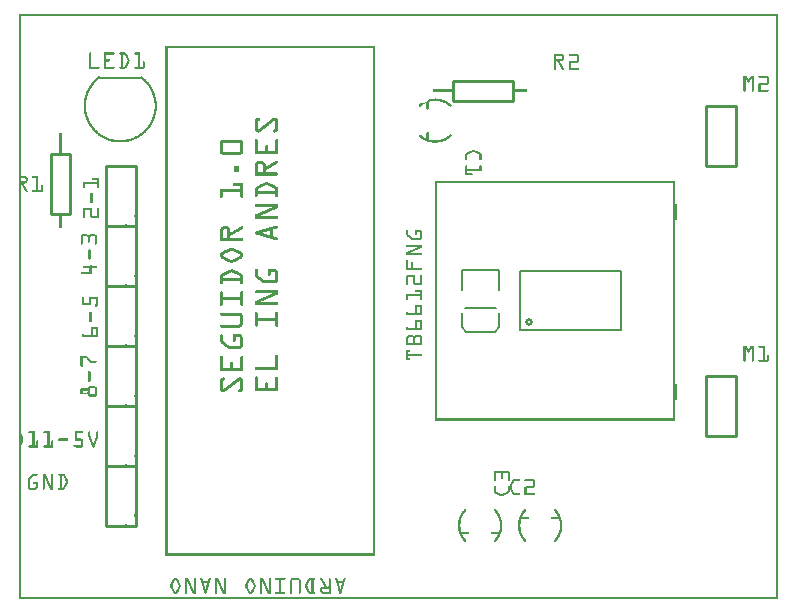
<source format=gto>
G04 MADE WITH FRITZING*
G04 WWW.FRITZING.ORG*
G04 DOUBLE SIDED*
G04 HOLES PLATED*
G04 CONTOUR ON CENTER OF CONTOUR VECTOR*
%ASAXBY*%
%FSLAX23Y23*%
%MOIN*%
%OFA0B0*%
%SFA1.0B1.0*%
%ADD10C,0.025567X0.00956692*%
%ADD11C,0.008000*%
%ADD12C,0.010000*%
%ADD13C,0.007874*%
%ADD14R,0.001000X0.001000*%
%LNSILK1*%
G90*
G70*
G54D10*
X1698Y926D03*
G54D11*
X1475Y1032D02*
X1475Y1099D01*
D02*
X1475Y1099D02*
X1599Y1099D01*
D02*
X1599Y1099D02*
X1599Y1032D01*
D02*
X1477Y957D02*
X1477Y910D01*
D02*
X1477Y910D02*
X1491Y894D01*
D02*
X1491Y894D02*
X1587Y894D01*
D02*
X1587Y894D02*
X1599Y910D01*
D02*
X1599Y910D02*
X1599Y957D01*
D02*
X1599Y910D02*
X1599Y957D01*
D02*
X1589Y972D02*
X1487Y972D01*
D02*
X2188Y671D02*
X2188Y721D01*
D02*
X1388Y671D02*
X1388Y721D01*
D02*
X1388Y1321D02*
X1388Y1271D01*
D02*
X2188Y1321D02*
X2188Y1271D01*
D02*
X1671Y1095D02*
X2005Y1095D01*
D02*
X2005Y1095D02*
X2005Y898D01*
D02*
X2005Y898D02*
X1671Y898D01*
D02*
X1671Y898D02*
X1671Y1095D01*
G54D12*
D02*
X171Y1487D02*
X171Y1287D01*
D02*
X171Y1287D02*
X105Y1287D01*
D02*
X105Y1287D02*
X105Y1487D01*
D02*
X105Y1487D02*
X171Y1487D01*
D02*
X2288Y746D02*
X2288Y546D01*
D02*
X2288Y546D02*
X2388Y546D01*
D02*
X2388Y546D02*
X2388Y746D01*
D02*
X2388Y746D02*
X2288Y746D01*
D02*
X2288Y1646D02*
X2288Y1446D01*
D02*
X2288Y1446D02*
X2388Y1446D01*
D02*
X2388Y1446D02*
X2388Y1646D01*
D02*
X2388Y1646D02*
X2288Y1646D01*
D02*
X388Y1246D02*
X388Y1446D01*
D02*
X388Y1446D02*
X288Y1446D01*
D02*
X288Y1446D02*
X288Y1246D01*
D02*
X288Y1246D02*
X388Y1246D01*
D02*
X388Y846D02*
X388Y1046D01*
D02*
X388Y1046D02*
X288Y1046D01*
D02*
X288Y1046D02*
X288Y846D01*
D02*
X288Y846D02*
X388Y846D01*
D02*
X388Y646D02*
X388Y846D01*
D02*
X388Y846D02*
X288Y846D01*
D02*
X288Y846D02*
X288Y646D01*
D02*
X288Y646D02*
X388Y646D01*
D02*
X1447Y1729D02*
X1647Y1729D01*
D02*
X1647Y1729D02*
X1647Y1663D01*
D02*
X1647Y1663D02*
X1447Y1663D01*
D02*
X1447Y1663D02*
X1447Y1729D01*
D02*
X388Y446D02*
X388Y646D01*
D02*
X388Y646D02*
X288Y646D01*
D02*
X288Y646D02*
X288Y446D01*
D02*
X288Y446D02*
X388Y446D01*
D02*
X388Y246D02*
X388Y446D01*
D02*
X388Y446D02*
X288Y446D01*
D02*
X288Y446D02*
X288Y246D01*
D02*
X288Y246D02*
X388Y246D01*
D02*
X388Y1046D02*
X388Y1246D01*
D02*
X388Y1246D02*
X288Y1246D01*
D02*
X288Y1246D02*
X288Y1046D01*
D02*
X288Y1046D02*
X388Y1046D01*
G54D13*
X408Y1741D02*
X266Y1741D01*
D02*
G54D14*
X0Y1952D02*
X2530Y1952D01*
X0Y1951D02*
X2530Y1951D01*
X0Y1950D02*
X2530Y1950D01*
X0Y1949D02*
X2530Y1949D01*
X0Y1948D02*
X2530Y1948D01*
X0Y1947D02*
X2530Y1947D01*
X0Y1946D02*
X2530Y1946D01*
X0Y1945D02*
X2530Y1945D01*
X0Y1944D02*
X7Y1944D01*
X2523Y1944D02*
X2530Y1944D01*
X0Y1943D02*
X7Y1943D01*
X2523Y1943D02*
X2530Y1943D01*
X0Y1942D02*
X7Y1942D01*
X2523Y1942D02*
X2530Y1942D01*
X0Y1941D02*
X7Y1941D01*
X2523Y1941D02*
X2530Y1941D01*
X0Y1940D02*
X7Y1940D01*
X2523Y1940D02*
X2530Y1940D01*
X0Y1939D02*
X7Y1939D01*
X2523Y1939D02*
X2530Y1939D01*
X0Y1938D02*
X7Y1938D01*
X2523Y1938D02*
X2530Y1938D01*
X0Y1937D02*
X7Y1937D01*
X2523Y1937D02*
X2530Y1937D01*
X0Y1936D02*
X7Y1936D01*
X2523Y1936D02*
X2530Y1936D01*
X0Y1935D02*
X7Y1935D01*
X2523Y1935D02*
X2530Y1935D01*
X0Y1934D02*
X7Y1934D01*
X2523Y1934D02*
X2530Y1934D01*
X0Y1933D02*
X7Y1933D01*
X2523Y1933D02*
X2530Y1933D01*
X0Y1932D02*
X7Y1932D01*
X2523Y1932D02*
X2530Y1932D01*
X0Y1931D02*
X7Y1931D01*
X2523Y1931D02*
X2530Y1931D01*
X0Y1930D02*
X7Y1930D01*
X2523Y1930D02*
X2530Y1930D01*
X0Y1929D02*
X7Y1929D01*
X2523Y1929D02*
X2530Y1929D01*
X0Y1928D02*
X7Y1928D01*
X2523Y1928D02*
X2530Y1928D01*
X0Y1927D02*
X7Y1927D01*
X2523Y1927D02*
X2530Y1927D01*
X0Y1926D02*
X7Y1926D01*
X2523Y1926D02*
X2530Y1926D01*
X0Y1925D02*
X7Y1925D01*
X2523Y1925D02*
X2530Y1925D01*
X0Y1924D02*
X7Y1924D01*
X2523Y1924D02*
X2530Y1924D01*
X0Y1923D02*
X7Y1923D01*
X2523Y1923D02*
X2530Y1923D01*
X0Y1922D02*
X7Y1922D01*
X2523Y1922D02*
X2530Y1922D01*
X0Y1921D02*
X7Y1921D01*
X2523Y1921D02*
X2530Y1921D01*
X0Y1920D02*
X7Y1920D01*
X2523Y1920D02*
X2530Y1920D01*
X0Y1919D02*
X7Y1919D01*
X2523Y1919D02*
X2530Y1919D01*
X0Y1918D02*
X7Y1918D01*
X2523Y1918D02*
X2530Y1918D01*
X0Y1917D02*
X7Y1917D01*
X2523Y1917D02*
X2530Y1917D01*
X0Y1916D02*
X7Y1916D01*
X2523Y1916D02*
X2530Y1916D01*
X0Y1915D02*
X7Y1915D01*
X2523Y1915D02*
X2530Y1915D01*
X0Y1914D02*
X7Y1914D01*
X2523Y1914D02*
X2530Y1914D01*
X0Y1913D02*
X7Y1913D01*
X2523Y1913D02*
X2530Y1913D01*
X0Y1912D02*
X7Y1912D01*
X2523Y1912D02*
X2530Y1912D01*
X0Y1911D02*
X7Y1911D01*
X2523Y1911D02*
X2530Y1911D01*
X0Y1910D02*
X7Y1910D01*
X2523Y1910D02*
X2530Y1910D01*
X0Y1909D02*
X7Y1909D01*
X2523Y1909D02*
X2530Y1909D01*
X0Y1908D02*
X7Y1908D01*
X2523Y1908D02*
X2530Y1908D01*
X0Y1907D02*
X7Y1907D01*
X2523Y1907D02*
X2530Y1907D01*
X0Y1906D02*
X7Y1906D01*
X2523Y1906D02*
X2530Y1906D01*
X0Y1905D02*
X7Y1905D01*
X2523Y1905D02*
X2530Y1905D01*
X0Y1904D02*
X7Y1904D01*
X2523Y1904D02*
X2530Y1904D01*
X0Y1903D02*
X7Y1903D01*
X2523Y1903D02*
X2530Y1903D01*
X0Y1902D02*
X7Y1902D01*
X2523Y1902D02*
X2530Y1902D01*
X0Y1901D02*
X7Y1901D01*
X2523Y1901D02*
X2530Y1901D01*
X0Y1900D02*
X7Y1900D01*
X2523Y1900D02*
X2530Y1900D01*
X0Y1899D02*
X7Y1899D01*
X2523Y1899D02*
X2530Y1899D01*
X0Y1898D02*
X7Y1898D01*
X2523Y1898D02*
X2530Y1898D01*
X0Y1897D02*
X7Y1897D01*
X2523Y1897D02*
X2530Y1897D01*
X0Y1896D02*
X7Y1896D01*
X2523Y1896D02*
X2530Y1896D01*
X0Y1895D02*
X7Y1895D01*
X2523Y1895D02*
X2530Y1895D01*
X0Y1894D02*
X7Y1894D01*
X2523Y1894D02*
X2530Y1894D01*
X0Y1893D02*
X7Y1893D01*
X2523Y1893D02*
X2530Y1893D01*
X0Y1892D02*
X7Y1892D01*
X2523Y1892D02*
X2530Y1892D01*
X0Y1891D02*
X7Y1891D01*
X2523Y1891D02*
X2530Y1891D01*
X0Y1890D02*
X7Y1890D01*
X2523Y1890D02*
X2530Y1890D01*
X0Y1889D02*
X7Y1889D01*
X2523Y1889D02*
X2530Y1889D01*
X0Y1888D02*
X7Y1888D01*
X2523Y1888D02*
X2530Y1888D01*
X0Y1887D02*
X7Y1887D01*
X2523Y1887D02*
X2530Y1887D01*
X0Y1886D02*
X7Y1886D01*
X2523Y1886D02*
X2530Y1886D01*
X0Y1885D02*
X7Y1885D01*
X2523Y1885D02*
X2530Y1885D01*
X0Y1884D02*
X7Y1884D01*
X2523Y1884D02*
X2530Y1884D01*
X0Y1883D02*
X7Y1883D01*
X2523Y1883D02*
X2530Y1883D01*
X0Y1882D02*
X7Y1882D01*
X2523Y1882D02*
X2530Y1882D01*
X0Y1881D02*
X7Y1881D01*
X2523Y1881D02*
X2530Y1881D01*
X0Y1880D02*
X7Y1880D01*
X2523Y1880D02*
X2530Y1880D01*
X0Y1879D02*
X7Y1879D01*
X2523Y1879D02*
X2530Y1879D01*
X0Y1878D02*
X7Y1878D01*
X2523Y1878D02*
X2530Y1878D01*
X0Y1877D02*
X7Y1877D01*
X2523Y1877D02*
X2530Y1877D01*
X0Y1876D02*
X7Y1876D01*
X2523Y1876D02*
X2530Y1876D01*
X0Y1875D02*
X7Y1875D01*
X2523Y1875D02*
X2530Y1875D01*
X0Y1874D02*
X7Y1874D01*
X2523Y1874D02*
X2530Y1874D01*
X0Y1873D02*
X7Y1873D01*
X2523Y1873D02*
X2530Y1873D01*
X0Y1872D02*
X7Y1872D01*
X2523Y1872D02*
X2530Y1872D01*
X0Y1871D02*
X7Y1871D01*
X2523Y1871D02*
X2530Y1871D01*
X0Y1870D02*
X7Y1870D01*
X2523Y1870D02*
X2530Y1870D01*
X0Y1869D02*
X7Y1869D01*
X2523Y1869D02*
X2530Y1869D01*
X0Y1868D02*
X7Y1868D01*
X2523Y1868D02*
X2530Y1868D01*
X0Y1867D02*
X7Y1867D01*
X2523Y1867D02*
X2530Y1867D01*
X0Y1866D02*
X7Y1866D01*
X2523Y1866D02*
X2530Y1866D01*
X0Y1865D02*
X7Y1865D01*
X2523Y1865D02*
X2530Y1865D01*
X0Y1864D02*
X7Y1864D01*
X2523Y1864D02*
X2530Y1864D01*
X0Y1863D02*
X7Y1863D01*
X2523Y1863D02*
X2530Y1863D01*
X0Y1862D02*
X7Y1862D01*
X2523Y1862D02*
X2530Y1862D01*
X0Y1861D02*
X7Y1861D01*
X2523Y1861D02*
X2530Y1861D01*
X0Y1860D02*
X7Y1860D01*
X2523Y1860D02*
X2530Y1860D01*
X0Y1859D02*
X7Y1859D01*
X2523Y1859D02*
X2530Y1859D01*
X0Y1858D02*
X7Y1858D01*
X2523Y1858D02*
X2530Y1858D01*
X0Y1857D02*
X7Y1857D01*
X2523Y1857D02*
X2530Y1857D01*
X0Y1856D02*
X7Y1856D01*
X2523Y1856D02*
X2530Y1856D01*
X0Y1855D02*
X7Y1855D01*
X2523Y1855D02*
X2530Y1855D01*
X0Y1854D02*
X7Y1854D01*
X2523Y1854D02*
X2530Y1854D01*
X0Y1853D02*
X7Y1853D01*
X2523Y1853D02*
X2530Y1853D01*
X0Y1852D02*
X7Y1852D01*
X2523Y1852D02*
X2530Y1852D01*
X0Y1851D02*
X7Y1851D01*
X2523Y1851D02*
X2530Y1851D01*
X0Y1850D02*
X7Y1850D01*
X2523Y1850D02*
X2530Y1850D01*
X0Y1849D02*
X7Y1849D01*
X2523Y1849D02*
X2530Y1849D01*
X0Y1848D02*
X7Y1848D01*
X2523Y1848D02*
X2530Y1848D01*
X0Y1847D02*
X7Y1847D01*
X2523Y1847D02*
X2530Y1847D01*
X0Y1846D02*
X7Y1846D01*
X488Y1846D02*
X1186Y1846D01*
X2523Y1846D02*
X2530Y1846D01*
X0Y1845D02*
X7Y1845D01*
X488Y1845D02*
X1186Y1845D01*
X2523Y1845D02*
X2530Y1845D01*
X0Y1844D02*
X7Y1844D01*
X488Y1844D02*
X1186Y1844D01*
X2523Y1844D02*
X2530Y1844D01*
X0Y1843D02*
X7Y1843D01*
X488Y1843D02*
X1186Y1843D01*
X2523Y1843D02*
X2530Y1843D01*
X0Y1842D02*
X7Y1842D01*
X488Y1842D02*
X1186Y1842D01*
X2523Y1842D02*
X2530Y1842D01*
X0Y1841D02*
X7Y1841D01*
X488Y1841D02*
X1186Y1841D01*
X2523Y1841D02*
X2530Y1841D01*
X0Y1840D02*
X7Y1840D01*
X488Y1840D02*
X1186Y1840D01*
X2523Y1840D02*
X2530Y1840D01*
X0Y1839D02*
X7Y1839D01*
X488Y1839D02*
X1186Y1839D01*
X2523Y1839D02*
X2530Y1839D01*
X0Y1838D02*
X7Y1838D01*
X488Y1838D02*
X495Y1838D01*
X1179Y1838D02*
X1186Y1838D01*
X2523Y1838D02*
X2530Y1838D01*
X0Y1837D02*
X7Y1837D01*
X488Y1837D02*
X495Y1837D01*
X1179Y1837D02*
X1186Y1837D01*
X2523Y1837D02*
X2530Y1837D01*
X0Y1836D02*
X7Y1836D01*
X488Y1836D02*
X495Y1836D01*
X1179Y1836D02*
X1186Y1836D01*
X2523Y1836D02*
X2530Y1836D01*
X0Y1835D02*
X7Y1835D01*
X488Y1835D02*
X495Y1835D01*
X1179Y1835D02*
X1186Y1835D01*
X2523Y1835D02*
X2530Y1835D01*
X0Y1834D02*
X7Y1834D01*
X488Y1834D02*
X495Y1834D01*
X1179Y1834D02*
X1186Y1834D01*
X2523Y1834D02*
X2530Y1834D01*
X0Y1833D02*
X7Y1833D01*
X488Y1833D02*
X495Y1833D01*
X1179Y1833D02*
X1186Y1833D01*
X2523Y1833D02*
X2530Y1833D01*
X0Y1832D02*
X7Y1832D01*
X488Y1832D02*
X495Y1832D01*
X1179Y1832D02*
X1186Y1832D01*
X2523Y1832D02*
X2530Y1832D01*
X0Y1831D02*
X7Y1831D01*
X488Y1831D02*
X495Y1831D01*
X1179Y1831D02*
X1186Y1831D01*
X2523Y1831D02*
X2530Y1831D01*
X0Y1830D02*
X7Y1830D01*
X488Y1830D02*
X495Y1830D01*
X1179Y1830D02*
X1186Y1830D01*
X2523Y1830D02*
X2530Y1830D01*
X0Y1829D02*
X7Y1829D01*
X488Y1829D02*
X495Y1829D01*
X1179Y1829D02*
X1186Y1829D01*
X2523Y1829D02*
X2530Y1829D01*
X0Y1828D02*
X7Y1828D01*
X488Y1828D02*
X495Y1828D01*
X1179Y1828D02*
X1186Y1828D01*
X2523Y1828D02*
X2530Y1828D01*
X0Y1827D02*
X7Y1827D01*
X488Y1827D02*
X495Y1827D01*
X1179Y1827D02*
X1186Y1827D01*
X2523Y1827D02*
X2530Y1827D01*
X0Y1826D02*
X7Y1826D01*
X488Y1826D02*
X495Y1826D01*
X1179Y1826D02*
X1186Y1826D01*
X2523Y1826D02*
X2530Y1826D01*
X0Y1825D02*
X7Y1825D01*
X488Y1825D02*
X495Y1825D01*
X1179Y1825D02*
X1186Y1825D01*
X2523Y1825D02*
X2530Y1825D01*
X0Y1824D02*
X7Y1824D01*
X236Y1824D02*
X239Y1824D01*
X284Y1824D02*
X316Y1824D01*
X336Y1824D02*
X353Y1824D01*
X386Y1824D02*
X404Y1824D01*
X488Y1824D02*
X495Y1824D01*
X1179Y1824D02*
X1186Y1824D01*
X2523Y1824D02*
X2530Y1824D01*
X0Y1823D02*
X7Y1823D01*
X235Y1823D02*
X240Y1823D01*
X284Y1823D02*
X317Y1823D01*
X335Y1823D02*
X355Y1823D01*
X385Y1823D02*
X404Y1823D01*
X488Y1823D02*
X495Y1823D01*
X1179Y1823D02*
X1186Y1823D01*
X2523Y1823D02*
X2530Y1823D01*
X0Y1822D02*
X7Y1822D01*
X234Y1822D02*
X240Y1822D01*
X284Y1822D02*
X318Y1822D01*
X334Y1822D02*
X356Y1822D01*
X384Y1822D02*
X404Y1822D01*
X488Y1822D02*
X495Y1822D01*
X1179Y1822D02*
X1186Y1822D01*
X2523Y1822D02*
X2530Y1822D01*
X0Y1821D02*
X7Y1821D01*
X234Y1821D02*
X240Y1821D01*
X284Y1821D02*
X318Y1821D01*
X334Y1821D02*
X357Y1821D01*
X384Y1821D02*
X404Y1821D01*
X488Y1821D02*
X495Y1821D01*
X1179Y1821D02*
X1186Y1821D01*
X2523Y1821D02*
X2530Y1821D01*
X0Y1820D02*
X7Y1820D01*
X234Y1820D02*
X240Y1820D01*
X284Y1820D02*
X318Y1820D01*
X334Y1820D02*
X358Y1820D01*
X384Y1820D02*
X404Y1820D01*
X488Y1820D02*
X495Y1820D01*
X1179Y1820D02*
X1186Y1820D01*
X2523Y1820D02*
X2530Y1820D01*
X0Y1819D02*
X7Y1819D01*
X234Y1819D02*
X240Y1819D01*
X284Y1819D02*
X317Y1819D01*
X335Y1819D02*
X359Y1819D01*
X385Y1819D02*
X404Y1819D01*
X488Y1819D02*
X495Y1819D01*
X1179Y1819D02*
X1186Y1819D01*
X1783Y1819D02*
X1810Y1819D01*
X1834Y1819D02*
X1862Y1819D01*
X2523Y1819D02*
X2530Y1819D01*
X0Y1818D02*
X7Y1818D01*
X234Y1818D02*
X240Y1818D01*
X284Y1818D02*
X316Y1818D01*
X336Y1818D02*
X359Y1818D01*
X386Y1818D02*
X404Y1818D01*
X488Y1818D02*
X495Y1818D01*
X1179Y1818D02*
X1186Y1818D01*
X1783Y1818D02*
X1811Y1818D01*
X1833Y1818D02*
X1864Y1818D01*
X2523Y1818D02*
X2530Y1818D01*
X0Y1817D02*
X7Y1817D01*
X234Y1817D02*
X240Y1817D01*
X284Y1817D02*
X290Y1817D01*
X341Y1817D02*
X347Y1817D01*
X352Y1817D02*
X360Y1817D01*
X398Y1817D02*
X404Y1817D01*
X488Y1817D02*
X495Y1817D01*
X1179Y1817D02*
X1186Y1817D01*
X1783Y1817D02*
X1813Y1817D01*
X1833Y1817D02*
X1865Y1817D01*
X2523Y1817D02*
X2530Y1817D01*
X0Y1816D02*
X7Y1816D01*
X234Y1816D02*
X240Y1816D01*
X284Y1816D02*
X290Y1816D01*
X341Y1816D02*
X347Y1816D01*
X353Y1816D02*
X360Y1816D01*
X398Y1816D02*
X404Y1816D01*
X488Y1816D02*
X495Y1816D01*
X1179Y1816D02*
X1186Y1816D01*
X1783Y1816D02*
X1814Y1816D01*
X1833Y1816D02*
X1865Y1816D01*
X2523Y1816D02*
X2530Y1816D01*
X0Y1815D02*
X7Y1815D01*
X234Y1815D02*
X240Y1815D01*
X284Y1815D02*
X290Y1815D01*
X341Y1815D02*
X347Y1815D01*
X354Y1815D02*
X361Y1815D01*
X398Y1815D02*
X404Y1815D01*
X488Y1815D02*
X495Y1815D01*
X1179Y1815D02*
X1186Y1815D01*
X1783Y1815D02*
X1814Y1815D01*
X1833Y1815D02*
X1866Y1815D01*
X2523Y1815D02*
X2530Y1815D01*
X0Y1814D02*
X7Y1814D01*
X234Y1814D02*
X240Y1814D01*
X284Y1814D02*
X290Y1814D01*
X341Y1814D02*
X347Y1814D01*
X355Y1814D02*
X361Y1814D01*
X398Y1814D02*
X404Y1814D01*
X488Y1814D02*
X495Y1814D01*
X1179Y1814D02*
X1186Y1814D01*
X1783Y1814D02*
X1815Y1814D01*
X1834Y1814D02*
X1866Y1814D01*
X2523Y1814D02*
X2530Y1814D01*
X0Y1813D02*
X7Y1813D01*
X234Y1813D02*
X240Y1813D01*
X284Y1813D02*
X290Y1813D01*
X341Y1813D02*
X347Y1813D01*
X355Y1813D02*
X362Y1813D01*
X398Y1813D02*
X404Y1813D01*
X488Y1813D02*
X495Y1813D01*
X1179Y1813D02*
X1186Y1813D01*
X1783Y1813D02*
X1815Y1813D01*
X1835Y1813D02*
X1866Y1813D01*
X2523Y1813D02*
X2530Y1813D01*
X0Y1812D02*
X7Y1812D01*
X234Y1812D02*
X240Y1812D01*
X284Y1812D02*
X290Y1812D01*
X341Y1812D02*
X347Y1812D01*
X356Y1812D02*
X362Y1812D01*
X398Y1812D02*
X404Y1812D01*
X488Y1812D02*
X495Y1812D01*
X1179Y1812D02*
X1186Y1812D01*
X1783Y1812D02*
X1789Y1812D01*
X1809Y1812D02*
X1816Y1812D01*
X1860Y1812D02*
X1866Y1812D01*
X2523Y1812D02*
X2530Y1812D01*
X0Y1811D02*
X7Y1811D01*
X234Y1811D02*
X240Y1811D01*
X284Y1811D02*
X290Y1811D01*
X341Y1811D02*
X347Y1811D01*
X356Y1811D02*
X363Y1811D01*
X398Y1811D02*
X404Y1811D01*
X488Y1811D02*
X495Y1811D01*
X1179Y1811D02*
X1186Y1811D01*
X1783Y1811D02*
X1789Y1811D01*
X1810Y1811D02*
X1816Y1811D01*
X1860Y1811D02*
X1866Y1811D01*
X2523Y1811D02*
X2530Y1811D01*
X0Y1810D02*
X7Y1810D01*
X234Y1810D02*
X240Y1810D01*
X284Y1810D02*
X290Y1810D01*
X341Y1810D02*
X347Y1810D01*
X357Y1810D02*
X363Y1810D01*
X398Y1810D02*
X404Y1810D01*
X488Y1810D02*
X495Y1810D01*
X1179Y1810D02*
X1186Y1810D01*
X1783Y1810D02*
X1789Y1810D01*
X1810Y1810D02*
X1816Y1810D01*
X1860Y1810D02*
X1866Y1810D01*
X2523Y1810D02*
X2530Y1810D01*
X0Y1809D02*
X7Y1809D01*
X234Y1809D02*
X240Y1809D01*
X284Y1809D02*
X290Y1809D01*
X341Y1809D02*
X347Y1809D01*
X357Y1809D02*
X364Y1809D01*
X398Y1809D02*
X404Y1809D01*
X488Y1809D02*
X495Y1809D01*
X1179Y1809D02*
X1186Y1809D01*
X1783Y1809D02*
X1789Y1809D01*
X1810Y1809D02*
X1816Y1809D01*
X1860Y1809D02*
X1866Y1809D01*
X2523Y1809D02*
X2530Y1809D01*
X0Y1808D02*
X7Y1808D01*
X234Y1808D02*
X240Y1808D01*
X284Y1808D02*
X290Y1808D01*
X341Y1808D02*
X347Y1808D01*
X358Y1808D02*
X364Y1808D01*
X398Y1808D02*
X404Y1808D01*
X488Y1808D02*
X495Y1808D01*
X1179Y1808D02*
X1186Y1808D01*
X1783Y1808D02*
X1789Y1808D01*
X1810Y1808D02*
X1816Y1808D01*
X1860Y1808D02*
X1866Y1808D01*
X2523Y1808D02*
X2530Y1808D01*
X0Y1807D02*
X7Y1807D01*
X234Y1807D02*
X240Y1807D01*
X284Y1807D02*
X290Y1807D01*
X341Y1807D02*
X347Y1807D01*
X358Y1807D02*
X365Y1807D01*
X398Y1807D02*
X404Y1807D01*
X488Y1807D02*
X495Y1807D01*
X1179Y1807D02*
X1186Y1807D01*
X1783Y1807D02*
X1789Y1807D01*
X1810Y1807D02*
X1816Y1807D01*
X1860Y1807D02*
X1866Y1807D01*
X2523Y1807D02*
X2530Y1807D01*
X0Y1806D02*
X7Y1806D01*
X234Y1806D02*
X240Y1806D01*
X284Y1806D02*
X290Y1806D01*
X341Y1806D02*
X347Y1806D01*
X359Y1806D02*
X365Y1806D01*
X398Y1806D02*
X404Y1806D01*
X488Y1806D02*
X495Y1806D01*
X1179Y1806D02*
X1186Y1806D01*
X1783Y1806D02*
X1789Y1806D01*
X1810Y1806D02*
X1816Y1806D01*
X1860Y1806D02*
X1866Y1806D01*
X2523Y1806D02*
X2530Y1806D01*
X0Y1805D02*
X7Y1805D01*
X234Y1805D02*
X240Y1805D01*
X284Y1805D02*
X290Y1805D01*
X341Y1805D02*
X347Y1805D01*
X359Y1805D02*
X366Y1805D01*
X398Y1805D02*
X404Y1805D01*
X488Y1805D02*
X495Y1805D01*
X1179Y1805D02*
X1186Y1805D01*
X1783Y1805D02*
X1789Y1805D01*
X1810Y1805D02*
X1816Y1805D01*
X1860Y1805D02*
X1866Y1805D01*
X2523Y1805D02*
X2530Y1805D01*
X0Y1804D02*
X7Y1804D01*
X234Y1804D02*
X240Y1804D01*
X284Y1804D02*
X290Y1804D01*
X341Y1804D02*
X347Y1804D01*
X360Y1804D02*
X366Y1804D01*
X398Y1804D02*
X404Y1804D01*
X488Y1804D02*
X495Y1804D01*
X1179Y1804D02*
X1186Y1804D01*
X1783Y1804D02*
X1789Y1804D01*
X1810Y1804D02*
X1816Y1804D01*
X1860Y1804D02*
X1866Y1804D01*
X2523Y1804D02*
X2530Y1804D01*
X0Y1803D02*
X7Y1803D01*
X234Y1803D02*
X240Y1803D01*
X284Y1803D02*
X290Y1803D01*
X341Y1803D02*
X347Y1803D01*
X360Y1803D02*
X367Y1803D01*
X398Y1803D02*
X404Y1803D01*
X488Y1803D02*
X495Y1803D01*
X1179Y1803D02*
X1186Y1803D01*
X1783Y1803D02*
X1789Y1803D01*
X1809Y1803D02*
X1816Y1803D01*
X1860Y1803D02*
X1866Y1803D01*
X2523Y1803D02*
X2530Y1803D01*
X0Y1802D02*
X7Y1802D01*
X234Y1802D02*
X240Y1802D01*
X284Y1802D02*
X290Y1802D01*
X341Y1802D02*
X347Y1802D01*
X361Y1802D02*
X367Y1802D01*
X398Y1802D02*
X404Y1802D01*
X488Y1802D02*
X495Y1802D01*
X1179Y1802D02*
X1186Y1802D01*
X1783Y1802D02*
X1815Y1802D01*
X1860Y1802D02*
X1866Y1802D01*
X2523Y1802D02*
X2530Y1802D01*
X0Y1801D02*
X7Y1801D01*
X234Y1801D02*
X240Y1801D01*
X284Y1801D02*
X301Y1801D01*
X341Y1801D02*
X347Y1801D01*
X361Y1801D02*
X367Y1801D01*
X398Y1801D02*
X404Y1801D01*
X488Y1801D02*
X495Y1801D01*
X1179Y1801D02*
X1186Y1801D01*
X1783Y1801D02*
X1815Y1801D01*
X1860Y1801D02*
X1866Y1801D01*
X2523Y1801D02*
X2530Y1801D01*
X0Y1800D02*
X7Y1800D01*
X234Y1800D02*
X240Y1800D01*
X284Y1800D02*
X303Y1800D01*
X341Y1800D02*
X347Y1800D01*
X361Y1800D02*
X368Y1800D01*
X398Y1800D02*
X404Y1800D01*
X488Y1800D02*
X495Y1800D01*
X1179Y1800D02*
X1186Y1800D01*
X1783Y1800D02*
X1814Y1800D01*
X1860Y1800D02*
X1866Y1800D01*
X2523Y1800D02*
X2530Y1800D01*
X0Y1799D02*
X7Y1799D01*
X234Y1799D02*
X240Y1799D01*
X284Y1799D02*
X304Y1799D01*
X341Y1799D02*
X347Y1799D01*
X362Y1799D02*
X368Y1799D01*
X398Y1799D02*
X404Y1799D01*
X488Y1799D02*
X495Y1799D01*
X1179Y1799D02*
X1186Y1799D01*
X1783Y1799D02*
X1814Y1799D01*
X1860Y1799D02*
X1866Y1799D01*
X2523Y1799D02*
X2530Y1799D01*
X0Y1798D02*
X7Y1798D01*
X234Y1798D02*
X240Y1798D01*
X284Y1798D02*
X304Y1798D01*
X341Y1798D02*
X347Y1798D01*
X362Y1798D02*
X368Y1798D01*
X398Y1798D02*
X404Y1798D01*
X488Y1798D02*
X495Y1798D01*
X1179Y1798D02*
X1186Y1798D01*
X1783Y1798D02*
X1813Y1798D01*
X1860Y1798D02*
X1866Y1798D01*
X2523Y1798D02*
X2530Y1798D01*
X0Y1797D02*
X7Y1797D01*
X234Y1797D02*
X240Y1797D01*
X284Y1797D02*
X304Y1797D01*
X341Y1797D02*
X347Y1797D01*
X362Y1797D02*
X368Y1797D01*
X398Y1797D02*
X404Y1797D01*
X488Y1797D02*
X495Y1797D01*
X1179Y1797D02*
X1186Y1797D01*
X1783Y1797D02*
X1811Y1797D01*
X1860Y1797D02*
X1866Y1797D01*
X2523Y1797D02*
X2530Y1797D01*
X0Y1796D02*
X7Y1796D01*
X234Y1796D02*
X240Y1796D01*
X284Y1796D02*
X304Y1796D01*
X341Y1796D02*
X347Y1796D01*
X362Y1796D02*
X368Y1796D01*
X398Y1796D02*
X404Y1796D01*
X488Y1796D02*
X495Y1796D01*
X1179Y1796D02*
X1186Y1796D01*
X1783Y1796D02*
X1810Y1796D01*
X1838Y1796D02*
X1866Y1796D01*
X2523Y1796D02*
X2530Y1796D01*
X0Y1795D02*
X7Y1795D01*
X234Y1795D02*
X240Y1795D01*
X284Y1795D02*
X303Y1795D01*
X341Y1795D02*
X347Y1795D01*
X361Y1795D02*
X368Y1795D01*
X398Y1795D02*
X404Y1795D01*
X415Y1795D02*
X415Y1795D01*
X488Y1795D02*
X495Y1795D01*
X1179Y1795D02*
X1186Y1795D01*
X1783Y1795D02*
X1789Y1795D01*
X1794Y1795D02*
X1802Y1795D01*
X1836Y1795D02*
X1866Y1795D01*
X2523Y1795D02*
X2530Y1795D01*
X0Y1794D02*
X7Y1794D01*
X234Y1794D02*
X240Y1794D01*
X284Y1794D02*
X300Y1794D01*
X341Y1794D02*
X347Y1794D01*
X361Y1794D02*
X367Y1794D01*
X398Y1794D02*
X404Y1794D01*
X413Y1794D02*
X417Y1794D01*
X488Y1794D02*
X495Y1794D01*
X1179Y1794D02*
X1186Y1794D01*
X1783Y1794D02*
X1789Y1794D01*
X1795Y1794D02*
X1802Y1794D01*
X1834Y1794D02*
X1866Y1794D01*
X2523Y1794D02*
X2530Y1794D01*
X0Y1793D02*
X7Y1793D01*
X234Y1793D02*
X240Y1793D01*
X284Y1793D02*
X290Y1793D01*
X341Y1793D02*
X347Y1793D01*
X361Y1793D02*
X367Y1793D01*
X398Y1793D02*
X404Y1793D01*
X412Y1793D02*
X417Y1793D01*
X488Y1793D02*
X495Y1793D01*
X1179Y1793D02*
X1186Y1793D01*
X1783Y1793D02*
X1789Y1793D01*
X1796Y1793D02*
X1803Y1793D01*
X1834Y1793D02*
X1865Y1793D01*
X2523Y1793D02*
X2530Y1793D01*
X0Y1792D02*
X7Y1792D01*
X234Y1792D02*
X240Y1792D01*
X284Y1792D02*
X290Y1792D01*
X341Y1792D02*
X347Y1792D01*
X360Y1792D02*
X367Y1792D01*
X398Y1792D02*
X404Y1792D01*
X412Y1792D02*
X418Y1792D01*
X488Y1792D02*
X495Y1792D01*
X1179Y1792D02*
X1186Y1792D01*
X1783Y1792D02*
X1789Y1792D01*
X1796Y1792D02*
X1803Y1792D01*
X1833Y1792D02*
X1865Y1792D01*
X2523Y1792D02*
X2530Y1792D01*
X0Y1791D02*
X7Y1791D01*
X234Y1791D02*
X240Y1791D01*
X284Y1791D02*
X290Y1791D01*
X341Y1791D02*
X347Y1791D01*
X360Y1791D02*
X366Y1791D01*
X398Y1791D02*
X404Y1791D01*
X412Y1791D02*
X418Y1791D01*
X488Y1791D02*
X495Y1791D01*
X1179Y1791D02*
X1186Y1791D01*
X1783Y1791D02*
X1789Y1791D01*
X1797Y1791D02*
X1804Y1791D01*
X1833Y1791D02*
X1864Y1791D01*
X2523Y1791D02*
X2530Y1791D01*
X0Y1790D02*
X7Y1790D01*
X234Y1790D02*
X240Y1790D01*
X284Y1790D02*
X290Y1790D01*
X341Y1790D02*
X347Y1790D01*
X359Y1790D02*
X366Y1790D01*
X398Y1790D02*
X404Y1790D01*
X412Y1790D02*
X418Y1790D01*
X488Y1790D02*
X495Y1790D01*
X1179Y1790D02*
X1186Y1790D01*
X1783Y1790D02*
X1789Y1790D01*
X1797Y1790D02*
X1805Y1790D01*
X1833Y1790D02*
X1862Y1790D01*
X2523Y1790D02*
X2530Y1790D01*
X0Y1789D02*
X7Y1789D01*
X234Y1789D02*
X240Y1789D01*
X284Y1789D02*
X290Y1789D01*
X341Y1789D02*
X347Y1789D01*
X359Y1789D02*
X365Y1789D01*
X398Y1789D02*
X404Y1789D01*
X412Y1789D02*
X418Y1789D01*
X488Y1789D02*
X495Y1789D01*
X1179Y1789D02*
X1186Y1789D01*
X1783Y1789D02*
X1789Y1789D01*
X1798Y1789D02*
X1805Y1789D01*
X1833Y1789D02*
X1839Y1789D01*
X2523Y1789D02*
X2530Y1789D01*
X0Y1788D02*
X7Y1788D01*
X234Y1788D02*
X240Y1788D01*
X284Y1788D02*
X290Y1788D01*
X341Y1788D02*
X347Y1788D01*
X358Y1788D02*
X365Y1788D01*
X398Y1788D02*
X404Y1788D01*
X412Y1788D02*
X418Y1788D01*
X488Y1788D02*
X495Y1788D01*
X1179Y1788D02*
X1186Y1788D01*
X1783Y1788D02*
X1789Y1788D01*
X1799Y1788D02*
X1806Y1788D01*
X1833Y1788D02*
X1839Y1788D01*
X2523Y1788D02*
X2530Y1788D01*
X0Y1787D02*
X7Y1787D01*
X234Y1787D02*
X240Y1787D01*
X284Y1787D02*
X290Y1787D01*
X341Y1787D02*
X347Y1787D01*
X358Y1787D02*
X364Y1787D01*
X398Y1787D02*
X404Y1787D01*
X412Y1787D02*
X418Y1787D01*
X488Y1787D02*
X495Y1787D01*
X1179Y1787D02*
X1186Y1787D01*
X1783Y1787D02*
X1789Y1787D01*
X1799Y1787D02*
X1806Y1787D01*
X1833Y1787D02*
X1839Y1787D01*
X2523Y1787D02*
X2530Y1787D01*
X0Y1786D02*
X7Y1786D01*
X234Y1786D02*
X240Y1786D01*
X284Y1786D02*
X290Y1786D01*
X341Y1786D02*
X347Y1786D01*
X357Y1786D02*
X364Y1786D01*
X398Y1786D02*
X404Y1786D01*
X412Y1786D02*
X418Y1786D01*
X488Y1786D02*
X495Y1786D01*
X1179Y1786D02*
X1186Y1786D01*
X1783Y1786D02*
X1789Y1786D01*
X1800Y1786D02*
X1807Y1786D01*
X1833Y1786D02*
X1839Y1786D01*
X2523Y1786D02*
X2530Y1786D01*
X0Y1785D02*
X7Y1785D01*
X234Y1785D02*
X240Y1785D01*
X284Y1785D02*
X290Y1785D01*
X341Y1785D02*
X347Y1785D01*
X357Y1785D02*
X363Y1785D01*
X398Y1785D02*
X404Y1785D01*
X412Y1785D02*
X418Y1785D01*
X488Y1785D02*
X495Y1785D01*
X1179Y1785D02*
X1186Y1785D01*
X1783Y1785D02*
X1789Y1785D01*
X1800Y1785D02*
X1807Y1785D01*
X1833Y1785D02*
X1839Y1785D01*
X2523Y1785D02*
X2530Y1785D01*
X0Y1784D02*
X7Y1784D01*
X234Y1784D02*
X240Y1784D01*
X284Y1784D02*
X290Y1784D01*
X341Y1784D02*
X347Y1784D01*
X356Y1784D02*
X363Y1784D01*
X398Y1784D02*
X404Y1784D01*
X412Y1784D02*
X418Y1784D01*
X488Y1784D02*
X495Y1784D01*
X1179Y1784D02*
X1186Y1784D01*
X1783Y1784D02*
X1789Y1784D01*
X1801Y1784D02*
X1808Y1784D01*
X1833Y1784D02*
X1839Y1784D01*
X2523Y1784D02*
X2530Y1784D01*
X0Y1783D02*
X7Y1783D01*
X234Y1783D02*
X240Y1783D01*
X284Y1783D02*
X290Y1783D01*
X341Y1783D02*
X347Y1783D01*
X356Y1783D02*
X362Y1783D01*
X398Y1783D02*
X404Y1783D01*
X412Y1783D02*
X418Y1783D01*
X488Y1783D02*
X495Y1783D01*
X1179Y1783D02*
X1186Y1783D01*
X1783Y1783D02*
X1789Y1783D01*
X1801Y1783D02*
X1809Y1783D01*
X1833Y1783D02*
X1839Y1783D01*
X2523Y1783D02*
X2530Y1783D01*
X0Y1782D02*
X7Y1782D01*
X234Y1782D02*
X240Y1782D01*
X284Y1782D02*
X290Y1782D01*
X341Y1782D02*
X347Y1782D01*
X355Y1782D02*
X362Y1782D01*
X398Y1782D02*
X404Y1782D01*
X412Y1782D02*
X418Y1782D01*
X488Y1782D02*
X495Y1782D01*
X1179Y1782D02*
X1186Y1782D01*
X1783Y1782D02*
X1789Y1782D01*
X1802Y1782D02*
X1809Y1782D01*
X1833Y1782D02*
X1839Y1782D01*
X2523Y1782D02*
X2530Y1782D01*
X0Y1781D02*
X7Y1781D01*
X234Y1781D02*
X240Y1781D01*
X284Y1781D02*
X290Y1781D01*
X341Y1781D02*
X347Y1781D01*
X355Y1781D02*
X361Y1781D01*
X398Y1781D02*
X404Y1781D01*
X412Y1781D02*
X418Y1781D01*
X488Y1781D02*
X495Y1781D01*
X1179Y1781D02*
X1186Y1781D01*
X1783Y1781D02*
X1789Y1781D01*
X1803Y1781D02*
X1810Y1781D01*
X1833Y1781D02*
X1839Y1781D01*
X2523Y1781D02*
X2530Y1781D01*
X0Y1780D02*
X7Y1780D01*
X234Y1780D02*
X240Y1780D01*
X284Y1780D02*
X290Y1780D01*
X341Y1780D02*
X347Y1780D01*
X354Y1780D02*
X361Y1780D01*
X398Y1780D02*
X404Y1780D01*
X412Y1780D02*
X418Y1780D01*
X488Y1780D02*
X495Y1780D01*
X1179Y1780D02*
X1186Y1780D01*
X1783Y1780D02*
X1789Y1780D01*
X1803Y1780D02*
X1810Y1780D01*
X1833Y1780D02*
X1839Y1780D01*
X2523Y1780D02*
X2530Y1780D01*
X0Y1779D02*
X7Y1779D01*
X234Y1779D02*
X240Y1779D01*
X284Y1779D02*
X290Y1779D01*
X341Y1779D02*
X347Y1779D01*
X353Y1779D02*
X360Y1779D01*
X398Y1779D02*
X404Y1779D01*
X412Y1779D02*
X418Y1779D01*
X488Y1779D02*
X495Y1779D01*
X1179Y1779D02*
X1186Y1779D01*
X1783Y1779D02*
X1789Y1779D01*
X1804Y1779D02*
X1811Y1779D01*
X1833Y1779D02*
X1839Y1779D01*
X2523Y1779D02*
X2530Y1779D01*
X0Y1778D02*
X7Y1778D01*
X234Y1778D02*
X240Y1778D01*
X284Y1778D02*
X290Y1778D01*
X341Y1778D02*
X347Y1778D01*
X353Y1778D02*
X360Y1778D01*
X398Y1778D02*
X404Y1778D01*
X412Y1778D02*
X418Y1778D01*
X488Y1778D02*
X495Y1778D01*
X1179Y1778D02*
X1186Y1778D01*
X1783Y1778D02*
X1789Y1778D01*
X1804Y1778D02*
X1812Y1778D01*
X1833Y1778D02*
X1839Y1778D01*
X2523Y1778D02*
X2530Y1778D01*
X0Y1777D02*
X7Y1777D01*
X234Y1777D02*
X266Y1777D01*
X284Y1777D02*
X316Y1777D01*
X336Y1777D02*
X360Y1777D01*
X386Y1777D02*
X418Y1777D01*
X488Y1777D02*
X495Y1777D01*
X1179Y1777D02*
X1186Y1777D01*
X1783Y1777D02*
X1789Y1777D01*
X1805Y1777D02*
X1812Y1777D01*
X1833Y1777D02*
X1839Y1777D01*
X2523Y1777D02*
X2530Y1777D01*
X0Y1776D02*
X7Y1776D01*
X234Y1776D02*
X267Y1776D01*
X284Y1776D02*
X317Y1776D01*
X335Y1776D02*
X359Y1776D01*
X385Y1776D02*
X418Y1776D01*
X488Y1776D02*
X495Y1776D01*
X1179Y1776D02*
X1186Y1776D01*
X1783Y1776D02*
X1789Y1776D01*
X1806Y1776D02*
X1813Y1776D01*
X1833Y1776D02*
X1839Y1776D01*
X2523Y1776D02*
X2530Y1776D01*
X0Y1775D02*
X7Y1775D01*
X234Y1775D02*
X268Y1775D01*
X284Y1775D02*
X318Y1775D01*
X334Y1775D02*
X358Y1775D01*
X384Y1775D02*
X418Y1775D01*
X488Y1775D02*
X495Y1775D01*
X1179Y1775D02*
X1186Y1775D01*
X1783Y1775D02*
X1789Y1775D01*
X1806Y1775D02*
X1813Y1775D01*
X1833Y1775D02*
X1839Y1775D01*
X2523Y1775D02*
X2530Y1775D01*
X0Y1774D02*
X7Y1774D01*
X234Y1774D02*
X268Y1774D01*
X284Y1774D02*
X318Y1774D01*
X334Y1774D02*
X358Y1774D01*
X384Y1774D02*
X418Y1774D01*
X488Y1774D02*
X495Y1774D01*
X1179Y1774D02*
X1186Y1774D01*
X1783Y1774D02*
X1789Y1774D01*
X1807Y1774D02*
X1814Y1774D01*
X1833Y1774D02*
X1839Y1774D01*
X2523Y1774D02*
X2530Y1774D01*
X0Y1773D02*
X7Y1773D01*
X234Y1773D02*
X268Y1773D01*
X284Y1773D02*
X318Y1773D01*
X334Y1773D02*
X357Y1773D01*
X384Y1773D02*
X418Y1773D01*
X488Y1773D02*
X495Y1773D01*
X1179Y1773D02*
X1186Y1773D01*
X1783Y1773D02*
X1789Y1773D01*
X1807Y1773D02*
X1814Y1773D01*
X1833Y1773D02*
X1839Y1773D01*
X2523Y1773D02*
X2530Y1773D01*
X0Y1772D02*
X7Y1772D01*
X234Y1772D02*
X267Y1772D01*
X284Y1772D02*
X317Y1772D01*
X335Y1772D02*
X355Y1772D01*
X385Y1772D02*
X417Y1772D01*
X488Y1772D02*
X495Y1772D01*
X1179Y1772D02*
X1186Y1772D01*
X1783Y1772D02*
X1789Y1772D01*
X1808Y1772D02*
X1815Y1772D01*
X1833Y1772D02*
X1865Y1772D01*
X2523Y1772D02*
X2530Y1772D01*
X0Y1771D02*
X7Y1771D01*
X234Y1771D02*
X266Y1771D01*
X284Y1771D02*
X316Y1771D01*
X336Y1771D02*
X353Y1771D01*
X386Y1771D02*
X416Y1771D01*
X488Y1771D02*
X495Y1771D01*
X1179Y1771D02*
X1186Y1771D01*
X1783Y1771D02*
X1789Y1771D01*
X1808Y1771D02*
X1816Y1771D01*
X1833Y1771D02*
X1866Y1771D01*
X2523Y1771D02*
X2530Y1771D01*
X0Y1770D02*
X7Y1770D01*
X488Y1770D02*
X495Y1770D01*
X1179Y1770D02*
X1186Y1770D01*
X1783Y1770D02*
X1789Y1770D01*
X1809Y1770D02*
X1816Y1770D01*
X1833Y1770D02*
X1866Y1770D01*
X2523Y1770D02*
X2530Y1770D01*
X0Y1769D02*
X7Y1769D01*
X488Y1769D02*
X495Y1769D01*
X1179Y1769D02*
X1186Y1769D01*
X1783Y1769D02*
X1788Y1769D01*
X1810Y1769D02*
X1816Y1769D01*
X1833Y1769D02*
X1866Y1769D01*
X2523Y1769D02*
X2530Y1769D01*
X0Y1768D02*
X7Y1768D01*
X488Y1768D02*
X495Y1768D01*
X1179Y1768D02*
X1186Y1768D01*
X1783Y1768D02*
X1788Y1768D01*
X1810Y1768D02*
X1816Y1768D01*
X1833Y1768D02*
X1866Y1768D01*
X2523Y1768D02*
X2530Y1768D01*
X0Y1767D02*
X7Y1767D01*
X488Y1767D02*
X495Y1767D01*
X1179Y1767D02*
X1186Y1767D01*
X1783Y1767D02*
X1788Y1767D01*
X1811Y1767D02*
X1815Y1767D01*
X1833Y1767D02*
X1865Y1767D01*
X2523Y1767D02*
X2530Y1767D01*
X0Y1766D02*
X7Y1766D01*
X488Y1766D02*
X495Y1766D01*
X1179Y1766D02*
X1186Y1766D01*
X1785Y1766D02*
X1786Y1766D01*
X1812Y1766D02*
X1814Y1766D01*
X1833Y1766D02*
X1864Y1766D01*
X2523Y1766D02*
X2530Y1766D01*
X0Y1765D02*
X7Y1765D01*
X488Y1765D02*
X495Y1765D01*
X1179Y1765D02*
X1186Y1765D01*
X2523Y1765D02*
X2530Y1765D01*
X0Y1764D02*
X7Y1764D01*
X488Y1764D02*
X495Y1764D01*
X1179Y1764D02*
X1186Y1764D01*
X2523Y1764D02*
X2530Y1764D01*
X0Y1763D02*
X7Y1763D01*
X488Y1763D02*
X495Y1763D01*
X1179Y1763D02*
X1186Y1763D01*
X2523Y1763D02*
X2530Y1763D01*
X0Y1762D02*
X7Y1762D01*
X488Y1762D02*
X495Y1762D01*
X1179Y1762D02*
X1186Y1762D01*
X2523Y1762D02*
X2530Y1762D01*
X0Y1761D02*
X7Y1761D01*
X488Y1761D02*
X495Y1761D01*
X1179Y1761D02*
X1186Y1761D01*
X2523Y1761D02*
X2530Y1761D01*
X0Y1760D02*
X7Y1760D01*
X488Y1760D02*
X495Y1760D01*
X1179Y1760D02*
X1186Y1760D01*
X2523Y1760D02*
X2530Y1760D01*
X0Y1759D02*
X7Y1759D01*
X488Y1759D02*
X495Y1759D01*
X1179Y1759D02*
X1186Y1759D01*
X2523Y1759D02*
X2530Y1759D01*
X0Y1758D02*
X7Y1758D01*
X488Y1758D02*
X495Y1758D01*
X1179Y1758D02*
X1186Y1758D01*
X2523Y1758D02*
X2530Y1758D01*
X0Y1757D02*
X7Y1757D01*
X488Y1757D02*
X495Y1757D01*
X1179Y1757D02*
X1186Y1757D01*
X2523Y1757D02*
X2530Y1757D01*
X0Y1756D02*
X7Y1756D01*
X488Y1756D02*
X495Y1756D01*
X1179Y1756D02*
X1186Y1756D01*
X2523Y1756D02*
X2530Y1756D01*
X0Y1755D02*
X7Y1755D01*
X488Y1755D02*
X495Y1755D01*
X1179Y1755D02*
X1186Y1755D01*
X2523Y1755D02*
X2530Y1755D01*
X0Y1754D02*
X7Y1754D01*
X488Y1754D02*
X495Y1754D01*
X1179Y1754D02*
X1186Y1754D01*
X2523Y1754D02*
X2530Y1754D01*
X0Y1753D02*
X7Y1753D01*
X488Y1753D02*
X495Y1753D01*
X1179Y1753D02*
X1186Y1753D01*
X2523Y1753D02*
X2530Y1753D01*
X0Y1752D02*
X7Y1752D01*
X488Y1752D02*
X495Y1752D01*
X1179Y1752D02*
X1186Y1752D01*
X2523Y1752D02*
X2530Y1752D01*
X0Y1751D02*
X7Y1751D01*
X488Y1751D02*
X495Y1751D01*
X1179Y1751D02*
X1186Y1751D01*
X2523Y1751D02*
X2530Y1751D01*
X0Y1750D02*
X7Y1750D01*
X488Y1750D02*
X495Y1750D01*
X1179Y1750D02*
X1186Y1750D01*
X2523Y1750D02*
X2530Y1750D01*
X0Y1749D02*
X7Y1749D01*
X488Y1749D02*
X495Y1749D01*
X1179Y1749D02*
X1186Y1749D01*
X2523Y1749D02*
X2530Y1749D01*
X0Y1748D02*
X7Y1748D01*
X488Y1748D02*
X495Y1748D01*
X1179Y1748D02*
X1186Y1748D01*
X2523Y1748D02*
X2530Y1748D01*
X0Y1747D02*
X7Y1747D01*
X488Y1747D02*
X495Y1747D01*
X1179Y1747D02*
X1186Y1747D01*
X2523Y1747D02*
X2530Y1747D01*
X0Y1746D02*
X7Y1746D01*
X488Y1746D02*
X495Y1746D01*
X1179Y1746D02*
X1186Y1746D01*
X2415Y1746D02*
X2423Y1746D01*
X2440Y1746D02*
X2448Y1746D01*
X2466Y1746D02*
X2495Y1746D01*
X2523Y1746D02*
X2530Y1746D01*
X0Y1745D02*
X7Y1745D01*
X488Y1745D02*
X495Y1745D01*
X1179Y1745D02*
X1186Y1745D01*
X2415Y1745D02*
X2424Y1745D01*
X2439Y1745D02*
X2448Y1745D01*
X2465Y1745D02*
X2496Y1745D01*
X2523Y1745D02*
X2530Y1745D01*
X0Y1744D02*
X7Y1744D01*
X265Y1744D02*
X268Y1744D01*
X407Y1744D02*
X409Y1744D01*
X488Y1744D02*
X495Y1744D01*
X1179Y1744D02*
X1186Y1744D01*
X2415Y1744D02*
X2425Y1744D01*
X2439Y1744D02*
X2448Y1744D01*
X2465Y1744D02*
X2497Y1744D01*
X2523Y1744D02*
X2530Y1744D01*
X0Y1743D02*
X7Y1743D01*
X263Y1743D02*
X269Y1743D01*
X406Y1743D02*
X411Y1743D01*
X488Y1743D02*
X495Y1743D01*
X1179Y1743D02*
X1186Y1743D01*
X2415Y1743D02*
X2425Y1743D01*
X2438Y1743D02*
X2448Y1743D01*
X2465Y1743D02*
X2498Y1743D01*
X2523Y1743D02*
X2530Y1743D01*
X0Y1742D02*
X7Y1742D01*
X262Y1742D02*
X270Y1742D01*
X405Y1742D02*
X412Y1742D01*
X488Y1742D02*
X495Y1742D01*
X1179Y1742D02*
X1186Y1742D01*
X2415Y1742D02*
X2426Y1742D01*
X2437Y1742D02*
X2448Y1742D01*
X2465Y1742D02*
X2498Y1742D01*
X2523Y1742D02*
X2530Y1742D01*
X0Y1741D02*
X7Y1741D01*
X261Y1741D02*
X270Y1741D01*
X405Y1741D02*
X414Y1741D01*
X488Y1741D02*
X495Y1741D01*
X1179Y1741D02*
X1186Y1741D01*
X2415Y1741D02*
X2427Y1741D01*
X2436Y1741D02*
X2448Y1741D01*
X2466Y1741D02*
X2498Y1741D01*
X2523Y1741D02*
X2530Y1741D01*
X0Y1740D02*
X7Y1740D01*
X260Y1740D02*
X270Y1740D01*
X405Y1740D02*
X415Y1740D01*
X488Y1740D02*
X495Y1740D01*
X1179Y1740D02*
X1186Y1740D01*
X2415Y1740D02*
X2427Y1740D01*
X2436Y1740D02*
X2448Y1740D01*
X2468Y1740D02*
X2498Y1740D01*
X2523Y1740D02*
X2530Y1740D01*
X0Y1739D02*
X7Y1739D01*
X258Y1739D02*
X269Y1739D01*
X405Y1739D02*
X416Y1739D01*
X488Y1739D02*
X495Y1739D01*
X1179Y1739D02*
X1186Y1739D01*
X2415Y1739D02*
X2428Y1739D01*
X2435Y1739D02*
X2448Y1739D01*
X2492Y1739D02*
X2498Y1739D01*
X2523Y1739D02*
X2530Y1739D01*
X0Y1738D02*
X7Y1738D01*
X257Y1738D02*
X269Y1738D01*
X406Y1738D02*
X417Y1738D01*
X488Y1738D02*
X495Y1738D01*
X1179Y1738D02*
X1186Y1738D01*
X2415Y1738D02*
X2429Y1738D01*
X2434Y1738D02*
X2448Y1738D01*
X2492Y1738D02*
X2498Y1738D01*
X2523Y1738D02*
X2530Y1738D01*
X0Y1737D02*
X7Y1737D01*
X256Y1737D02*
X267Y1737D01*
X407Y1737D02*
X418Y1737D01*
X488Y1737D02*
X495Y1737D01*
X1179Y1737D02*
X1186Y1737D01*
X2415Y1737D02*
X2430Y1737D01*
X2434Y1737D02*
X2448Y1737D01*
X2492Y1737D02*
X2498Y1737D01*
X2523Y1737D02*
X2530Y1737D01*
X0Y1736D02*
X7Y1736D01*
X255Y1736D02*
X266Y1736D01*
X408Y1736D02*
X419Y1736D01*
X488Y1736D02*
X495Y1736D01*
X1179Y1736D02*
X1186Y1736D01*
X2415Y1736D02*
X2421Y1736D01*
X2423Y1736D02*
X2430Y1736D01*
X2433Y1736D02*
X2448Y1736D01*
X2492Y1736D02*
X2498Y1736D01*
X2523Y1736D02*
X2530Y1736D01*
X0Y1735D02*
X7Y1735D01*
X254Y1735D02*
X265Y1735D01*
X409Y1735D02*
X420Y1735D01*
X488Y1735D02*
X495Y1735D01*
X1179Y1735D02*
X1186Y1735D01*
X2415Y1735D02*
X2421Y1735D01*
X2423Y1735D02*
X2440Y1735D01*
X2442Y1735D02*
X2448Y1735D01*
X2492Y1735D02*
X2498Y1735D01*
X2523Y1735D02*
X2530Y1735D01*
X0Y1734D02*
X7Y1734D01*
X253Y1734D02*
X264Y1734D01*
X411Y1734D02*
X421Y1734D01*
X488Y1734D02*
X495Y1734D01*
X1179Y1734D02*
X1186Y1734D01*
X2415Y1734D02*
X2421Y1734D01*
X2424Y1734D02*
X2439Y1734D01*
X2442Y1734D02*
X2448Y1734D01*
X2492Y1734D02*
X2498Y1734D01*
X2523Y1734D02*
X2530Y1734D01*
X0Y1733D02*
X7Y1733D01*
X252Y1733D02*
X263Y1733D01*
X412Y1733D02*
X422Y1733D01*
X488Y1733D02*
X495Y1733D01*
X1179Y1733D02*
X1186Y1733D01*
X2415Y1733D02*
X2421Y1733D01*
X2425Y1733D02*
X2438Y1733D01*
X2442Y1733D02*
X2448Y1733D01*
X2492Y1733D02*
X2498Y1733D01*
X2523Y1733D02*
X2530Y1733D01*
X0Y1732D02*
X7Y1732D01*
X251Y1732D02*
X261Y1732D01*
X413Y1732D02*
X423Y1732D01*
X488Y1732D02*
X495Y1732D01*
X1179Y1732D02*
X1186Y1732D01*
X2415Y1732D02*
X2421Y1732D01*
X2425Y1732D02*
X2438Y1732D01*
X2442Y1732D02*
X2448Y1732D01*
X2492Y1732D02*
X2498Y1732D01*
X2523Y1732D02*
X2530Y1732D01*
X0Y1731D02*
X7Y1731D01*
X250Y1731D02*
X260Y1731D01*
X414Y1731D02*
X424Y1731D01*
X488Y1731D02*
X495Y1731D01*
X1179Y1731D02*
X1186Y1731D01*
X2415Y1731D02*
X2421Y1731D01*
X2426Y1731D02*
X2437Y1731D01*
X2442Y1731D02*
X2448Y1731D01*
X2492Y1731D02*
X2498Y1731D01*
X2523Y1731D02*
X2530Y1731D01*
X0Y1730D02*
X7Y1730D01*
X249Y1730D02*
X259Y1730D01*
X415Y1730D02*
X425Y1730D01*
X488Y1730D02*
X495Y1730D01*
X1179Y1730D02*
X1186Y1730D01*
X2415Y1730D02*
X2421Y1730D01*
X2427Y1730D02*
X2436Y1730D01*
X2442Y1730D02*
X2448Y1730D01*
X2492Y1730D02*
X2498Y1730D01*
X2523Y1730D02*
X2530Y1730D01*
X0Y1729D02*
X7Y1729D01*
X248Y1729D02*
X258Y1729D01*
X416Y1729D02*
X426Y1729D01*
X488Y1729D02*
X495Y1729D01*
X1179Y1729D02*
X1186Y1729D01*
X2415Y1729D02*
X2421Y1729D01*
X2428Y1729D02*
X2436Y1729D01*
X2442Y1729D02*
X2448Y1729D01*
X2492Y1729D02*
X2498Y1729D01*
X2523Y1729D02*
X2530Y1729D01*
X0Y1728D02*
X7Y1728D01*
X247Y1728D02*
X257Y1728D01*
X417Y1728D02*
X427Y1728D01*
X488Y1728D02*
X495Y1728D01*
X1179Y1728D02*
X1186Y1728D01*
X2415Y1728D02*
X2421Y1728D01*
X2428Y1728D02*
X2435Y1728D01*
X2442Y1728D02*
X2448Y1728D01*
X2492Y1728D02*
X2498Y1728D01*
X2523Y1728D02*
X2530Y1728D01*
X0Y1727D02*
X7Y1727D01*
X246Y1727D02*
X256Y1727D01*
X418Y1727D02*
X428Y1727D01*
X488Y1727D02*
X495Y1727D01*
X1179Y1727D02*
X1186Y1727D01*
X2415Y1727D02*
X2421Y1727D01*
X2429Y1727D02*
X2435Y1727D01*
X2442Y1727D02*
X2448Y1727D01*
X2492Y1727D02*
X2498Y1727D01*
X2523Y1727D02*
X2530Y1727D01*
X0Y1726D02*
X7Y1726D01*
X245Y1726D02*
X255Y1726D01*
X419Y1726D02*
X429Y1726D01*
X488Y1726D02*
X495Y1726D01*
X1179Y1726D02*
X1186Y1726D01*
X2415Y1726D02*
X2421Y1726D01*
X2429Y1726D02*
X2435Y1726D01*
X2442Y1726D02*
X2448Y1726D01*
X2492Y1726D02*
X2498Y1726D01*
X2523Y1726D02*
X2530Y1726D01*
X0Y1725D02*
X7Y1725D01*
X245Y1725D02*
X254Y1725D01*
X420Y1725D02*
X430Y1725D01*
X488Y1725D02*
X495Y1725D01*
X1179Y1725D02*
X1186Y1725D01*
X2415Y1725D02*
X2421Y1725D01*
X2429Y1725D02*
X2434Y1725D01*
X2442Y1725D02*
X2448Y1725D01*
X2492Y1725D02*
X2498Y1725D01*
X2523Y1725D02*
X2530Y1725D01*
X0Y1724D02*
X7Y1724D01*
X244Y1724D02*
X253Y1724D01*
X421Y1724D02*
X431Y1724D01*
X488Y1724D02*
X495Y1724D01*
X1179Y1724D02*
X1186Y1724D01*
X2415Y1724D02*
X2421Y1724D01*
X2429Y1724D02*
X2434Y1724D01*
X2442Y1724D02*
X2448Y1724D01*
X2492Y1724D02*
X2498Y1724D01*
X2523Y1724D02*
X2530Y1724D01*
X0Y1723D02*
X7Y1723D01*
X243Y1723D02*
X252Y1723D01*
X422Y1723D02*
X431Y1723D01*
X488Y1723D02*
X495Y1723D01*
X1179Y1723D02*
X1186Y1723D01*
X2415Y1723D02*
X2421Y1723D01*
X2430Y1723D02*
X2433Y1723D01*
X2442Y1723D02*
X2448Y1723D01*
X2470Y1723D02*
X2498Y1723D01*
X2523Y1723D02*
X2530Y1723D01*
X0Y1722D02*
X7Y1722D01*
X242Y1722D02*
X251Y1722D01*
X423Y1722D02*
X432Y1722D01*
X488Y1722D02*
X495Y1722D01*
X1179Y1722D02*
X1186Y1722D01*
X2415Y1722D02*
X2421Y1722D01*
X2442Y1722D02*
X2448Y1722D01*
X2468Y1722D02*
X2498Y1722D01*
X2523Y1722D02*
X2530Y1722D01*
X0Y1721D02*
X7Y1721D01*
X241Y1721D02*
X250Y1721D01*
X424Y1721D02*
X433Y1721D01*
X488Y1721D02*
X495Y1721D01*
X1179Y1721D02*
X1186Y1721D01*
X2415Y1721D02*
X2421Y1721D01*
X2442Y1721D02*
X2448Y1721D01*
X2467Y1721D02*
X2498Y1721D01*
X2523Y1721D02*
X2530Y1721D01*
X0Y1720D02*
X7Y1720D01*
X241Y1720D02*
X250Y1720D01*
X425Y1720D02*
X434Y1720D01*
X488Y1720D02*
X495Y1720D01*
X1179Y1720D02*
X1186Y1720D01*
X2415Y1720D02*
X2421Y1720D01*
X2442Y1720D02*
X2448Y1720D01*
X2466Y1720D02*
X2497Y1720D01*
X2523Y1720D02*
X2530Y1720D01*
X0Y1719D02*
X7Y1719D01*
X240Y1719D02*
X249Y1719D01*
X426Y1719D02*
X435Y1719D01*
X488Y1719D02*
X495Y1719D01*
X1179Y1719D02*
X1186Y1719D01*
X2415Y1719D02*
X2421Y1719D01*
X2442Y1719D02*
X2448Y1719D01*
X2465Y1719D02*
X2497Y1719D01*
X2523Y1719D02*
X2530Y1719D01*
X0Y1718D02*
X7Y1718D01*
X239Y1718D02*
X248Y1718D01*
X427Y1718D02*
X435Y1718D01*
X488Y1718D02*
X495Y1718D01*
X1179Y1718D02*
X1186Y1718D01*
X2415Y1718D02*
X2421Y1718D01*
X2442Y1718D02*
X2448Y1718D01*
X2465Y1718D02*
X2496Y1718D01*
X2523Y1718D02*
X2530Y1718D01*
X0Y1717D02*
X7Y1717D01*
X238Y1717D02*
X247Y1717D01*
X427Y1717D02*
X436Y1717D01*
X488Y1717D02*
X495Y1717D01*
X1179Y1717D02*
X1186Y1717D01*
X2415Y1717D02*
X2421Y1717D01*
X2442Y1717D02*
X2448Y1717D01*
X2465Y1717D02*
X2494Y1717D01*
X2523Y1717D02*
X2530Y1717D01*
X0Y1716D02*
X7Y1716D01*
X238Y1716D02*
X246Y1716D01*
X428Y1716D02*
X437Y1716D01*
X488Y1716D02*
X495Y1716D01*
X1179Y1716D02*
X1186Y1716D01*
X2415Y1716D02*
X2421Y1716D01*
X2442Y1716D02*
X2448Y1716D01*
X2465Y1716D02*
X2471Y1716D01*
X2523Y1716D02*
X2530Y1716D01*
X0Y1715D02*
X7Y1715D01*
X237Y1715D02*
X246Y1715D01*
X429Y1715D02*
X437Y1715D01*
X488Y1715D02*
X495Y1715D01*
X1179Y1715D02*
X1186Y1715D01*
X2415Y1715D02*
X2421Y1715D01*
X2442Y1715D02*
X2448Y1715D01*
X2465Y1715D02*
X2471Y1715D01*
X2523Y1715D02*
X2530Y1715D01*
X0Y1714D02*
X7Y1714D01*
X236Y1714D02*
X245Y1714D01*
X430Y1714D02*
X438Y1714D01*
X488Y1714D02*
X495Y1714D01*
X1179Y1714D02*
X1186Y1714D01*
X2415Y1714D02*
X2421Y1714D01*
X2442Y1714D02*
X2448Y1714D01*
X2465Y1714D02*
X2471Y1714D01*
X2523Y1714D02*
X2530Y1714D01*
X0Y1713D02*
X7Y1713D01*
X236Y1713D02*
X244Y1713D01*
X430Y1713D02*
X439Y1713D01*
X488Y1713D02*
X495Y1713D01*
X1179Y1713D02*
X1186Y1713D01*
X2415Y1713D02*
X2421Y1713D01*
X2442Y1713D02*
X2448Y1713D01*
X2465Y1713D02*
X2471Y1713D01*
X2523Y1713D02*
X2530Y1713D01*
X0Y1712D02*
X7Y1712D01*
X235Y1712D02*
X243Y1712D01*
X431Y1712D02*
X439Y1712D01*
X488Y1712D02*
X495Y1712D01*
X1179Y1712D02*
X1186Y1712D01*
X2415Y1712D02*
X2421Y1712D01*
X2442Y1712D02*
X2448Y1712D01*
X2465Y1712D02*
X2471Y1712D01*
X2523Y1712D02*
X2530Y1712D01*
X0Y1711D02*
X7Y1711D01*
X234Y1711D02*
X243Y1711D01*
X432Y1711D02*
X440Y1711D01*
X488Y1711D02*
X495Y1711D01*
X1179Y1711D02*
X1186Y1711D01*
X2415Y1711D02*
X2421Y1711D01*
X2442Y1711D02*
X2448Y1711D01*
X2465Y1711D02*
X2471Y1711D01*
X2523Y1711D02*
X2530Y1711D01*
X0Y1710D02*
X7Y1710D01*
X234Y1710D02*
X242Y1710D01*
X432Y1710D02*
X441Y1710D01*
X488Y1710D02*
X495Y1710D01*
X1179Y1710D02*
X1186Y1710D01*
X2415Y1710D02*
X2421Y1710D01*
X2442Y1710D02*
X2448Y1710D01*
X2465Y1710D02*
X2471Y1710D01*
X2523Y1710D02*
X2530Y1710D01*
X0Y1709D02*
X7Y1709D01*
X233Y1709D02*
X241Y1709D01*
X433Y1709D02*
X441Y1709D01*
X488Y1709D02*
X495Y1709D01*
X1179Y1709D02*
X1186Y1709D01*
X2415Y1709D02*
X2421Y1709D01*
X2442Y1709D02*
X2448Y1709D01*
X2465Y1709D02*
X2471Y1709D01*
X2523Y1709D02*
X2530Y1709D01*
X0Y1708D02*
X7Y1708D01*
X233Y1708D02*
X241Y1708D01*
X434Y1708D02*
X442Y1708D01*
X488Y1708D02*
X495Y1708D01*
X1179Y1708D02*
X1186Y1708D01*
X2415Y1708D02*
X2421Y1708D01*
X2442Y1708D02*
X2448Y1708D01*
X2465Y1708D02*
X2471Y1708D01*
X2523Y1708D02*
X2530Y1708D01*
X0Y1707D02*
X7Y1707D01*
X232Y1707D02*
X240Y1707D01*
X434Y1707D02*
X442Y1707D01*
X488Y1707D02*
X495Y1707D01*
X1179Y1707D02*
X1186Y1707D01*
X2415Y1707D02*
X2421Y1707D01*
X2442Y1707D02*
X2448Y1707D01*
X2465Y1707D02*
X2471Y1707D01*
X2523Y1707D02*
X2530Y1707D01*
X0Y1706D02*
X7Y1706D01*
X231Y1706D02*
X239Y1706D01*
X435Y1706D02*
X443Y1706D01*
X488Y1706D02*
X495Y1706D01*
X1179Y1706D02*
X1186Y1706D01*
X2415Y1706D02*
X2421Y1706D01*
X2442Y1706D02*
X2448Y1706D01*
X2465Y1706D02*
X2471Y1706D01*
X2523Y1706D02*
X2530Y1706D01*
X0Y1705D02*
X7Y1705D01*
X231Y1705D02*
X239Y1705D01*
X436Y1705D02*
X444Y1705D01*
X488Y1705D02*
X495Y1705D01*
X1179Y1705D02*
X1186Y1705D01*
X2415Y1705D02*
X2421Y1705D01*
X2442Y1705D02*
X2448Y1705D01*
X2465Y1705D02*
X2471Y1705D01*
X2523Y1705D02*
X2530Y1705D01*
X0Y1704D02*
X7Y1704D01*
X230Y1704D02*
X238Y1704D01*
X436Y1704D02*
X444Y1704D01*
X488Y1704D02*
X495Y1704D01*
X1179Y1704D02*
X1186Y1704D01*
X2415Y1704D02*
X2421Y1704D01*
X2442Y1704D02*
X2448Y1704D01*
X2465Y1704D02*
X2471Y1704D01*
X2523Y1704D02*
X2530Y1704D01*
X0Y1703D02*
X7Y1703D01*
X230Y1703D02*
X238Y1703D01*
X437Y1703D02*
X445Y1703D01*
X488Y1703D02*
X495Y1703D01*
X1179Y1703D02*
X1186Y1703D01*
X2415Y1703D02*
X2421Y1703D01*
X2442Y1703D02*
X2448Y1703D01*
X2465Y1703D02*
X2471Y1703D01*
X2523Y1703D02*
X2530Y1703D01*
X0Y1702D02*
X7Y1702D01*
X229Y1702D02*
X237Y1702D01*
X437Y1702D02*
X445Y1702D01*
X488Y1702D02*
X495Y1702D01*
X1179Y1702D02*
X1186Y1702D01*
X1379Y1702D02*
X1445Y1702D01*
X1647Y1702D02*
X1694Y1702D01*
X2415Y1702D02*
X2421Y1702D01*
X2442Y1702D02*
X2448Y1702D01*
X2465Y1702D02*
X2471Y1702D01*
X2523Y1702D02*
X2530Y1702D01*
X0Y1701D02*
X7Y1701D01*
X229Y1701D02*
X237Y1701D01*
X438Y1701D02*
X446Y1701D01*
X488Y1701D02*
X495Y1701D01*
X1179Y1701D02*
X1186Y1701D01*
X1380Y1701D02*
X1446Y1701D01*
X1647Y1701D02*
X1694Y1701D01*
X2415Y1701D02*
X2421Y1701D01*
X2442Y1701D02*
X2448Y1701D01*
X2465Y1701D02*
X2471Y1701D01*
X2523Y1701D02*
X2530Y1701D01*
X0Y1700D02*
X7Y1700D01*
X228Y1700D02*
X236Y1700D01*
X438Y1700D02*
X446Y1700D01*
X488Y1700D02*
X495Y1700D01*
X1179Y1700D02*
X1186Y1700D01*
X1380Y1700D02*
X1446Y1700D01*
X1647Y1700D02*
X1694Y1700D01*
X2415Y1700D02*
X2421Y1700D01*
X2442Y1700D02*
X2448Y1700D01*
X2465Y1700D02*
X2471Y1700D01*
X2523Y1700D02*
X2530Y1700D01*
X0Y1699D02*
X7Y1699D01*
X228Y1699D02*
X235Y1699D01*
X439Y1699D02*
X447Y1699D01*
X488Y1699D02*
X495Y1699D01*
X1179Y1699D02*
X1186Y1699D01*
X1380Y1699D02*
X1446Y1699D01*
X1647Y1699D02*
X1694Y1699D01*
X2415Y1699D02*
X2421Y1699D01*
X2442Y1699D02*
X2448Y1699D01*
X2465Y1699D02*
X2497Y1699D01*
X2523Y1699D02*
X2530Y1699D01*
X0Y1698D02*
X7Y1698D01*
X227Y1698D02*
X235Y1698D01*
X440Y1698D02*
X447Y1698D01*
X488Y1698D02*
X495Y1698D01*
X1179Y1698D02*
X1186Y1698D01*
X1380Y1698D02*
X1446Y1698D01*
X1647Y1698D02*
X1694Y1698D01*
X2415Y1698D02*
X2421Y1698D01*
X2442Y1698D02*
X2448Y1698D01*
X2465Y1698D02*
X2498Y1698D01*
X2523Y1698D02*
X2530Y1698D01*
X0Y1697D02*
X7Y1697D01*
X227Y1697D02*
X234Y1697D01*
X440Y1697D02*
X448Y1697D01*
X488Y1697D02*
X495Y1697D01*
X1179Y1697D02*
X1186Y1697D01*
X1380Y1697D02*
X1446Y1697D01*
X1647Y1697D02*
X1694Y1697D01*
X2415Y1697D02*
X2421Y1697D01*
X2442Y1697D02*
X2448Y1697D01*
X2465Y1697D02*
X2498Y1697D01*
X2523Y1697D02*
X2530Y1697D01*
X0Y1696D02*
X7Y1696D01*
X226Y1696D02*
X234Y1696D01*
X440Y1696D02*
X448Y1696D01*
X488Y1696D02*
X495Y1696D01*
X1179Y1696D02*
X1186Y1696D01*
X1380Y1696D02*
X1446Y1696D01*
X1647Y1696D02*
X1694Y1696D01*
X2415Y1696D02*
X2421Y1696D01*
X2442Y1696D02*
X2448Y1696D01*
X2465Y1696D02*
X2498Y1696D01*
X2523Y1696D02*
X2530Y1696D01*
X0Y1695D02*
X7Y1695D01*
X226Y1695D02*
X233Y1695D01*
X441Y1695D02*
X448Y1695D01*
X488Y1695D02*
X495Y1695D01*
X1179Y1695D02*
X1186Y1695D01*
X1380Y1695D02*
X1446Y1695D01*
X1647Y1695D02*
X1694Y1695D01*
X2415Y1695D02*
X2421Y1695D01*
X2443Y1695D02*
X2448Y1695D01*
X2465Y1695D02*
X2498Y1695D01*
X2523Y1695D02*
X2530Y1695D01*
X0Y1694D02*
X7Y1694D01*
X225Y1694D02*
X233Y1694D01*
X441Y1694D02*
X449Y1694D01*
X488Y1694D02*
X495Y1694D01*
X1179Y1694D02*
X1186Y1694D01*
X1380Y1694D02*
X1446Y1694D01*
X1647Y1694D02*
X1694Y1694D01*
X2416Y1694D02*
X2420Y1694D01*
X2443Y1694D02*
X2447Y1694D01*
X2465Y1694D02*
X2497Y1694D01*
X2523Y1694D02*
X2530Y1694D01*
X0Y1693D02*
X7Y1693D01*
X225Y1693D02*
X233Y1693D01*
X442Y1693D02*
X449Y1693D01*
X488Y1693D02*
X495Y1693D01*
X1179Y1693D02*
X1186Y1693D01*
X1380Y1693D02*
X1446Y1693D01*
X1647Y1693D02*
X1694Y1693D01*
X2417Y1693D02*
X2418Y1693D01*
X2445Y1693D02*
X2446Y1693D01*
X2465Y1693D02*
X2496Y1693D01*
X2523Y1693D02*
X2530Y1693D01*
X0Y1692D02*
X7Y1692D01*
X225Y1692D02*
X232Y1692D01*
X442Y1692D02*
X450Y1692D01*
X488Y1692D02*
X495Y1692D01*
X1179Y1692D02*
X1186Y1692D01*
X2523Y1692D02*
X2530Y1692D01*
X0Y1691D02*
X7Y1691D01*
X224Y1691D02*
X232Y1691D01*
X443Y1691D02*
X450Y1691D01*
X488Y1691D02*
X495Y1691D01*
X1179Y1691D02*
X1186Y1691D01*
X2523Y1691D02*
X2530Y1691D01*
X0Y1690D02*
X7Y1690D01*
X224Y1690D02*
X231Y1690D01*
X443Y1690D02*
X451Y1690D01*
X488Y1690D02*
X495Y1690D01*
X1179Y1690D02*
X1186Y1690D01*
X2523Y1690D02*
X2530Y1690D01*
X0Y1689D02*
X7Y1689D01*
X223Y1689D02*
X231Y1689D01*
X444Y1689D02*
X451Y1689D01*
X488Y1689D02*
X495Y1689D01*
X1179Y1689D02*
X1186Y1689D01*
X2523Y1689D02*
X2530Y1689D01*
X0Y1688D02*
X7Y1688D01*
X223Y1688D02*
X230Y1688D01*
X444Y1688D02*
X451Y1688D01*
X488Y1688D02*
X495Y1688D01*
X1179Y1688D02*
X1186Y1688D01*
X2523Y1688D02*
X2530Y1688D01*
X0Y1687D02*
X7Y1687D01*
X223Y1687D02*
X230Y1687D01*
X444Y1687D02*
X452Y1687D01*
X488Y1687D02*
X495Y1687D01*
X1179Y1687D02*
X1186Y1687D01*
X2523Y1687D02*
X2530Y1687D01*
X0Y1686D02*
X7Y1686D01*
X222Y1686D02*
X230Y1686D01*
X445Y1686D02*
X452Y1686D01*
X488Y1686D02*
X495Y1686D01*
X1179Y1686D02*
X1186Y1686D01*
X2523Y1686D02*
X2530Y1686D01*
X0Y1685D02*
X7Y1685D01*
X222Y1685D02*
X229Y1685D01*
X445Y1685D02*
X452Y1685D01*
X488Y1685D02*
X495Y1685D01*
X1179Y1685D02*
X1186Y1685D01*
X2523Y1685D02*
X2530Y1685D01*
X0Y1684D02*
X7Y1684D01*
X222Y1684D02*
X229Y1684D01*
X445Y1684D02*
X453Y1684D01*
X488Y1684D02*
X495Y1684D01*
X1179Y1684D02*
X1186Y1684D01*
X2523Y1684D02*
X2530Y1684D01*
X0Y1683D02*
X7Y1683D01*
X221Y1683D02*
X229Y1683D01*
X446Y1683D02*
X453Y1683D01*
X488Y1683D02*
X495Y1683D01*
X1179Y1683D02*
X1186Y1683D01*
X2523Y1683D02*
X2530Y1683D01*
X0Y1682D02*
X7Y1682D01*
X221Y1682D02*
X228Y1682D01*
X446Y1682D02*
X453Y1682D01*
X488Y1682D02*
X495Y1682D01*
X1179Y1682D02*
X1186Y1682D01*
X2523Y1682D02*
X2530Y1682D01*
X0Y1681D02*
X7Y1681D01*
X221Y1681D02*
X228Y1681D01*
X446Y1681D02*
X454Y1681D01*
X488Y1681D02*
X495Y1681D01*
X1179Y1681D02*
X1186Y1681D01*
X2523Y1681D02*
X2530Y1681D01*
X0Y1680D02*
X7Y1680D01*
X221Y1680D02*
X228Y1680D01*
X447Y1680D02*
X454Y1680D01*
X488Y1680D02*
X495Y1680D01*
X1179Y1680D02*
X1186Y1680D01*
X2523Y1680D02*
X2530Y1680D01*
X0Y1679D02*
X7Y1679D01*
X220Y1679D02*
X227Y1679D01*
X447Y1679D02*
X454Y1679D01*
X488Y1679D02*
X495Y1679D01*
X1179Y1679D02*
X1186Y1679D01*
X2523Y1679D02*
X2530Y1679D01*
X0Y1678D02*
X7Y1678D01*
X220Y1678D02*
X227Y1678D01*
X447Y1678D02*
X454Y1678D01*
X488Y1678D02*
X495Y1678D01*
X1179Y1678D02*
X1186Y1678D01*
X2523Y1678D02*
X2530Y1678D01*
X0Y1677D02*
X7Y1677D01*
X220Y1677D02*
X227Y1677D01*
X448Y1677D02*
X455Y1677D01*
X488Y1677D02*
X495Y1677D01*
X1179Y1677D02*
X1186Y1677D01*
X2523Y1677D02*
X2530Y1677D01*
X0Y1676D02*
X7Y1676D01*
X219Y1676D02*
X226Y1676D01*
X448Y1676D02*
X455Y1676D01*
X488Y1676D02*
X495Y1676D01*
X1179Y1676D02*
X1186Y1676D01*
X2523Y1676D02*
X2530Y1676D01*
X0Y1675D02*
X7Y1675D01*
X219Y1675D02*
X226Y1675D01*
X448Y1675D02*
X455Y1675D01*
X488Y1675D02*
X495Y1675D01*
X1179Y1675D02*
X1186Y1675D01*
X2523Y1675D02*
X2530Y1675D01*
X0Y1674D02*
X7Y1674D01*
X219Y1674D02*
X226Y1674D01*
X448Y1674D02*
X455Y1674D01*
X488Y1674D02*
X495Y1674D01*
X1179Y1674D02*
X1186Y1674D01*
X2523Y1674D02*
X2530Y1674D01*
X0Y1673D02*
X7Y1673D01*
X219Y1673D02*
X226Y1673D01*
X449Y1673D02*
X456Y1673D01*
X488Y1673D02*
X495Y1673D01*
X1179Y1673D02*
X1186Y1673D01*
X2523Y1673D02*
X2530Y1673D01*
X0Y1672D02*
X7Y1672D01*
X219Y1672D02*
X225Y1672D01*
X449Y1672D02*
X456Y1672D01*
X488Y1672D02*
X495Y1672D01*
X1179Y1672D02*
X1186Y1672D01*
X2523Y1672D02*
X2530Y1672D01*
X0Y1671D02*
X7Y1671D01*
X218Y1671D02*
X225Y1671D01*
X449Y1671D02*
X456Y1671D01*
X488Y1671D02*
X495Y1671D01*
X1179Y1671D02*
X1186Y1671D01*
X1386Y1671D02*
X1388Y1671D01*
X2523Y1671D02*
X2530Y1671D01*
X0Y1670D02*
X7Y1670D01*
X218Y1670D02*
X225Y1670D01*
X449Y1670D02*
X456Y1670D01*
X488Y1670D02*
X495Y1670D01*
X1179Y1670D02*
X1186Y1670D01*
X1375Y1670D02*
X1399Y1670D01*
X2523Y1670D02*
X2530Y1670D01*
X0Y1669D02*
X7Y1669D01*
X218Y1669D02*
X225Y1669D01*
X450Y1669D02*
X457Y1669D01*
X488Y1669D02*
X495Y1669D01*
X1179Y1669D02*
X1186Y1669D01*
X1370Y1669D02*
X1404Y1669D01*
X2523Y1669D02*
X2530Y1669D01*
X0Y1668D02*
X7Y1668D01*
X218Y1668D02*
X225Y1668D01*
X450Y1668D02*
X457Y1668D01*
X488Y1668D02*
X495Y1668D01*
X1179Y1668D02*
X1186Y1668D01*
X1368Y1668D02*
X1408Y1668D01*
X2523Y1668D02*
X2530Y1668D01*
X0Y1667D02*
X7Y1667D01*
X218Y1667D02*
X224Y1667D01*
X450Y1667D02*
X457Y1667D01*
X488Y1667D02*
X495Y1667D01*
X1179Y1667D02*
X1186Y1667D01*
X1367Y1667D02*
X1411Y1667D01*
X2523Y1667D02*
X2530Y1667D01*
X0Y1666D02*
X7Y1666D01*
X217Y1666D02*
X224Y1666D01*
X450Y1666D02*
X457Y1666D01*
X488Y1666D02*
X495Y1666D01*
X1179Y1666D02*
X1186Y1666D01*
X1366Y1666D02*
X1414Y1666D01*
X2523Y1666D02*
X2530Y1666D01*
X0Y1665D02*
X7Y1665D01*
X217Y1665D02*
X224Y1665D01*
X450Y1665D02*
X457Y1665D01*
X488Y1665D02*
X495Y1665D01*
X1179Y1665D02*
X1186Y1665D01*
X1365Y1665D02*
X1416Y1665D01*
X2523Y1665D02*
X2530Y1665D01*
X0Y1664D02*
X7Y1664D01*
X217Y1664D02*
X224Y1664D01*
X450Y1664D02*
X457Y1664D01*
X488Y1664D02*
X495Y1664D01*
X1179Y1664D02*
X1186Y1664D01*
X1364Y1664D02*
X1419Y1664D01*
X2523Y1664D02*
X2530Y1664D01*
X0Y1663D02*
X7Y1663D01*
X217Y1663D02*
X224Y1663D01*
X451Y1663D02*
X458Y1663D01*
X488Y1663D02*
X495Y1663D01*
X1179Y1663D02*
X1186Y1663D01*
X1363Y1663D02*
X1385Y1663D01*
X1389Y1663D02*
X1421Y1663D01*
X2523Y1663D02*
X2530Y1663D01*
X0Y1662D02*
X7Y1662D01*
X217Y1662D02*
X224Y1662D01*
X451Y1662D02*
X458Y1662D01*
X488Y1662D02*
X495Y1662D01*
X1179Y1662D02*
X1186Y1662D01*
X1361Y1662D02*
X1374Y1662D01*
X1400Y1662D02*
X1423Y1662D01*
X2523Y1662D02*
X2530Y1662D01*
X0Y1661D02*
X7Y1661D01*
X217Y1661D02*
X223Y1661D01*
X451Y1661D02*
X458Y1661D01*
X488Y1661D02*
X495Y1661D01*
X1179Y1661D02*
X1186Y1661D01*
X1360Y1661D02*
X1369Y1661D01*
X1404Y1661D02*
X1425Y1661D01*
X2523Y1661D02*
X2530Y1661D01*
X0Y1660D02*
X7Y1660D01*
X217Y1660D02*
X223Y1660D01*
X451Y1660D02*
X458Y1660D01*
X488Y1660D02*
X495Y1660D01*
X1179Y1660D02*
X1186Y1660D01*
X1358Y1660D02*
X1366Y1660D01*
X1408Y1660D02*
X1426Y1660D01*
X2523Y1660D02*
X2530Y1660D01*
X0Y1659D02*
X7Y1659D01*
X216Y1659D02*
X223Y1659D01*
X451Y1659D02*
X458Y1659D01*
X488Y1659D02*
X495Y1659D01*
X1179Y1659D02*
X1186Y1659D01*
X1356Y1659D02*
X1365Y1659D01*
X1411Y1659D02*
X1428Y1659D01*
X2523Y1659D02*
X2530Y1659D01*
X0Y1658D02*
X7Y1658D01*
X216Y1658D02*
X223Y1658D01*
X451Y1658D02*
X458Y1658D01*
X488Y1658D02*
X495Y1658D01*
X1179Y1658D02*
X1186Y1658D01*
X1354Y1658D02*
X1365Y1658D01*
X1414Y1658D02*
X1430Y1658D01*
X2523Y1658D02*
X2530Y1658D01*
X0Y1657D02*
X7Y1657D01*
X216Y1657D02*
X223Y1657D01*
X451Y1657D02*
X458Y1657D01*
X488Y1657D02*
X495Y1657D01*
X1179Y1657D02*
X1186Y1657D01*
X1351Y1657D02*
X1365Y1657D01*
X1416Y1657D02*
X1431Y1657D01*
X2523Y1657D02*
X2530Y1657D01*
X0Y1656D02*
X7Y1656D01*
X216Y1656D02*
X223Y1656D01*
X451Y1656D02*
X458Y1656D01*
X488Y1656D02*
X495Y1656D01*
X1179Y1656D02*
X1186Y1656D01*
X1348Y1656D02*
X1355Y1656D01*
X1358Y1656D02*
X1365Y1656D01*
X1418Y1656D02*
X1433Y1656D01*
X2523Y1656D02*
X2530Y1656D01*
X0Y1655D02*
X7Y1655D01*
X216Y1655D02*
X223Y1655D01*
X451Y1655D02*
X458Y1655D01*
X488Y1655D02*
X495Y1655D01*
X1179Y1655D02*
X1186Y1655D01*
X1343Y1655D02*
X1353Y1655D01*
X1358Y1655D02*
X1365Y1655D01*
X1420Y1655D02*
X1434Y1655D01*
X2523Y1655D02*
X2530Y1655D01*
X0Y1654D02*
X7Y1654D01*
X216Y1654D02*
X223Y1654D01*
X452Y1654D02*
X458Y1654D01*
X488Y1654D02*
X495Y1654D01*
X1179Y1654D02*
X1186Y1654D01*
X1338Y1654D02*
X1352Y1654D01*
X1358Y1654D02*
X1365Y1654D01*
X1422Y1654D02*
X1435Y1654D01*
X2523Y1654D02*
X2530Y1654D01*
X0Y1653D02*
X7Y1653D01*
X216Y1653D02*
X223Y1653D01*
X452Y1653D02*
X458Y1653D01*
X488Y1653D02*
X495Y1653D01*
X1179Y1653D02*
X1186Y1653D01*
X1337Y1653D02*
X1350Y1653D01*
X1358Y1653D02*
X1365Y1653D01*
X1424Y1653D02*
X1436Y1653D01*
X2523Y1653D02*
X2530Y1653D01*
X0Y1652D02*
X7Y1652D01*
X216Y1652D02*
X223Y1652D01*
X452Y1652D02*
X459Y1652D01*
X488Y1652D02*
X495Y1652D01*
X1179Y1652D02*
X1186Y1652D01*
X1336Y1652D02*
X1348Y1652D01*
X1358Y1652D02*
X1365Y1652D01*
X1425Y1652D02*
X1438Y1652D01*
X2523Y1652D02*
X2530Y1652D01*
X0Y1651D02*
X7Y1651D01*
X216Y1651D02*
X223Y1651D01*
X452Y1651D02*
X459Y1651D01*
X488Y1651D02*
X495Y1651D01*
X1179Y1651D02*
X1186Y1651D01*
X1335Y1651D02*
X1347Y1651D01*
X1358Y1651D02*
X1365Y1651D01*
X1427Y1651D02*
X1439Y1651D01*
X2523Y1651D02*
X2530Y1651D01*
X0Y1650D02*
X7Y1650D01*
X216Y1650D02*
X223Y1650D01*
X452Y1650D02*
X459Y1650D01*
X488Y1650D02*
X495Y1650D01*
X1179Y1650D02*
X1186Y1650D01*
X1334Y1650D02*
X1345Y1650D01*
X1358Y1650D02*
X1365Y1650D01*
X1428Y1650D02*
X1440Y1650D01*
X2523Y1650D02*
X2530Y1650D01*
X0Y1649D02*
X7Y1649D01*
X216Y1649D02*
X223Y1649D01*
X452Y1649D02*
X459Y1649D01*
X488Y1649D02*
X495Y1649D01*
X1179Y1649D02*
X1186Y1649D01*
X1333Y1649D02*
X1344Y1649D01*
X1358Y1649D02*
X1365Y1649D01*
X1430Y1649D02*
X1441Y1649D01*
X2523Y1649D02*
X2530Y1649D01*
X0Y1648D02*
X7Y1648D01*
X216Y1648D02*
X223Y1648D01*
X452Y1648D02*
X459Y1648D01*
X488Y1648D02*
X495Y1648D01*
X1179Y1648D02*
X1186Y1648D01*
X1333Y1648D02*
X1343Y1648D01*
X1358Y1648D02*
X1365Y1648D01*
X1431Y1648D02*
X1441Y1648D01*
X2319Y1648D02*
X2320Y1648D01*
X2523Y1648D02*
X2530Y1648D01*
X0Y1647D02*
X7Y1647D01*
X216Y1647D02*
X223Y1647D01*
X452Y1647D02*
X459Y1647D01*
X488Y1647D02*
X495Y1647D01*
X1179Y1647D02*
X1186Y1647D01*
X1332Y1647D02*
X1341Y1647D01*
X1358Y1647D02*
X1365Y1647D01*
X1432Y1647D02*
X1441Y1647D01*
X2318Y1647D02*
X2321Y1647D01*
X2523Y1647D02*
X2530Y1647D01*
X0Y1646D02*
X7Y1646D01*
X216Y1646D02*
X223Y1646D01*
X452Y1646D02*
X459Y1646D01*
X488Y1646D02*
X495Y1646D01*
X1179Y1646D02*
X1186Y1646D01*
X1333Y1646D02*
X1340Y1646D01*
X1358Y1646D02*
X1365Y1646D01*
X1433Y1646D02*
X1441Y1646D01*
X2317Y1646D02*
X2322Y1646D01*
X2523Y1646D02*
X2530Y1646D01*
X0Y1645D02*
X7Y1645D01*
X216Y1645D02*
X223Y1645D01*
X452Y1645D02*
X459Y1645D01*
X488Y1645D02*
X495Y1645D01*
X1179Y1645D02*
X1186Y1645D01*
X1333Y1645D02*
X1339Y1645D01*
X1358Y1645D02*
X1365Y1645D01*
X1435Y1645D02*
X1441Y1645D01*
X2316Y1645D02*
X2322Y1645D01*
X2523Y1645D02*
X2530Y1645D01*
X0Y1644D02*
X7Y1644D01*
X216Y1644D02*
X223Y1644D01*
X452Y1644D02*
X459Y1644D01*
X488Y1644D02*
X495Y1644D01*
X1179Y1644D02*
X1186Y1644D01*
X1334Y1644D02*
X1338Y1644D01*
X1358Y1644D02*
X1365Y1644D01*
X1436Y1644D02*
X1440Y1644D01*
X2315Y1644D02*
X2321Y1644D01*
X2523Y1644D02*
X2530Y1644D01*
X0Y1643D02*
X7Y1643D01*
X216Y1643D02*
X223Y1643D01*
X452Y1643D02*
X459Y1643D01*
X488Y1643D02*
X495Y1643D01*
X1179Y1643D02*
X1186Y1643D01*
X1358Y1643D02*
X1365Y1643D01*
X2314Y1643D02*
X2320Y1643D01*
X2523Y1643D02*
X2530Y1643D01*
X0Y1642D02*
X7Y1642D01*
X216Y1642D02*
X223Y1642D01*
X452Y1642D02*
X459Y1642D01*
X488Y1642D02*
X495Y1642D01*
X1179Y1642D02*
X1186Y1642D01*
X1358Y1642D02*
X1365Y1642D01*
X2313Y1642D02*
X2319Y1642D01*
X2523Y1642D02*
X2530Y1642D01*
X0Y1641D02*
X7Y1641D01*
X216Y1641D02*
X223Y1641D01*
X452Y1641D02*
X459Y1641D01*
X488Y1641D02*
X495Y1641D01*
X1179Y1641D02*
X1186Y1641D01*
X1358Y1641D02*
X1365Y1641D01*
X2523Y1641D02*
X2530Y1641D01*
X0Y1640D02*
X7Y1640D01*
X216Y1640D02*
X223Y1640D01*
X452Y1640D02*
X458Y1640D01*
X488Y1640D02*
X495Y1640D01*
X1179Y1640D02*
X1186Y1640D01*
X1358Y1640D02*
X1365Y1640D01*
X2523Y1640D02*
X2530Y1640D01*
X0Y1639D02*
X7Y1639D01*
X216Y1639D02*
X223Y1639D01*
X452Y1639D02*
X458Y1639D01*
X488Y1639D02*
X495Y1639D01*
X1179Y1639D02*
X1186Y1639D01*
X1358Y1639D02*
X1365Y1639D01*
X2523Y1639D02*
X2530Y1639D01*
X0Y1638D02*
X7Y1638D01*
X216Y1638D02*
X223Y1638D01*
X452Y1638D02*
X458Y1638D01*
X488Y1638D02*
X495Y1638D01*
X1179Y1638D02*
X1186Y1638D01*
X1358Y1638D02*
X1365Y1638D01*
X2523Y1638D02*
X2530Y1638D01*
X0Y1637D02*
X7Y1637D01*
X216Y1637D02*
X223Y1637D01*
X451Y1637D02*
X458Y1637D01*
X488Y1637D02*
X495Y1637D01*
X1179Y1637D02*
X1186Y1637D01*
X1358Y1637D02*
X1365Y1637D01*
X2523Y1637D02*
X2530Y1637D01*
X0Y1636D02*
X7Y1636D01*
X216Y1636D02*
X223Y1636D01*
X451Y1636D02*
X458Y1636D01*
X488Y1636D02*
X495Y1636D01*
X1179Y1636D02*
X1186Y1636D01*
X1359Y1636D02*
X1365Y1636D01*
X2523Y1636D02*
X2530Y1636D01*
X0Y1635D02*
X7Y1635D01*
X216Y1635D02*
X223Y1635D01*
X451Y1635D02*
X458Y1635D01*
X488Y1635D02*
X495Y1635D01*
X1179Y1635D02*
X1186Y1635D01*
X1359Y1635D02*
X1365Y1635D01*
X2523Y1635D02*
X2530Y1635D01*
X0Y1634D02*
X7Y1634D01*
X216Y1634D02*
X223Y1634D01*
X451Y1634D02*
X458Y1634D01*
X488Y1634D02*
X495Y1634D01*
X1179Y1634D02*
X1186Y1634D01*
X1360Y1634D02*
X1364Y1634D01*
X2523Y1634D02*
X2530Y1634D01*
X0Y1633D02*
X7Y1633D01*
X216Y1633D02*
X223Y1633D01*
X451Y1633D02*
X458Y1633D01*
X488Y1633D02*
X495Y1633D01*
X1179Y1633D02*
X1186Y1633D01*
X2523Y1633D02*
X2530Y1633D01*
X0Y1632D02*
X7Y1632D01*
X217Y1632D02*
X223Y1632D01*
X451Y1632D02*
X458Y1632D01*
X488Y1632D02*
X495Y1632D01*
X1179Y1632D02*
X1186Y1632D01*
X2523Y1632D02*
X2530Y1632D01*
X0Y1631D02*
X7Y1631D01*
X217Y1631D02*
X224Y1631D01*
X451Y1631D02*
X458Y1631D01*
X488Y1631D02*
X495Y1631D01*
X1179Y1631D02*
X1186Y1631D01*
X2523Y1631D02*
X2530Y1631D01*
X0Y1630D02*
X7Y1630D01*
X217Y1630D02*
X224Y1630D01*
X451Y1630D02*
X458Y1630D01*
X488Y1630D02*
X495Y1630D01*
X1179Y1630D02*
X1186Y1630D01*
X2523Y1630D02*
X2530Y1630D01*
X0Y1629D02*
X7Y1629D01*
X217Y1629D02*
X224Y1629D01*
X451Y1629D02*
X457Y1629D01*
X488Y1629D02*
X495Y1629D01*
X1179Y1629D02*
X1186Y1629D01*
X2523Y1629D02*
X2530Y1629D01*
X0Y1628D02*
X7Y1628D01*
X217Y1628D02*
X224Y1628D01*
X450Y1628D02*
X457Y1628D01*
X488Y1628D02*
X495Y1628D01*
X1179Y1628D02*
X1186Y1628D01*
X2523Y1628D02*
X2530Y1628D01*
X0Y1627D02*
X7Y1627D01*
X217Y1627D02*
X224Y1627D01*
X450Y1627D02*
X457Y1627D01*
X488Y1627D02*
X495Y1627D01*
X1179Y1627D02*
X1186Y1627D01*
X2523Y1627D02*
X2530Y1627D01*
X0Y1626D02*
X7Y1626D01*
X217Y1626D02*
X224Y1626D01*
X450Y1626D02*
X457Y1626D01*
X488Y1626D02*
X495Y1626D01*
X1179Y1626D02*
X1186Y1626D01*
X2523Y1626D02*
X2530Y1626D01*
X0Y1625D02*
X7Y1625D01*
X218Y1625D02*
X225Y1625D01*
X450Y1625D02*
X457Y1625D01*
X488Y1625D02*
X495Y1625D01*
X1179Y1625D02*
X1186Y1625D01*
X2523Y1625D02*
X2530Y1625D01*
X0Y1624D02*
X7Y1624D01*
X218Y1624D02*
X225Y1624D01*
X450Y1624D02*
X457Y1624D01*
X488Y1624D02*
X495Y1624D01*
X1179Y1624D02*
X1186Y1624D01*
X2523Y1624D02*
X2530Y1624D01*
X0Y1623D02*
X7Y1623D01*
X218Y1623D02*
X225Y1623D01*
X450Y1623D02*
X456Y1623D01*
X488Y1623D02*
X495Y1623D01*
X1179Y1623D02*
X1186Y1623D01*
X2523Y1623D02*
X2530Y1623D01*
X0Y1622D02*
X7Y1622D01*
X218Y1622D02*
X225Y1622D01*
X449Y1622D02*
X456Y1622D01*
X488Y1622D02*
X495Y1622D01*
X1179Y1622D02*
X1186Y1622D01*
X2523Y1622D02*
X2530Y1622D01*
X0Y1621D02*
X7Y1621D01*
X218Y1621D02*
X225Y1621D01*
X449Y1621D02*
X456Y1621D01*
X488Y1621D02*
X495Y1621D01*
X1179Y1621D02*
X1186Y1621D01*
X2292Y1621D02*
X2292Y1621D01*
X2523Y1621D02*
X2530Y1621D01*
X0Y1620D02*
X7Y1620D01*
X219Y1620D02*
X226Y1620D01*
X449Y1620D02*
X456Y1620D01*
X488Y1620D02*
X495Y1620D01*
X1179Y1620D02*
X1186Y1620D01*
X2291Y1620D02*
X2292Y1620D01*
X2523Y1620D02*
X2530Y1620D01*
X0Y1619D02*
X7Y1619D01*
X219Y1619D02*
X226Y1619D01*
X449Y1619D02*
X456Y1619D01*
X488Y1619D02*
X495Y1619D01*
X1179Y1619D02*
X1186Y1619D01*
X2290Y1619D02*
X2292Y1619D01*
X2523Y1619D02*
X2530Y1619D01*
X0Y1618D02*
X7Y1618D01*
X219Y1618D02*
X226Y1618D01*
X448Y1618D02*
X455Y1618D01*
X488Y1618D02*
X495Y1618D01*
X1179Y1618D02*
X1186Y1618D01*
X2289Y1618D02*
X2292Y1618D01*
X2523Y1618D02*
X2530Y1618D01*
X0Y1617D02*
X7Y1617D01*
X219Y1617D02*
X226Y1617D01*
X448Y1617D02*
X455Y1617D01*
X488Y1617D02*
X495Y1617D01*
X1179Y1617D02*
X1186Y1617D01*
X2288Y1617D02*
X2292Y1617D01*
X2523Y1617D02*
X2530Y1617D01*
X0Y1616D02*
X7Y1616D01*
X220Y1616D02*
X227Y1616D01*
X448Y1616D02*
X455Y1616D01*
X488Y1616D02*
X495Y1616D01*
X1179Y1616D02*
X1186Y1616D01*
X2287Y1616D02*
X2292Y1616D01*
X2523Y1616D02*
X2530Y1616D01*
X0Y1615D02*
X7Y1615D01*
X220Y1615D02*
X227Y1615D01*
X448Y1615D02*
X455Y1615D01*
X488Y1615D02*
X495Y1615D01*
X1179Y1615D02*
X1186Y1615D01*
X2286Y1615D02*
X2292Y1615D01*
X2523Y1615D02*
X2530Y1615D01*
X0Y1614D02*
X7Y1614D01*
X220Y1614D02*
X227Y1614D01*
X447Y1614D02*
X454Y1614D01*
X488Y1614D02*
X495Y1614D01*
X1179Y1614D02*
X1186Y1614D01*
X2286Y1614D02*
X2291Y1614D01*
X2523Y1614D02*
X2530Y1614D01*
X0Y1613D02*
X7Y1613D01*
X220Y1613D02*
X228Y1613D01*
X447Y1613D02*
X454Y1613D01*
X488Y1613D02*
X495Y1613D01*
X1179Y1613D02*
X1186Y1613D01*
X2286Y1613D02*
X2290Y1613D01*
X2523Y1613D02*
X2530Y1613D01*
X0Y1612D02*
X7Y1612D01*
X221Y1612D02*
X228Y1612D01*
X447Y1612D02*
X454Y1612D01*
X488Y1612D02*
X495Y1612D01*
X1179Y1612D02*
X1186Y1612D01*
X2287Y1612D02*
X2289Y1612D01*
X2523Y1612D02*
X2530Y1612D01*
X0Y1611D02*
X7Y1611D01*
X221Y1611D02*
X228Y1611D01*
X446Y1611D02*
X453Y1611D01*
X488Y1611D02*
X495Y1611D01*
X1179Y1611D02*
X1186Y1611D01*
X2288Y1611D02*
X2288Y1611D01*
X2523Y1611D02*
X2530Y1611D01*
X0Y1610D02*
X7Y1610D01*
X221Y1610D02*
X228Y1610D01*
X446Y1610D02*
X453Y1610D01*
X488Y1610D02*
X495Y1610D01*
X1179Y1610D02*
X1186Y1610D01*
X2523Y1610D02*
X2530Y1610D01*
X0Y1609D02*
X7Y1609D01*
X222Y1609D02*
X229Y1609D01*
X446Y1609D02*
X453Y1609D01*
X488Y1609D02*
X495Y1609D01*
X1179Y1609D02*
X1186Y1609D01*
X2523Y1609D02*
X2530Y1609D01*
X0Y1608D02*
X7Y1608D01*
X222Y1608D02*
X229Y1608D01*
X445Y1608D02*
X452Y1608D01*
X488Y1608D02*
X495Y1608D01*
X1179Y1608D02*
X1186Y1608D01*
X2523Y1608D02*
X2530Y1608D01*
X0Y1607D02*
X7Y1607D01*
X222Y1607D02*
X229Y1607D01*
X445Y1607D02*
X452Y1607D01*
X488Y1607D02*
X495Y1607D01*
X796Y1607D02*
X801Y1607D01*
X849Y1607D02*
X856Y1607D01*
X1179Y1607D02*
X1186Y1607D01*
X2523Y1607D02*
X2530Y1607D01*
X0Y1606D02*
X7Y1606D01*
X223Y1606D02*
X230Y1606D01*
X445Y1606D02*
X452Y1606D01*
X488Y1606D02*
X495Y1606D01*
X793Y1606D02*
X803Y1606D01*
X847Y1606D02*
X858Y1606D01*
X1179Y1606D02*
X1186Y1606D01*
X2523Y1606D02*
X2530Y1606D01*
X0Y1605D02*
X7Y1605D01*
X223Y1605D02*
X230Y1605D01*
X444Y1605D02*
X451Y1605D01*
X488Y1605D02*
X495Y1605D01*
X792Y1605D02*
X803Y1605D01*
X846Y1605D02*
X859Y1605D01*
X1179Y1605D02*
X1186Y1605D01*
X2523Y1605D02*
X2530Y1605D01*
X0Y1604D02*
X7Y1604D01*
X223Y1604D02*
X231Y1604D01*
X444Y1604D02*
X451Y1604D01*
X488Y1604D02*
X495Y1604D01*
X791Y1604D02*
X804Y1604D01*
X844Y1604D02*
X860Y1604D01*
X1179Y1604D02*
X1186Y1604D01*
X2523Y1604D02*
X2530Y1604D01*
X0Y1603D02*
X7Y1603D01*
X224Y1603D02*
X231Y1603D01*
X443Y1603D02*
X451Y1603D01*
X488Y1603D02*
X495Y1603D01*
X790Y1603D02*
X804Y1603D01*
X843Y1603D02*
X861Y1603D01*
X1179Y1603D02*
X1186Y1603D01*
X2523Y1603D02*
X2530Y1603D01*
X0Y1602D02*
X7Y1602D01*
X224Y1602D02*
X231Y1602D01*
X443Y1602D02*
X450Y1602D01*
X488Y1602D02*
X495Y1602D01*
X789Y1602D02*
X804Y1602D01*
X842Y1602D02*
X862Y1602D01*
X1179Y1602D02*
X1186Y1602D01*
X2523Y1602D02*
X2530Y1602D01*
X0Y1601D02*
X7Y1601D01*
X224Y1601D02*
X232Y1601D01*
X442Y1601D02*
X450Y1601D01*
X488Y1601D02*
X495Y1601D01*
X788Y1601D02*
X804Y1601D01*
X841Y1601D02*
X862Y1601D01*
X1179Y1601D02*
X1186Y1601D01*
X2523Y1601D02*
X2530Y1601D01*
X0Y1600D02*
X7Y1600D01*
X225Y1600D02*
X232Y1600D01*
X442Y1600D02*
X450Y1600D01*
X488Y1600D02*
X495Y1600D01*
X788Y1600D02*
X803Y1600D01*
X839Y1600D02*
X863Y1600D01*
X1179Y1600D02*
X1186Y1600D01*
X2523Y1600D02*
X2530Y1600D01*
X0Y1599D02*
X7Y1599D01*
X225Y1599D02*
X233Y1599D01*
X442Y1599D02*
X449Y1599D01*
X488Y1599D02*
X495Y1599D01*
X787Y1599D02*
X802Y1599D01*
X838Y1599D02*
X863Y1599D01*
X1179Y1599D02*
X1186Y1599D01*
X2523Y1599D02*
X2530Y1599D01*
X0Y1598D02*
X7Y1598D01*
X226Y1598D02*
X233Y1598D01*
X441Y1598D02*
X449Y1598D01*
X488Y1598D02*
X495Y1598D01*
X787Y1598D02*
X801Y1598D01*
X837Y1598D02*
X863Y1598D01*
X1179Y1598D02*
X1186Y1598D01*
X2523Y1598D02*
X2530Y1598D01*
X0Y1597D02*
X7Y1597D01*
X226Y1597D02*
X234Y1597D01*
X441Y1597D02*
X448Y1597D01*
X488Y1597D02*
X495Y1597D01*
X787Y1597D02*
X797Y1597D01*
X835Y1597D02*
X851Y1597D01*
X854Y1597D02*
X863Y1597D01*
X1179Y1597D02*
X1186Y1597D01*
X2523Y1597D02*
X2530Y1597D01*
X0Y1596D02*
X7Y1596D01*
X227Y1596D02*
X234Y1596D01*
X440Y1596D02*
X448Y1596D01*
X488Y1596D02*
X495Y1596D01*
X787Y1596D02*
X796Y1596D01*
X834Y1596D02*
X850Y1596D01*
X854Y1596D02*
X863Y1596D01*
X1179Y1596D02*
X1186Y1596D01*
X2523Y1596D02*
X2530Y1596D01*
X0Y1595D02*
X7Y1595D01*
X227Y1595D02*
X235Y1595D01*
X440Y1595D02*
X447Y1595D01*
X488Y1595D02*
X495Y1595D01*
X786Y1595D02*
X796Y1595D01*
X833Y1595D02*
X849Y1595D01*
X854Y1595D02*
X863Y1595D01*
X1179Y1595D02*
X1186Y1595D01*
X2523Y1595D02*
X2530Y1595D01*
X0Y1594D02*
X7Y1594D01*
X228Y1594D02*
X235Y1594D01*
X439Y1594D02*
X447Y1594D01*
X488Y1594D02*
X495Y1594D01*
X786Y1594D02*
X796Y1594D01*
X832Y1594D02*
X847Y1594D01*
X854Y1594D02*
X863Y1594D01*
X1179Y1594D02*
X1186Y1594D01*
X2523Y1594D02*
X2530Y1594D01*
X0Y1593D02*
X7Y1593D01*
X228Y1593D02*
X236Y1593D01*
X439Y1593D02*
X446Y1593D01*
X488Y1593D02*
X495Y1593D01*
X786Y1593D02*
X795Y1593D01*
X830Y1593D02*
X846Y1593D01*
X854Y1593D02*
X863Y1593D01*
X1179Y1593D02*
X1186Y1593D01*
X2523Y1593D02*
X2530Y1593D01*
X0Y1592D02*
X7Y1592D01*
X229Y1592D02*
X236Y1592D01*
X438Y1592D02*
X446Y1592D01*
X488Y1592D02*
X495Y1592D01*
X786Y1592D02*
X795Y1592D01*
X829Y1592D02*
X845Y1592D01*
X854Y1592D02*
X863Y1592D01*
X1179Y1592D02*
X1186Y1592D01*
X2523Y1592D02*
X2530Y1592D01*
X0Y1591D02*
X7Y1591D01*
X229Y1591D02*
X237Y1591D01*
X438Y1591D02*
X445Y1591D01*
X488Y1591D02*
X495Y1591D01*
X786Y1591D02*
X795Y1591D01*
X828Y1591D02*
X843Y1591D01*
X854Y1591D02*
X863Y1591D01*
X1179Y1591D02*
X1186Y1591D01*
X2523Y1591D02*
X2530Y1591D01*
X0Y1590D02*
X7Y1590D01*
X230Y1590D02*
X237Y1590D01*
X437Y1590D02*
X445Y1590D01*
X488Y1590D02*
X495Y1590D01*
X786Y1590D02*
X795Y1590D01*
X826Y1590D02*
X842Y1590D01*
X854Y1590D02*
X863Y1590D01*
X1179Y1590D02*
X1186Y1590D01*
X2523Y1590D02*
X2530Y1590D01*
X0Y1589D02*
X7Y1589D01*
X230Y1589D02*
X238Y1589D01*
X436Y1589D02*
X444Y1589D01*
X488Y1589D02*
X495Y1589D01*
X786Y1589D02*
X795Y1589D01*
X825Y1589D02*
X841Y1589D01*
X854Y1589D02*
X863Y1589D01*
X1179Y1589D02*
X1186Y1589D01*
X2523Y1589D02*
X2530Y1589D01*
X0Y1588D02*
X7Y1588D01*
X231Y1588D02*
X238Y1588D01*
X436Y1588D02*
X444Y1588D01*
X488Y1588D02*
X495Y1588D01*
X786Y1588D02*
X795Y1588D01*
X824Y1588D02*
X840Y1588D01*
X854Y1588D02*
X863Y1588D01*
X1179Y1588D02*
X1186Y1588D01*
X2523Y1588D02*
X2530Y1588D01*
X0Y1587D02*
X7Y1587D01*
X231Y1587D02*
X239Y1587D01*
X435Y1587D02*
X443Y1587D01*
X488Y1587D02*
X495Y1587D01*
X786Y1587D02*
X795Y1587D01*
X823Y1587D02*
X838Y1587D01*
X854Y1587D02*
X863Y1587D01*
X1179Y1587D02*
X1186Y1587D01*
X2523Y1587D02*
X2530Y1587D01*
X0Y1586D02*
X7Y1586D01*
X232Y1586D02*
X240Y1586D01*
X435Y1586D02*
X443Y1586D01*
X488Y1586D02*
X495Y1586D01*
X786Y1586D02*
X795Y1586D01*
X821Y1586D02*
X837Y1586D01*
X854Y1586D02*
X863Y1586D01*
X1179Y1586D02*
X1186Y1586D01*
X2523Y1586D02*
X2530Y1586D01*
X0Y1585D02*
X7Y1585D01*
X232Y1585D02*
X240Y1585D01*
X434Y1585D02*
X442Y1585D01*
X488Y1585D02*
X495Y1585D01*
X786Y1585D02*
X795Y1585D01*
X820Y1585D02*
X836Y1585D01*
X854Y1585D02*
X863Y1585D01*
X1179Y1585D02*
X1186Y1585D01*
X2523Y1585D02*
X2530Y1585D01*
X0Y1584D02*
X7Y1584D01*
X233Y1584D02*
X241Y1584D01*
X433Y1584D02*
X442Y1584D01*
X488Y1584D02*
X495Y1584D01*
X786Y1584D02*
X795Y1584D01*
X819Y1584D02*
X834Y1584D01*
X854Y1584D02*
X863Y1584D01*
X1179Y1584D02*
X1186Y1584D01*
X2523Y1584D02*
X2530Y1584D01*
X0Y1583D02*
X7Y1583D01*
X233Y1583D02*
X242Y1583D01*
X433Y1583D02*
X441Y1583D01*
X488Y1583D02*
X495Y1583D01*
X786Y1583D02*
X795Y1583D01*
X817Y1583D02*
X833Y1583D01*
X854Y1583D02*
X863Y1583D01*
X1179Y1583D02*
X1186Y1583D01*
X2523Y1583D02*
X2530Y1583D01*
X0Y1582D02*
X7Y1582D01*
X234Y1582D02*
X242Y1582D01*
X432Y1582D02*
X440Y1582D01*
X488Y1582D02*
X495Y1582D01*
X786Y1582D02*
X795Y1582D01*
X816Y1582D02*
X832Y1582D01*
X854Y1582D02*
X863Y1582D01*
X1179Y1582D02*
X1186Y1582D01*
X2523Y1582D02*
X2530Y1582D01*
X0Y1581D02*
X7Y1581D01*
X235Y1581D02*
X243Y1581D01*
X431Y1581D02*
X440Y1581D01*
X488Y1581D02*
X495Y1581D01*
X786Y1581D02*
X795Y1581D01*
X815Y1581D02*
X831Y1581D01*
X854Y1581D02*
X863Y1581D01*
X1179Y1581D02*
X1186Y1581D01*
X2523Y1581D02*
X2530Y1581D01*
X0Y1580D02*
X7Y1580D01*
X235Y1580D02*
X244Y1580D01*
X431Y1580D02*
X439Y1580D01*
X488Y1580D02*
X495Y1580D01*
X786Y1580D02*
X795Y1580D01*
X814Y1580D02*
X829Y1580D01*
X854Y1580D02*
X863Y1580D01*
X1179Y1580D02*
X1186Y1580D01*
X2523Y1580D02*
X2530Y1580D01*
X0Y1579D02*
X7Y1579D01*
X236Y1579D02*
X244Y1579D01*
X430Y1579D02*
X438Y1579D01*
X488Y1579D02*
X495Y1579D01*
X786Y1579D02*
X795Y1579D01*
X812Y1579D02*
X828Y1579D01*
X854Y1579D02*
X863Y1579D01*
X1179Y1579D02*
X1186Y1579D01*
X2523Y1579D02*
X2530Y1579D01*
X0Y1578D02*
X7Y1578D01*
X237Y1578D02*
X245Y1578D01*
X429Y1578D02*
X438Y1578D01*
X488Y1578D02*
X495Y1578D01*
X786Y1578D02*
X795Y1578D01*
X811Y1578D02*
X827Y1578D01*
X854Y1578D02*
X863Y1578D01*
X1179Y1578D02*
X1186Y1578D01*
X2523Y1578D02*
X2530Y1578D01*
X0Y1577D02*
X7Y1577D01*
X237Y1577D02*
X246Y1577D01*
X428Y1577D02*
X437Y1577D01*
X488Y1577D02*
X495Y1577D01*
X786Y1577D02*
X795Y1577D01*
X810Y1577D02*
X825Y1577D01*
X854Y1577D02*
X863Y1577D01*
X1179Y1577D02*
X1186Y1577D01*
X2523Y1577D02*
X2530Y1577D01*
X0Y1576D02*
X7Y1576D01*
X238Y1576D02*
X247Y1576D01*
X428Y1576D02*
X436Y1576D01*
X488Y1576D02*
X495Y1576D01*
X786Y1576D02*
X795Y1576D01*
X808Y1576D02*
X824Y1576D01*
X854Y1576D02*
X863Y1576D01*
X1179Y1576D02*
X1186Y1576D01*
X2523Y1576D02*
X2530Y1576D01*
X0Y1575D02*
X7Y1575D01*
X239Y1575D02*
X247Y1575D01*
X427Y1575D02*
X436Y1575D01*
X488Y1575D02*
X495Y1575D01*
X786Y1575D02*
X795Y1575D01*
X807Y1575D02*
X823Y1575D01*
X854Y1575D02*
X863Y1575D01*
X1179Y1575D02*
X1186Y1575D01*
X2523Y1575D02*
X2530Y1575D01*
X0Y1574D02*
X7Y1574D01*
X239Y1574D02*
X248Y1574D01*
X426Y1574D02*
X435Y1574D01*
X488Y1574D02*
X495Y1574D01*
X786Y1574D02*
X795Y1574D01*
X806Y1574D02*
X822Y1574D01*
X854Y1574D02*
X863Y1574D01*
X1179Y1574D02*
X1186Y1574D01*
X2523Y1574D02*
X2530Y1574D01*
X0Y1573D02*
X7Y1573D01*
X240Y1573D02*
X249Y1573D01*
X425Y1573D02*
X434Y1573D01*
X488Y1573D02*
X495Y1573D01*
X786Y1573D02*
X795Y1573D01*
X805Y1573D02*
X820Y1573D01*
X854Y1573D02*
X863Y1573D01*
X1179Y1573D02*
X1186Y1573D01*
X2523Y1573D02*
X2530Y1573D01*
X0Y1572D02*
X7Y1572D01*
X241Y1572D02*
X250Y1572D01*
X424Y1572D02*
X433Y1572D01*
X488Y1572D02*
X495Y1572D01*
X786Y1572D02*
X795Y1572D01*
X803Y1572D02*
X819Y1572D01*
X854Y1572D02*
X863Y1572D01*
X1179Y1572D02*
X1186Y1572D01*
X2523Y1572D02*
X2530Y1572D01*
X0Y1571D02*
X7Y1571D01*
X242Y1571D02*
X251Y1571D01*
X423Y1571D02*
X433Y1571D01*
X488Y1571D02*
X495Y1571D01*
X786Y1571D02*
X795Y1571D01*
X802Y1571D02*
X818Y1571D01*
X854Y1571D02*
X863Y1571D01*
X1179Y1571D02*
X1186Y1571D01*
X2523Y1571D02*
X2530Y1571D01*
X0Y1570D02*
X7Y1570D01*
X243Y1570D02*
X252Y1570D01*
X423Y1570D02*
X432Y1570D01*
X488Y1570D02*
X495Y1570D01*
X786Y1570D02*
X795Y1570D01*
X801Y1570D02*
X816Y1570D01*
X854Y1570D02*
X863Y1570D01*
X1179Y1570D02*
X1186Y1570D01*
X2523Y1570D02*
X2530Y1570D01*
X0Y1569D02*
X7Y1569D01*
X243Y1569D02*
X253Y1569D01*
X422Y1569D02*
X431Y1569D01*
X488Y1569D02*
X495Y1569D01*
X786Y1569D02*
X796Y1569D01*
X799Y1569D02*
X815Y1569D01*
X853Y1569D02*
X863Y1569D01*
X1179Y1569D02*
X1186Y1569D01*
X2523Y1569D02*
X2530Y1569D01*
X0Y1568D02*
X7Y1568D01*
X244Y1568D02*
X254Y1568D01*
X421Y1568D02*
X430Y1568D01*
X488Y1568D02*
X495Y1568D01*
X786Y1568D02*
X814Y1568D01*
X851Y1568D02*
X863Y1568D01*
X1179Y1568D02*
X1186Y1568D01*
X2523Y1568D02*
X2530Y1568D01*
X0Y1567D02*
X7Y1567D01*
X245Y1567D02*
X255Y1567D01*
X420Y1567D02*
X429Y1567D01*
X488Y1567D02*
X495Y1567D01*
X787Y1567D02*
X813Y1567D01*
X848Y1567D02*
X863Y1567D01*
X1179Y1567D02*
X1186Y1567D01*
X2523Y1567D02*
X2530Y1567D01*
X0Y1566D02*
X7Y1566D01*
X246Y1566D02*
X256Y1566D01*
X419Y1566D02*
X429Y1566D01*
X488Y1566D02*
X495Y1566D01*
X787Y1566D02*
X811Y1566D01*
X847Y1566D02*
X862Y1566D01*
X1179Y1566D02*
X1186Y1566D01*
X2523Y1566D02*
X2530Y1566D01*
X0Y1565D02*
X7Y1565D01*
X247Y1565D02*
X257Y1565D01*
X418Y1565D02*
X428Y1565D01*
X488Y1565D02*
X495Y1565D01*
X787Y1565D02*
X810Y1565D01*
X846Y1565D02*
X862Y1565D01*
X1179Y1565D02*
X1186Y1565D01*
X2523Y1565D02*
X2530Y1565D01*
X0Y1564D02*
X7Y1564D01*
X248Y1564D02*
X258Y1564D01*
X417Y1564D02*
X427Y1564D01*
X488Y1564D02*
X495Y1564D01*
X788Y1564D02*
X809Y1564D01*
X846Y1564D02*
X861Y1564D01*
X1179Y1564D02*
X1186Y1564D01*
X2523Y1564D02*
X2530Y1564D01*
X0Y1563D02*
X7Y1563D01*
X249Y1563D02*
X259Y1563D01*
X416Y1563D02*
X426Y1563D01*
X488Y1563D02*
X495Y1563D01*
X788Y1563D02*
X807Y1563D01*
X846Y1563D02*
X860Y1563D01*
X1179Y1563D02*
X1186Y1563D01*
X2523Y1563D02*
X2530Y1563D01*
X0Y1562D02*
X7Y1562D01*
X250Y1562D02*
X260Y1562D01*
X415Y1562D02*
X425Y1562D01*
X488Y1562D02*
X495Y1562D01*
X789Y1562D02*
X806Y1562D01*
X846Y1562D02*
X859Y1562D01*
X1179Y1562D02*
X1186Y1562D01*
X2523Y1562D02*
X2530Y1562D01*
X0Y1561D02*
X7Y1561D01*
X250Y1561D02*
X261Y1561D01*
X414Y1561D02*
X424Y1561D01*
X488Y1561D02*
X495Y1561D01*
X790Y1561D02*
X805Y1561D01*
X846Y1561D02*
X858Y1561D01*
X1179Y1561D02*
X1186Y1561D01*
X1362Y1561D02*
X1362Y1561D01*
X2523Y1561D02*
X2530Y1561D01*
X0Y1560D02*
X7Y1560D01*
X251Y1560D02*
X262Y1560D01*
X412Y1560D02*
X423Y1560D01*
X488Y1560D02*
X495Y1560D01*
X791Y1560D02*
X803Y1560D01*
X847Y1560D02*
X857Y1560D01*
X1179Y1560D02*
X1186Y1560D01*
X1360Y1560D02*
X1364Y1560D01*
X2523Y1560D02*
X2530Y1560D01*
X0Y1559D02*
X7Y1559D01*
X253Y1559D02*
X263Y1559D01*
X411Y1559D02*
X422Y1559D01*
X488Y1559D02*
X495Y1559D01*
X793Y1559D02*
X802Y1559D01*
X848Y1559D02*
X855Y1559D01*
X1179Y1559D02*
X1186Y1559D01*
X1359Y1559D02*
X1365Y1559D01*
X2523Y1559D02*
X2530Y1559D01*
X0Y1558D02*
X7Y1558D01*
X254Y1558D02*
X264Y1558D01*
X410Y1558D02*
X421Y1558D01*
X488Y1558D02*
X495Y1558D01*
X797Y1558D02*
X798Y1558D01*
X851Y1558D02*
X851Y1558D01*
X1179Y1558D02*
X1186Y1558D01*
X1359Y1558D02*
X1365Y1558D01*
X2523Y1558D02*
X2530Y1558D01*
X0Y1557D02*
X7Y1557D01*
X255Y1557D02*
X266Y1557D01*
X409Y1557D02*
X420Y1557D01*
X488Y1557D02*
X495Y1557D01*
X1179Y1557D02*
X1186Y1557D01*
X1358Y1557D02*
X1365Y1557D01*
X2523Y1557D02*
X2530Y1557D01*
X0Y1556D02*
X7Y1556D01*
X256Y1556D02*
X267Y1556D01*
X408Y1556D02*
X419Y1556D01*
X488Y1556D02*
X495Y1556D01*
X1179Y1556D02*
X1186Y1556D01*
X1358Y1556D02*
X1365Y1556D01*
X2523Y1556D02*
X2530Y1556D01*
X0Y1555D02*
X7Y1555D01*
X257Y1555D02*
X268Y1555D01*
X406Y1555D02*
X418Y1555D01*
X488Y1555D02*
X495Y1555D01*
X1179Y1555D02*
X1186Y1555D01*
X1358Y1555D02*
X1365Y1555D01*
X2523Y1555D02*
X2530Y1555D01*
X0Y1554D02*
X7Y1554D01*
X133Y1554D02*
X142Y1554D01*
X258Y1554D02*
X270Y1554D01*
X405Y1554D02*
X416Y1554D01*
X488Y1554D02*
X495Y1554D01*
X1179Y1554D02*
X1186Y1554D01*
X1358Y1554D02*
X1365Y1554D01*
X2523Y1554D02*
X2530Y1554D01*
X0Y1553D02*
X7Y1553D01*
X133Y1553D02*
X142Y1553D01*
X259Y1553D02*
X271Y1553D01*
X404Y1553D02*
X415Y1553D01*
X488Y1553D02*
X495Y1553D01*
X1179Y1553D02*
X1186Y1553D01*
X1358Y1553D02*
X1365Y1553D01*
X2523Y1553D02*
X2530Y1553D01*
X0Y1552D02*
X7Y1552D01*
X133Y1552D02*
X142Y1552D01*
X260Y1552D02*
X272Y1552D01*
X402Y1552D02*
X414Y1552D01*
X488Y1552D02*
X495Y1552D01*
X1179Y1552D02*
X1186Y1552D01*
X1358Y1552D02*
X1365Y1552D01*
X2523Y1552D02*
X2530Y1552D01*
X0Y1551D02*
X7Y1551D01*
X133Y1551D02*
X142Y1551D01*
X262Y1551D02*
X274Y1551D01*
X401Y1551D02*
X413Y1551D01*
X488Y1551D02*
X495Y1551D01*
X1179Y1551D02*
X1186Y1551D01*
X1336Y1551D02*
X1336Y1551D01*
X1358Y1551D02*
X1365Y1551D01*
X1438Y1551D02*
X1438Y1551D01*
X2523Y1551D02*
X2530Y1551D01*
X0Y1550D02*
X7Y1550D01*
X133Y1550D02*
X142Y1550D01*
X263Y1550D02*
X275Y1550D01*
X399Y1550D02*
X412Y1550D01*
X488Y1550D02*
X495Y1550D01*
X1179Y1550D02*
X1186Y1550D01*
X1334Y1550D02*
X1338Y1550D01*
X1358Y1550D02*
X1365Y1550D01*
X1436Y1550D02*
X1440Y1550D01*
X2523Y1550D02*
X2530Y1550D01*
X0Y1549D02*
X7Y1549D01*
X133Y1549D02*
X142Y1549D01*
X264Y1549D02*
X277Y1549D01*
X397Y1549D02*
X410Y1549D01*
X488Y1549D02*
X495Y1549D01*
X1179Y1549D02*
X1186Y1549D01*
X1333Y1549D02*
X1339Y1549D01*
X1358Y1549D02*
X1365Y1549D01*
X1434Y1549D02*
X1441Y1549D01*
X2523Y1549D02*
X2530Y1549D01*
X0Y1548D02*
X7Y1548D01*
X133Y1548D02*
X142Y1548D01*
X265Y1548D02*
X279Y1548D01*
X396Y1548D02*
X409Y1548D01*
X488Y1548D02*
X495Y1548D01*
X1179Y1548D02*
X1186Y1548D01*
X1332Y1548D02*
X1341Y1548D01*
X1358Y1548D02*
X1365Y1548D01*
X1433Y1548D02*
X1441Y1548D01*
X2523Y1548D02*
X2530Y1548D01*
X0Y1547D02*
X7Y1547D01*
X133Y1547D02*
X142Y1547D01*
X267Y1547D02*
X280Y1547D01*
X394Y1547D02*
X408Y1547D01*
X488Y1547D02*
X495Y1547D01*
X1179Y1547D02*
X1186Y1547D01*
X1332Y1547D02*
X1342Y1547D01*
X1358Y1547D02*
X1365Y1547D01*
X1432Y1547D02*
X1441Y1547D01*
X2523Y1547D02*
X2530Y1547D01*
X0Y1546D02*
X7Y1546D01*
X133Y1546D02*
X142Y1546D01*
X268Y1546D02*
X282Y1546D01*
X392Y1546D02*
X406Y1546D01*
X488Y1546D02*
X495Y1546D01*
X1179Y1546D02*
X1186Y1546D01*
X1333Y1546D02*
X1343Y1546D01*
X1358Y1546D02*
X1365Y1546D01*
X1431Y1546D02*
X1441Y1546D01*
X2523Y1546D02*
X2530Y1546D01*
X0Y1545D02*
X7Y1545D01*
X133Y1545D02*
X142Y1545D01*
X270Y1545D02*
X284Y1545D01*
X390Y1545D02*
X405Y1545D01*
X488Y1545D02*
X495Y1545D01*
X1179Y1545D02*
X1186Y1545D01*
X1333Y1545D02*
X1344Y1545D01*
X1358Y1545D02*
X1365Y1545D01*
X1429Y1545D02*
X1441Y1545D01*
X2523Y1545D02*
X2530Y1545D01*
X0Y1544D02*
X7Y1544D01*
X133Y1544D02*
X142Y1544D01*
X271Y1544D02*
X286Y1544D01*
X388Y1544D02*
X403Y1544D01*
X488Y1544D02*
X495Y1544D01*
X1179Y1544D02*
X1186Y1544D01*
X1334Y1544D02*
X1346Y1544D01*
X1358Y1544D02*
X1365Y1544D01*
X1428Y1544D02*
X1440Y1544D01*
X2523Y1544D02*
X2530Y1544D01*
X0Y1543D02*
X7Y1543D01*
X133Y1543D02*
X142Y1543D01*
X273Y1543D02*
X288Y1543D01*
X386Y1543D02*
X401Y1543D01*
X488Y1543D02*
X495Y1543D01*
X1179Y1543D02*
X1186Y1543D01*
X1335Y1543D02*
X1347Y1543D01*
X1358Y1543D02*
X1365Y1543D01*
X1427Y1543D02*
X1439Y1543D01*
X2523Y1543D02*
X2530Y1543D01*
X0Y1542D02*
X7Y1542D01*
X133Y1542D02*
X142Y1542D01*
X274Y1542D02*
X290Y1542D01*
X384Y1542D02*
X400Y1542D01*
X488Y1542D02*
X495Y1542D01*
X1179Y1542D02*
X1186Y1542D01*
X1336Y1542D02*
X1349Y1542D01*
X1358Y1542D02*
X1365Y1542D01*
X1425Y1542D02*
X1437Y1542D01*
X2523Y1542D02*
X2530Y1542D01*
X0Y1541D02*
X7Y1541D01*
X133Y1541D02*
X142Y1541D01*
X276Y1541D02*
X292Y1541D01*
X382Y1541D02*
X398Y1541D01*
X488Y1541D02*
X495Y1541D01*
X1179Y1541D02*
X1186Y1541D01*
X1337Y1541D02*
X1350Y1541D01*
X1358Y1541D02*
X1365Y1541D01*
X1423Y1541D02*
X1436Y1541D01*
X2523Y1541D02*
X2530Y1541D01*
X0Y1540D02*
X7Y1540D01*
X133Y1540D02*
X142Y1540D01*
X278Y1540D02*
X295Y1540D01*
X379Y1540D02*
X396Y1540D01*
X488Y1540D02*
X495Y1540D01*
X1179Y1540D02*
X1186Y1540D01*
X1339Y1540D02*
X1352Y1540D01*
X1358Y1540D02*
X1365Y1540D01*
X1422Y1540D02*
X1435Y1540D01*
X2523Y1540D02*
X2530Y1540D01*
X0Y1539D02*
X7Y1539D01*
X133Y1539D02*
X142Y1539D01*
X280Y1539D02*
X298Y1539D01*
X377Y1539D02*
X395Y1539D01*
X488Y1539D02*
X495Y1539D01*
X1179Y1539D02*
X1186Y1539D01*
X1340Y1539D02*
X1354Y1539D01*
X1358Y1539D02*
X1365Y1539D01*
X1420Y1539D02*
X1434Y1539D01*
X2523Y1539D02*
X2530Y1539D01*
X0Y1538D02*
X7Y1538D01*
X133Y1538D02*
X142Y1538D01*
X282Y1538D02*
X300Y1538D01*
X374Y1538D02*
X393Y1538D01*
X488Y1538D02*
X495Y1538D01*
X1179Y1538D02*
X1186Y1538D01*
X1341Y1538D02*
X1356Y1538D01*
X1358Y1538D02*
X1365Y1538D01*
X1418Y1538D02*
X1432Y1538D01*
X2523Y1538D02*
X2530Y1538D01*
X0Y1537D02*
X7Y1537D01*
X133Y1537D02*
X142Y1537D01*
X284Y1537D02*
X303Y1537D01*
X371Y1537D02*
X391Y1537D01*
X488Y1537D02*
X495Y1537D01*
X1179Y1537D02*
X1186Y1537D01*
X1343Y1537D02*
X1365Y1537D01*
X1416Y1537D02*
X1431Y1537D01*
X2523Y1537D02*
X2530Y1537D01*
X0Y1536D02*
X7Y1536D01*
X133Y1536D02*
X142Y1536D01*
X286Y1536D02*
X307Y1536D01*
X367Y1536D02*
X389Y1536D01*
X488Y1536D02*
X495Y1536D01*
X1179Y1536D02*
X1186Y1536D01*
X1344Y1536D02*
X1365Y1536D01*
X1413Y1536D02*
X1429Y1536D01*
X2523Y1536D02*
X2530Y1536D01*
X0Y1535D02*
X7Y1535D01*
X133Y1535D02*
X142Y1535D01*
X288Y1535D02*
X311Y1535D01*
X363Y1535D02*
X387Y1535D01*
X488Y1535D02*
X495Y1535D01*
X789Y1535D02*
X793Y1535D01*
X857Y1535D02*
X861Y1535D01*
X1179Y1535D02*
X1186Y1535D01*
X1346Y1535D02*
X1365Y1535D01*
X1410Y1535D02*
X1428Y1535D01*
X2523Y1535D02*
X2530Y1535D01*
X0Y1534D02*
X7Y1534D01*
X133Y1534D02*
X142Y1534D01*
X290Y1534D02*
X316Y1534D01*
X358Y1534D02*
X384Y1534D01*
X488Y1534D02*
X495Y1534D01*
X788Y1534D02*
X794Y1534D01*
X856Y1534D02*
X862Y1534D01*
X1179Y1534D02*
X1186Y1534D01*
X1348Y1534D02*
X1366Y1534D01*
X1407Y1534D02*
X1426Y1534D01*
X2523Y1534D02*
X2530Y1534D01*
X0Y1533D02*
X7Y1533D01*
X133Y1533D02*
X142Y1533D01*
X293Y1533D02*
X323Y1533D01*
X351Y1533D02*
X382Y1533D01*
X488Y1533D02*
X495Y1533D01*
X679Y1533D02*
X737Y1533D01*
X787Y1533D02*
X795Y1533D01*
X855Y1533D02*
X863Y1533D01*
X1179Y1533D02*
X1186Y1533D01*
X1349Y1533D02*
X1370Y1533D01*
X1403Y1533D02*
X1424Y1533D01*
X2523Y1533D02*
X2530Y1533D01*
X0Y1532D02*
X7Y1532D01*
X133Y1532D02*
X142Y1532D01*
X295Y1532D02*
X379Y1532D01*
X488Y1532D02*
X495Y1532D01*
X676Y1532D02*
X741Y1532D01*
X787Y1532D02*
X795Y1532D01*
X855Y1532D02*
X863Y1532D01*
X1179Y1532D02*
X1186Y1532D01*
X1351Y1532D02*
X1375Y1532D01*
X1398Y1532D02*
X1423Y1532D01*
X2523Y1532D02*
X2530Y1532D01*
X0Y1531D02*
X7Y1531D01*
X133Y1531D02*
X142Y1531D01*
X298Y1531D02*
X377Y1531D01*
X488Y1531D02*
X495Y1531D01*
X674Y1531D02*
X743Y1531D01*
X786Y1531D02*
X795Y1531D01*
X854Y1531D02*
X863Y1531D01*
X1179Y1531D02*
X1186Y1531D01*
X1353Y1531D02*
X1421Y1531D01*
X2523Y1531D02*
X2530Y1531D01*
X0Y1530D02*
X7Y1530D01*
X133Y1530D02*
X142Y1530D01*
X301Y1530D02*
X373Y1530D01*
X488Y1530D02*
X495Y1530D01*
X673Y1530D02*
X744Y1530D01*
X786Y1530D02*
X795Y1530D01*
X854Y1530D02*
X863Y1530D01*
X1179Y1530D02*
X1186Y1530D01*
X1355Y1530D02*
X1418Y1530D01*
X2523Y1530D02*
X2530Y1530D01*
X0Y1529D02*
X7Y1529D01*
X133Y1529D02*
X142Y1529D01*
X304Y1529D02*
X370Y1529D01*
X488Y1529D02*
X495Y1529D01*
X672Y1529D02*
X745Y1529D01*
X786Y1529D02*
X795Y1529D01*
X854Y1529D02*
X863Y1529D01*
X1179Y1529D02*
X1186Y1529D01*
X1358Y1529D02*
X1416Y1529D01*
X2523Y1529D02*
X2530Y1529D01*
X0Y1528D02*
X7Y1528D01*
X133Y1528D02*
X142Y1528D01*
X308Y1528D02*
X366Y1528D01*
X488Y1528D02*
X495Y1528D01*
X671Y1528D02*
X745Y1528D01*
X786Y1528D02*
X795Y1528D01*
X854Y1528D02*
X863Y1528D01*
X1179Y1528D02*
X1186Y1528D01*
X1360Y1528D02*
X1413Y1528D01*
X2523Y1528D02*
X2530Y1528D01*
X0Y1527D02*
X7Y1527D01*
X133Y1527D02*
X142Y1527D01*
X312Y1527D02*
X362Y1527D01*
X488Y1527D02*
X495Y1527D01*
X671Y1527D02*
X746Y1527D01*
X786Y1527D02*
X795Y1527D01*
X854Y1527D02*
X863Y1527D01*
X1179Y1527D02*
X1186Y1527D01*
X1363Y1527D02*
X1410Y1527D01*
X2523Y1527D02*
X2530Y1527D01*
X0Y1526D02*
X7Y1526D01*
X133Y1526D02*
X142Y1526D01*
X318Y1526D02*
X357Y1526D01*
X488Y1526D02*
X495Y1526D01*
X670Y1526D02*
X746Y1526D01*
X786Y1526D02*
X795Y1526D01*
X854Y1526D02*
X863Y1526D01*
X1179Y1526D02*
X1186Y1526D01*
X1366Y1526D02*
X1407Y1526D01*
X2523Y1526D02*
X2530Y1526D01*
X0Y1525D02*
X7Y1525D01*
X133Y1525D02*
X142Y1525D01*
X325Y1525D02*
X350Y1525D01*
X488Y1525D02*
X495Y1525D01*
X670Y1525D02*
X746Y1525D01*
X786Y1525D02*
X795Y1525D01*
X854Y1525D02*
X863Y1525D01*
X1179Y1525D02*
X1186Y1525D01*
X1371Y1525D02*
X1403Y1525D01*
X2523Y1525D02*
X2530Y1525D01*
X0Y1524D02*
X7Y1524D01*
X133Y1524D02*
X142Y1524D01*
X488Y1524D02*
X495Y1524D01*
X670Y1524D02*
X747Y1524D01*
X786Y1524D02*
X795Y1524D01*
X854Y1524D02*
X863Y1524D01*
X1179Y1524D02*
X1186Y1524D01*
X1376Y1524D02*
X1397Y1524D01*
X2523Y1524D02*
X2530Y1524D01*
X0Y1523D02*
X7Y1523D01*
X133Y1523D02*
X142Y1523D01*
X488Y1523D02*
X495Y1523D01*
X670Y1523D02*
X747Y1523D01*
X786Y1523D02*
X795Y1523D01*
X854Y1523D02*
X863Y1523D01*
X1179Y1523D02*
X1186Y1523D01*
X2523Y1523D02*
X2530Y1523D01*
X0Y1522D02*
X7Y1522D01*
X133Y1522D02*
X142Y1522D01*
X488Y1522D02*
X495Y1522D01*
X670Y1522D02*
X679Y1522D01*
X738Y1522D02*
X747Y1522D01*
X786Y1522D02*
X795Y1522D01*
X854Y1522D02*
X863Y1522D01*
X1179Y1522D02*
X1186Y1522D01*
X2523Y1522D02*
X2530Y1522D01*
X0Y1521D02*
X7Y1521D01*
X133Y1521D02*
X142Y1521D01*
X488Y1521D02*
X495Y1521D01*
X670Y1521D02*
X679Y1521D01*
X738Y1521D02*
X747Y1521D01*
X786Y1521D02*
X795Y1521D01*
X854Y1521D02*
X863Y1521D01*
X1179Y1521D02*
X1186Y1521D01*
X2523Y1521D02*
X2530Y1521D01*
X0Y1520D02*
X7Y1520D01*
X133Y1520D02*
X142Y1520D01*
X488Y1520D02*
X495Y1520D01*
X670Y1520D02*
X679Y1520D01*
X738Y1520D02*
X747Y1520D01*
X786Y1520D02*
X795Y1520D01*
X854Y1520D02*
X863Y1520D01*
X1179Y1520D02*
X1186Y1520D01*
X2523Y1520D02*
X2530Y1520D01*
X0Y1519D02*
X7Y1519D01*
X133Y1519D02*
X142Y1519D01*
X488Y1519D02*
X495Y1519D01*
X670Y1519D02*
X679Y1519D01*
X738Y1519D02*
X747Y1519D01*
X786Y1519D02*
X795Y1519D01*
X854Y1519D02*
X863Y1519D01*
X1179Y1519D02*
X1186Y1519D01*
X2523Y1519D02*
X2530Y1519D01*
X0Y1518D02*
X7Y1518D01*
X133Y1518D02*
X142Y1518D01*
X488Y1518D02*
X495Y1518D01*
X670Y1518D02*
X679Y1518D01*
X738Y1518D02*
X747Y1518D01*
X786Y1518D02*
X795Y1518D01*
X854Y1518D02*
X863Y1518D01*
X1179Y1518D02*
X1186Y1518D01*
X2523Y1518D02*
X2530Y1518D01*
X0Y1517D02*
X7Y1517D01*
X133Y1517D02*
X142Y1517D01*
X488Y1517D02*
X495Y1517D01*
X670Y1517D02*
X679Y1517D01*
X738Y1517D02*
X747Y1517D01*
X786Y1517D02*
X795Y1517D01*
X854Y1517D02*
X863Y1517D01*
X1179Y1517D02*
X1186Y1517D01*
X2523Y1517D02*
X2530Y1517D01*
X0Y1516D02*
X7Y1516D01*
X133Y1516D02*
X142Y1516D01*
X488Y1516D02*
X495Y1516D01*
X670Y1516D02*
X679Y1516D01*
X738Y1516D02*
X747Y1516D01*
X786Y1516D02*
X795Y1516D01*
X854Y1516D02*
X863Y1516D01*
X1179Y1516D02*
X1186Y1516D01*
X2523Y1516D02*
X2530Y1516D01*
X0Y1515D02*
X7Y1515D01*
X133Y1515D02*
X142Y1515D01*
X488Y1515D02*
X495Y1515D01*
X670Y1515D02*
X679Y1515D01*
X738Y1515D02*
X747Y1515D01*
X786Y1515D02*
X795Y1515D01*
X823Y1515D02*
X827Y1515D01*
X854Y1515D02*
X863Y1515D01*
X1179Y1515D02*
X1186Y1515D01*
X2523Y1515D02*
X2530Y1515D01*
X0Y1514D02*
X7Y1514D01*
X133Y1514D02*
X142Y1514D01*
X488Y1514D02*
X495Y1514D01*
X670Y1514D02*
X679Y1514D01*
X738Y1514D02*
X747Y1514D01*
X786Y1514D02*
X795Y1514D01*
X822Y1514D02*
X828Y1514D01*
X854Y1514D02*
X863Y1514D01*
X1179Y1514D02*
X1186Y1514D01*
X2523Y1514D02*
X2530Y1514D01*
X0Y1513D02*
X7Y1513D01*
X133Y1513D02*
X142Y1513D01*
X488Y1513D02*
X495Y1513D01*
X670Y1513D02*
X679Y1513D01*
X738Y1513D02*
X747Y1513D01*
X786Y1513D02*
X795Y1513D01*
X821Y1513D02*
X829Y1513D01*
X854Y1513D02*
X863Y1513D01*
X1179Y1513D02*
X1186Y1513D01*
X2523Y1513D02*
X2530Y1513D01*
X0Y1512D02*
X7Y1512D01*
X133Y1512D02*
X142Y1512D01*
X488Y1512D02*
X495Y1512D01*
X670Y1512D02*
X679Y1512D01*
X738Y1512D02*
X747Y1512D01*
X786Y1512D02*
X795Y1512D01*
X821Y1512D02*
X829Y1512D01*
X854Y1512D02*
X863Y1512D01*
X1179Y1512D02*
X1186Y1512D01*
X2523Y1512D02*
X2530Y1512D01*
X0Y1511D02*
X7Y1511D01*
X133Y1511D02*
X142Y1511D01*
X488Y1511D02*
X495Y1511D01*
X670Y1511D02*
X679Y1511D01*
X738Y1511D02*
X747Y1511D01*
X786Y1511D02*
X795Y1511D01*
X820Y1511D02*
X829Y1511D01*
X854Y1511D02*
X863Y1511D01*
X1179Y1511D02*
X1186Y1511D01*
X2523Y1511D02*
X2530Y1511D01*
X0Y1510D02*
X7Y1510D01*
X133Y1510D02*
X142Y1510D01*
X488Y1510D02*
X495Y1510D01*
X670Y1510D02*
X679Y1510D01*
X738Y1510D02*
X747Y1510D01*
X786Y1510D02*
X795Y1510D01*
X820Y1510D02*
X829Y1510D01*
X854Y1510D02*
X863Y1510D01*
X1179Y1510D02*
X1186Y1510D01*
X2523Y1510D02*
X2530Y1510D01*
X0Y1509D02*
X7Y1509D01*
X133Y1509D02*
X142Y1509D01*
X488Y1509D02*
X495Y1509D01*
X670Y1509D02*
X679Y1509D01*
X738Y1509D02*
X747Y1509D01*
X786Y1509D02*
X795Y1509D01*
X820Y1509D02*
X829Y1509D01*
X854Y1509D02*
X863Y1509D01*
X1179Y1509D02*
X1186Y1509D01*
X2523Y1509D02*
X2530Y1509D01*
X0Y1508D02*
X7Y1508D01*
X133Y1508D02*
X142Y1508D01*
X488Y1508D02*
X495Y1508D01*
X670Y1508D02*
X679Y1508D01*
X738Y1508D02*
X747Y1508D01*
X786Y1508D02*
X795Y1508D01*
X820Y1508D02*
X829Y1508D01*
X854Y1508D02*
X863Y1508D01*
X1179Y1508D02*
X1186Y1508D01*
X2523Y1508D02*
X2530Y1508D01*
X0Y1507D02*
X7Y1507D01*
X133Y1507D02*
X142Y1507D01*
X488Y1507D02*
X495Y1507D01*
X670Y1507D02*
X679Y1507D01*
X738Y1507D02*
X747Y1507D01*
X786Y1507D02*
X795Y1507D01*
X820Y1507D02*
X829Y1507D01*
X854Y1507D02*
X863Y1507D01*
X1179Y1507D02*
X1186Y1507D01*
X2523Y1507D02*
X2530Y1507D01*
X0Y1506D02*
X7Y1506D01*
X133Y1506D02*
X142Y1506D01*
X488Y1506D02*
X495Y1506D01*
X670Y1506D02*
X679Y1506D01*
X738Y1506D02*
X747Y1506D01*
X786Y1506D02*
X795Y1506D01*
X820Y1506D02*
X829Y1506D01*
X854Y1506D02*
X863Y1506D01*
X1179Y1506D02*
X1186Y1506D01*
X2523Y1506D02*
X2530Y1506D01*
X0Y1505D02*
X7Y1505D01*
X133Y1505D02*
X142Y1505D01*
X488Y1505D02*
X495Y1505D01*
X670Y1505D02*
X679Y1505D01*
X738Y1505D02*
X747Y1505D01*
X786Y1505D02*
X795Y1505D01*
X820Y1505D02*
X829Y1505D01*
X854Y1505D02*
X863Y1505D01*
X1179Y1505D02*
X1186Y1505D01*
X2523Y1505D02*
X2530Y1505D01*
X0Y1504D02*
X7Y1504D01*
X133Y1504D02*
X142Y1504D01*
X488Y1504D02*
X495Y1504D01*
X670Y1504D02*
X679Y1504D01*
X738Y1504D02*
X747Y1504D01*
X786Y1504D02*
X795Y1504D01*
X820Y1504D02*
X829Y1504D01*
X854Y1504D02*
X863Y1504D01*
X1179Y1504D02*
X1186Y1504D01*
X2523Y1504D02*
X2530Y1504D01*
X0Y1503D02*
X7Y1503D01*
X133Y1503D02*
X142Y1503D01*
X488Y1503D02*
X495Y1503D01*
X670Y1503D02*
X679Y1503D01*
X738Y1503D02*
X747Y1503D01*
X786Y1503D02*
X795Y1503D01*
X820Y1503D02*
X829Y1503D01*
X854Y1503D02*
X863Y1503D01*
X1179Y1503D02*
X1186Y1503D01*
X2523Y1503D02*
X2530Y1503D01*
X0Y1502D02*
X7Y1502D01*
X133Y1502D02*
X142Y1502D01*
X488Y1502D02*
X495Y1502D01*
X670Y1502D02*
X679Y1502D01*
X738Y1502D02*
X747Y1502D01*
X786Y1502D02*
X795Y1502D01*
X820Y1502D02*
X829Y1502D01*
X854Y1502D02*
X863Y1502D01*
X1179Y1502D02*
X1186Y1502D01*
X2523Y1502D02*
X2530Y1502D01*
X0Y1501D02*
X7Y1501D01*
X133Y1501D02*
X142Y1501D01*
X488Y1501D02*
X495Y1501D01*
X670Y1501D02*
X679Y1501D01*
X738Y1501D02*
X747Y1501D01*
X786Y1501D02*
X795Y1501D01*
X820Y1501D02*
X829Y1501D01*
X854Y1501D02*
X863Y1501D01*
X1179Y1501D02*
X1186Y1501D01*
X2523Y1501D02*
X2530Y1501D01*
X0Y1500D02*
X7Y1500D01*
X133Y1500D02*
X142Y1500D01*
X488Y1500D02*
X495Y1500D01*
X670Y1500D02*
X679Y1500D01*
X738Y1500D02*
X747Y1500D01*
X786Y1500D02*
X795Y1500D01*
X820Y1500D02*
X829Y1500D01*
X854Y1500D02*
X863Y1500D01*
X1179Y1500D02*
X1186Y1500D01*
X2523Y1500D02*
X2530Y1500D01*
X0Y1499D02*
X7Y1499D01*
X133Y1499D02*
X142Y1499D01*
X488Y1499D02*
X495Y1499D01*
X670Y1499D02*
X679Y1499D01*
X738Y1499D02*
X747Y1499D01*
X786Y1499D02*
X795Y1499D01*
X820Y1499D02*
X829Y1499D01*
X854Y1499D02*
X863Y1499D01*
X1179Y1499D02*
X1186Y1499D01*
X1512Y1499D02*
X1517Y1499D01*
X2523Y1499D02*
X2530Y1499D01*
X0Y1498D02*
X7Y1498D01*
X133Y1498D02*
X142Y1498D01*
X488Y1498D02*
X495Y1498D01*
X670Y1498D02*
X679Y1498D01*
X738Y1498D02*
X747Y1498D01*
X786Y1498D02*
X795Y1498D01*
X820Y1498D02*
X829Y1498D01*
X854Y1498D02*
X863Y1498D01*
X1179Y1498D02*
X1186Y1498D01*
X1509Y1498D02*
X1520Y1498D01*
X2523Y1498D02*
X2530Y1498D01*
X0Y1497D02*
X7Y1497D01*
X133Y1497D02*
X142Y1497D01*
X488Y1497D02*
X495Y1497D01*
X670Y1497D02*
X679Y1497D01*
X738Y1497D02*
X747Y1497D01*
X786Y1497D02*
X795Y1497D01*
X820Y1497D02*
X829Y1497D01*
X854Y1497D02*
X863Y1497D01*
X1179Y1497D02*
X1186Y1497D01*
X1507Y1497D02*
X1522Y1497D01*
X2523Y1497D02*
X2530Y1497D01*
X0Y1496D02*
X7Y1496D01*
X133Y1496D02*
X142Y1496D01*
X488Y1496D02*
X495Y1496D01*
X670Y1496D02*
X679Y1496D01*
X738Y1496D02*
X747Y1496D01*
X786Y1496D02*
X863Y1496D01*
X1179Y1496D02*
X1186Y1496D01*
X1505Y1496D02*
X1524Y1496D01*
X2523Y1496D02*
X2530Y1496D01*
X0Y1495D02*
X7Y1495D01*
X133Y1495D02*
X142Y1495D01*
X488Y1495D02*
X495Y1495D01*
X670Y1495D02*
X679Y1495D01*
X738Y1495D02*
X747Y1495D01*
X786Y1495D02*
X863Y1495D01*
X1179Y1495D02*
X1186Y1495D01*
X1503Y1495D02*
X1527Y1495D01*
X2523Y1495D02*
X2530Y1495D01*
X0Y1494D02*
X7Y1494D01*
X133Y1494D02*
X142Y1494D01*
X488Y1494D02*
X495Y1494D01*
X670Y1494D02*
X679Y1494D01*
X738Y1494D02*
X747Y1494D01*
X786Y1494D02*
X863Y1494D01*
X1179Y1494D02*
X1186Y1494D01*
X1501Y1494D02*
X1529Y1494D01*
X2523Y1494D02*
X2530Y1494D01*
X0Y1493D02*
X7Y1493D01*
X133Y1493D02*
X142Y1493D01*
X488Y1493D02*
X495Y1493D01*
X670Y1493D02*
X747Y1493D01*
X786Y1493D02*
X863Y1493D01*
X1179Y1493D02*
X1186Y1493D01*
X1499Y1493D02*
X1531Y1493D01*
X2523Y1493D02*
X2530Y1493D01*
X0Y1492D02*
X7Y1492D01*
X133Y1492D02*
X142Y1492D01*
X488Y1492D02*
X495Y1492D01*
X670Y1492D02*
X747Y1492D01*
X786Y1492D02*
X863Y1492D01*
X1179Y1492D02*
X1186Y1492D01*
X1497Y1492D02*
X1512Y1492D01*
X1517Y1492D02*
X1533Y1492D01*
X2523Y1492D02*
X2530Y1492D01*
X0Y1491D02*
X7Y1491D01*
X133Y1491D02*
X142Y1491D01*
X488Y1491D02*
X495Y1491D01*
X670Y1491D02*
X746Y1491D01*
X786Y1491D02*
X863Y1491D01*
X1179Y1491D02*
X1186Y1491D01*
X1495Y1491D02*
X1509Y1491D01*
X1520Y1491D02*
X1535Y1491D01*
X2523Y1491D02*
X2530Y1491D01*
X0Y1490D02*
X7Y1490D01*
X133Y1490D02*
X142Y1490D01*
X488Y1490D02*
X495Y1490D01*
X670Y1490D02*
X746Y1490D01*
X786Y1490D02*
X863Y1490D01*
X1179Y1490D02*
X1186Y1490D01*
X1493Y1490D02*
X1507Y1490D01*
X1522Y1490D02*
X1536Y1490D01*
X2523Y1490D02*
X2530Y1490D01*
X0Y1489D02*
X7Y1489D01*
X133Y1489D02*
X142Y1489D01*
X488Y1489D02*
X495Y1489D01*
X671Y1489D02*
X746Y1489D01*
X786Y1489D02*
X863Y1489D01*
X1179Y1489D02*
X1186Y1489D01*
X1492Y1489D02*
X1505Y1489D01*
X1524Y1489D02*
X1538Y1489D01*
X2523Y1489D02*
X2530Y1489D01*
X0Y1488D02*
X7Y1488D01*
X133Y1488D02*
X142Y1488D01*
X488Y1488D02*
X495Y1488D01*
X671Y1488D02*
X745Y1488D01*
X786Y1488D02*
X863Y1488D01*
X1179Y1488D02*
X1186Y1488D01*
X1491Y1488D02*
X1503Y1488D01*
X1526Y1488D02*
X1539Y1488D01*
X2523Y1488D02*
X2530Y1488D01*
X0Y1487D02*
X7Y1487D01*
X488Y1487D02*
X495Y1487D01*
X672Y1487D02*
X744Y1487D01*
X786Y1487D02*
X863Y1487D01*
X1179Y1487D02*
X1186Y1487D01*
X1490Y1487D02*
X1501Y1487D01*
X1528Y1487D02*
X1539Y1487D01*
X2523Y1487D02*
X2530Y1487D01*
X0Y1486D02*
X7Y1486D01*
X488Y1486D02*
X495Y1486D01*
X673Y1486D02*
X743Y1486D01*
X787Y1486D02*
X863Y1486D01*
X1179Y1486D02*
X1186Y1486D01*
X1489Y1486D02*
X1499Y1486D01*
X1530Y1486D02*
X1540Y1486D01*
X2523Y1486D02*
X2530Y1486D01*
X0Y1485D02*
X7Y1485D01*
X488Y1485D02*
X495Y1485D01*
X674Y1485D02*
X742Y1485D01*
X1179Y1485D02*
X1186Y1485D01*
X1489Y1485D02*
X1497Y1485D01*
X1532Y1485D02*
X1540Y1485D01*
X2523Y1485D02*
X2530Y1485D01*
X0Y1484D02*
X7Y1484D01*
X488Y1484D02*
X495Y1484D01*
X676Y1484D02*
X740Y1484D01*
X1179Y1484D02*
X1186Y1484D01*
X1488Y1484D02*
X1496Y1484D01*
X1534Y1484D02*
X1541Y1484D01*
X2523Y1484D02*
X2530Y1484D01*
X0Y1483D02*
X7Y1483D01*
X488Y1483D02*
X495Y1483D01*
X1179Y1483D02*
X1186Y1483D01*
X1488Y1483D02*
X1495Y1483D01*
X1535Y1483D02*
X1541Y1483D01*
X2523Y1483D02*
X2530Y1483D01*
X0Y1482D02*
X7Y1482D01*
X488Y1482D02*
X495Y1482D01*
X1179Y1482D02*
X1186Y1482D01*
X1488Y1482D02*
X1494Y1482D01*
X1535Y1482D02*
X1541Y1482D01*
X2523Y1482D02*
X2530Y1482D01*
X0Y1481D02*
X7Y1481D01*
X488Y1481D02*
X495Y1481D01*
X1179Y1481D02*
X1186Y1481D01*
X1488Y1481D02*
X1494Y1481D01*
X1535Y1481D02*
X1541Y1481D01*
X2523Y1481D02*
X2530Y1481D01*
X0Y1480D02*
X7Y1480D01*
X488Y1480D02*
X495Y1480D01*
X1179Y1480D02*
X1186Y1480D01*
X1488Y1480D02*
X1494Y1480D01*
X1535Y1480D02*
X1541Y1480D01*
X2523Y1480D02*
X2530Y1480D01*
X0Y1479D02*
X7Y1479D01*
X488Y1479D02*
X495Y1479D01*
X1179Y1479D02*
X1186Y1479D01*
X1488Y1479D02*
X1494Y1479D01*
X1535Y1479D02*
X1541Y1479D01*
X2523Y1479D02*
X2530Y1479D01*
X0Y1478D02*
X7Y1478D01*
X488Y1478D02*
X495Y1478D01*
X1179Y1478D02*
X1186Y1478D01*
X1488Y1478D02*
X1494Y1478D01*
X1535Y1478D02*
X1541Y1478D01*
X2523Y1478D02*
X2530Y1478D01*
X0Y1477D02*
X7Y1477D01*
X488Y1477D02*
X495Y1477D01*
X1179Y1477D02*
X1186Y1477D01*
X1488Y1477D02*
X1494Y1477D01*
X1535Y1477D02*
X1541Y1477D01*
X2523Y1477D02*
X2530Y1477D01*
X0Y1476D02*
X7Y1476D01*
X488Y1476D02*
X495Y1476D01*
X1179Y1476D02*
X1186Y1476D01*
X1488Y1476D02*
X1494Y1476D01*
X1535Y1476D02*
X1541Y1476D01*
X2523Y1476D02*
X2530Y1476D01*
X0Y1475D02*
X7Y1475D01*
X488Y1475D02*
X495Y1475D01*
X1179Y1475D02*
X1186Y1475D01*
X1488Y1475D02*
X1494Y1475D01*
X1535Y1475D02*
X1541Y1475D01*
X2523Y1475D02*
X2530Y1475D01*
X0Y1474D02*
X7Y1474D01*
X488Y1474D02*
X495Y1474D01*
X1179Y1474D02*
X1186Y1474D01*
X1488Y1474D02*
X1494Y1474D01*
X1535Y1474D02*
X1541Y1474D01*
X2523Y1474D02*
X2530Y1474D01*
X0Y1473D02*
X7Y1473D01*
X488Y1473D02*
X495Y1473D01*
X1179Y1473D02*
X1186Y1473D01*
X1488Y1473D02*
X1494Y1473D01*
X1535Y1473D02*
X1541Y1473D01*
X2523Y1473D02*
X2530Y1473D01*
X0Y1472D02*
X7Y1472D01*
X488Y1472D02*
X495Y1472D01*
X1179Y1472D02*
X1186Y1472D01*
X1488Y1472D02*
X1494Y1472D01*
X1535Y1472D02*
X1541Y1472D01*
X2523Y1472D02*
X2530Y1472D01*
X0Y1471D02*
X7Y1471D01*
X488Y1471D02*
X495Y1471D01*
X1179Y1471D02*
X1186Y1471D01*
X1488Y1471D02*
X1494Y1471D01*
X1535Y1471D02*
X1541Y1471D01*
X2523Y1471D02*
X2530Y1471D01*
X0Y1470D02*
X7Y1470D01*
X488Y1470D02*
X495Y1470D01*
X1179Y1470D02*
X1186Y1470D01*
X1488Y1470D02*
X1494Y1470D01*
X1535Y1470D02*
X1541Y1470D01*
X2523Y1470D02*
X2530Y1470D01*
X0Y1469D02*
X7Y1469D01*
X488Y1469D02*
X495Y1469D01*
X1179Y1469D02*
X1186Y1469D01*
X1488Y1469D02*
X1494Y1469D01*
X1535Y1469D02*
X1541Y1469D01*
X2523Y1469D02*
X2530Y1469D01*
X0Y1468D02*
X7Y1468D01*
X488Y1468D02*
X495Y1468D01*
X1179Y1468D02*
X1186Y1468D01*
X1488Y1468D02*
X1494Y1468D01*
X1535Y1468D02*
X1541Y1468D01*
X2523Y1468D02*
X2530Y1468D01*
X0Y1467D02*
X7Y1467D01*
X488Y1467D02*
X495Y1467D01*
X1179Y1467D02*
X1186Y1467D01*
X1488Y1467D02*
X1494Y1467D01*
X1535Y1467D02*
X1541Y1467D01*
X2523Y1467D02*
X2530Y1467D01*
X0Y1466D02*
X7Y1466D01*
X488Y1466D02*
X495Y1466D01*
X1179Y1466D02*
X1186Y1466D01*
X1489Y1466D02*
X1493Y1466D01*
X1536Y1466D02*
X1540Y1466D01*
X2523Y1466D02*
X2530Y1466D01*
X0Y1465D02*
X7Y1465D01*
X488Y1465D02*
X495Y1465D01*
X1179Y1465D02*
X1186Y1465D01*
X1490Y1465D02*
X1492Y1465D01*
X1537Y1465D02*
X1539Y1465D01*
X2523Y1465D02*
X2530Y1465D01*
X0Y1464D02*
X7Y1464D01*
X488Y1464D02*
X495Y1464D01*
X1179Y1464D02*
X1186Y1464D01*
X2523Y1464D02*
X2530Y1464D01*
X0Y1463D02*
X7Y1463D01*
X488Y1463D02*
X495Y1463D01*
X797Y1463D02*
X810Y1463D01*
X857Y1463D02*
X861Y1463D01*
X1179Y1463D02*
X1186Y1463D01*
X2523Y1463D02*
X2530Y1463D01*
X0Y1462D02*
X7Y1462D01*
X488Y1462D02*
X495Y1462D01*
X795Y1462D02*
X813Y1462D01*
X855Y1462D02*
X862Y1462D01*
X1179Y1462D02*
X1186Y1462D01*
X2523Y1462D02*
X2530Y1462D01*
X0Y1461D02*
X7Y1461D01*
X488Y1461D02*
X495Y1461D01*
X793Y1461D02*
X814Y1461D01*
X853Y1461D02*
X863Y1461D01*
X1179Y1461D02*
X1186Y1461D01*
X2523Y1461D02*
X2530Y1461D01*
X0Y1460D02*
X7Y1460D01*
X488Y1460D02*
X495Y1460D01*
X792Y1460D02*
X816Y1460D01*
X851Y1460D02*
X863Y1460D01*
X1179Y1460D02*
X1186Y1460D01*
X2523Y1460D02*
X2530Y1460D01*
X0Y1459D02*
X7Y1459D01*
X488Y1459D02*
X495Y1459D01*
X791Y1459D02*
X817Y1459D01*
X850Y1459D02*
X863Y1459D01*
X1179Y1459D02*
X1186Y1459D01*
X2523Y1459D02*
X2530Y1459D01*
X0Y1458D02*
X7Y1458D01*
X488Y1458D02*
X495Y1458D01*
X790Y1458D02*
X817Y1458D01*
X848Y1458D02*
X863Y1458D01*
X1179Y1458D02*
X1186Y1458D01*
X2523Y1458D02*
X2530Y1458D01*
X0Y1457D02*
X7Y1457D01*
X488Y1457D02*
X495Y1457D01*
X789Y1457D02*
X818Y1457D01*
X846Y1457D02*
X863Y1457D01*
X1179Y1457D02*
X1186Y1457D01*
X2523Y1457D02*
X2530Y1457D01*
X0Y1456D02*
X7Y1456D01*
X488Y1456D02*
X495Y1456D01*
X788Y1456D02*
X819Y1456D01*
X845Y1456D02*
X863Y1456D01*
X1179Y1456D02*
X1186Y1456D01*
X2523Y1456D02*
X2530Y1456D01*
X0Y1455D02*
X7Y1455D01*
X488Y1455D02*
X495Y1455D01*
X788Y1455D02*
X819Y1455D01*
X843Y1455D02*
X862Y1455D01*
X1179Y1455D02*
X1186Y1455D01*
X2523Y1455D02*
X2530Y1455D01*
X0Y1454D02*
X7Y1454D01*
X488Y1454D02*
X495Y1454D01*
X787Y1454D02*
X820Y1454D01*
X841Y1454D02*
X860Y1454D01*
X1179Y1454D02*
X1186Y1454D01*
X2523Y1454D02*
X2530Y1454D01*
X0Y1453D02*
X7Y1453D01*
X488Y1453D02*
X495Y1453D01*
X787Y1453D02*
X798Y1453D01*
X809Y1453D02*
X820Y1453D01*
X839Y1453D02*
X859Y1453D01*
X1179Y1453D02*
X1186Y1453D01*
X2523Y1453D02*
X2530Y1453D01*
X0Y1452D02*
X7Y1452D01*
X488Y1452D02*
X495Y1452D01*
X787Y1452D02*
X797Y1452D01*
X810Y1452D02*
X821Y1452D01*
X838Y1452D02*
X857Y1452D01*
X1179Y1452D02*
X1186Y1452D01*
X2523Y1452D02*
X2530Y1452D01*
X0Y1451D02*
X7Y1451D01*
X488Y1451D02*
X495Y1451D01*
X787Y1451D02*
X796Y1451D01*
X811Y1451D02*
X821Y1451D01*
X836Y1451D02*
X855Y1451D01*
X1179Y1451D02*
X1186Y1451D01*
X2523Y1451D02*
X2530Y1451D01*
X0Y1450D02*
X7Y1450D01*
X488Y1450D02*
X495Y1450D01*
X787Y1450D02*
X796Y1450D01*
X812Y1450D02*
X821Y1450D01*
X834Y1450D02*
X854Y1450D01*
X1179Y1450D02*
X1186Y1450D01*
X2523Y1450D02*
X2530Y1450D01*
X0Y1449D02*
X7Y1449D01*
X488Y1449D02*
X495Y1449D01*
X786Y1449D02*
X796Y1449D01*
X812Y1449D02*
X821Y1449D01*
X833Y1449D02*
X852Y1449D01*
X1179Y1449D02*
X1186Y1449D01*
X1490Y1449D02*
X1492Y1449D01*
X1537Y1449D02*
X1539Y1449D01*
X2523Y1449D02*
X2530Y1449D01*
X0Y1448D02*
X7Y1448D01*
X488Y1448D02*
X495Y1448D01*
X786Y1448D02*
X795Y1448D01*
X812Y1448D02*
X821Y1448D01*
X831Y1448D02*
X850Y1448D01*
X1179Y1448D02*
X1186Y1448D01*
X1489Y1448D02*
X1493Y1448D01*
X1536Y1448D02*
X1540Y1448D01*
X2523Y1448D02*
X2530Y1448D01*
X0Y1447D02*
X7Y1447D01*
X488Y1447D02*
X495Y1447D01*
X786Y1447D02*
X795Y1447D01*
X812Y1447D02*
X821Y1447D01*
X829Y1447D02*
X848Y1447D01*
X1179Y1447D02*
X1186Y1447D01*
X1488Y1447D02*
X1494Y1447D01*
X1535Y1447D02*
X1541Y1447D01*
X2523Y1447D02*
X2530Y1447D01*
X0Y1446D02*
X7Y1446D01*
X488Y1446D02*
X495Y1446D01*
X721Y1446D02*
X730Y1446D01*
X786Y1446D02*
X795Y1446D01*
X812Y1446D02*
X821Y1446D01*
X827Y1446D02*
X847Y1446D01*
X1179Y1446D02*
X1186Y1446D01*
X1488Y1446D02*
X1494Y1446D01*
X1535Y1446D02*
X1541Y1446D01*
X2523Y1446D02*
X2530Y1446D01*
X0Y1445D02*
X7Y1445D01*
X488Y1445D02*
X495Y1445D01*
X718Y1445D02*
X732Y1445D01*
X786Y1445D02*
X795Y1445D01*
X812Y1445D02*
X821Y1445D01*
X826Y1445D02*
X845Y1445D01*
X1179Y1445D02*
X1186Y1445D01*
X1488Y1445D02*
X1494Y1445D01*
X1535Y1445D02*
X1541Y1445D01*
X2523Y1445D02*
X2530Y1445D01*
X0Y1444D02*
X7Y1444D01*
X488Y1444D02*
X495Y1444D01*
X717Y1444D02*
X733Y1444D01*
X786Y1444D02*
X795Y1444D01*
X812Y1444D02*
X821Y1444D01*
X824Y1444D02*
X843Y1444D01*
X1179Y1444D02*
X1186Y1444D01*
X1488Y1444D02*
X1494Y1444D01*
X1535Y1444D02*
X1541Y1444D01*
X2523Y1444D02*
X2530Y1444D01*
X0Y1443D02*
X7Y1443D01*
X488Y1443D02*
X495Y1443D01*
X717Y1443D02*
X734Y1443D01*
X786Y1443D02*
X795Y1443D01*
X812Y1443D02*
X842Y1443D01*
X1179Y1443D02*
X1186Y1443D01*
X1488Y1443D02*
X1494Y1443D01*
X1535Y1443D02*
X1541Y1443D01*
X2523Y1443D02*
X2530Y1443D01*
X0Y1442D02*
X7Y1442D01*
X488Y1442D02*
X495Y1442D01*
X717Y1442D02*
X734Y1442D01*
X786Y1442D02*
X795Y1442D01*
X812Y1442D02*
X840Y1442D01*
X1179Y1442D02*
X1186Y1442D01*
X1488Y1442D02*
X1494Y1442D01*
X1535Y1442D02*
X1541Y1442D01*
X2523Y1442D02*
X2530Y1442D01*
X0Y1441D02*
X7Y1441D01*
X488Y1441D02*
X495Y1441D01*
X716Y1441D02*
X734Y1441D01*
X786Y1441D02*
X795Y1441D01*
X812Y1441D02*
X838Y1441D01*
X1179Y1441D02*
X1186Y1441D01*
X1488Y1441D02*
X1494Y1441D01*
X1535Y1441D02*
X1541Y1441D01*
X2523Y1441D02*
X2530Y1441D01*
X0Y1440D02*
X7Y1440D01*
X488Y1440D02*
X495Y1440D01*
X716Y1440D02*
X734Y1440D01*
X786Y1440D02*
X795Y1440D01*
X812Y1440D02*
X836Y1440D01*
X1179Y1440D02*
X1186Y1440D01*
X1488Y1440D02*
X1494Y1440D01*
X1535Y1440D02*
X1541Y1440D01*
X2523Y1440D02*
X2530Y1440D01*
X0Y1439D02*
X7Y1439D01*
X488Y1439D02*
X495Y1439D01*
X716Y1439D02*
X734Y1439D01*
X786Y1439D02*
X795Y1439D01*
X812Y1439D02*
X835Y1439D01*
X1179Y1439D02*
X1186Y1439D01*
X1488Y1439D02*
X1494Y1439D01*
X1535Y1439D02*
X1541Y1439D01*
X2523Y1439D02*
X2530Y1439D01*
X0Y1438D02*
X7Y1438D01*
X488Y1438D02*
X495Y1438D01*
X716Y1438D02*
X734Y1438D01*
X786Y1438D02*
X795Y1438D01*
X812Y1438D02*
X833Y1438D01*
X1179Y1438D02*
X1186Y1438D01*
X1488Y1438D02*
X1494Y1438D01*
X1535Y1438D02*
X1541Y1438D01*
X2523Y1438D02*
X2530Y1438D01*
X0Y1437D02*
X7Y1437D01*
X488Y1437D02*
X495Y1437D01*
X716Y1437D02*
X734Y1437D01*
X786Y1437D02*
X795Y1437D01*
X812Y1437D02*
X831Y1437D01*
X1179Y1437D02*
X1186Y1437D01*
X1488Y1437D02*
X1494Y1437D01*
X1535Y1437D02*
X1541Y1437D01*
X2523Y1437D02*
X2530Y1437D01*
X0Y1436D02*
X7Y1436D01*
X488Y1436D02*
X495Y1436D01*
X716Y1436D02*
X734Y1436D01*
X786Y1436D02*
X795Y1436D01*
X812Y1436D02*
X830Y1436D01*
X1179Y1436D02*
X1186Y1436D01*
X1488Y1436D02*
X1494Y1436D01*
X1535Y1436D02*
X1541Y1436D01*
X2523Y1436D02*
X2530Y1436D01*
X0Y1435D02*
X7Y1435D01*
X488Y1435D02*
X495Y1435D01*
X716Y1435D02*
X734Y1435D01*
X786Y1435D02*
X795Y1435D01*
X812Y1435D02*
X828Y1435D01*
X1179Y1435D02*
X1186Y1435D01*
X1488Y1435D02*
X1541Y1435D01*
X2523Y1435D02*
X2530Y1435D01*
X0Y1434D02*
X7Y1434D01*
X488Y1434D02*
X495Y1434D01*
X716Y1434D02*
X734Y1434D01*
X786Y1434D02*
X795Y1434D01*
X812Y1434D02*
X826Y1434D01*
X1179Y1434D02*
X1186Y1434D01*
X1488Y1434D02*
X1541Y1434D01*
X2523Y1434D02*
X2530Y1434D01*
X0Y1433D02*
X7Y1433D01*
X488Y1433D02*
X495Y1433D01*
X716Y1433D02*
X734Y1433D01*
X786Y1433D02*
X795Y1433D01*
X812Y1433D02*
X824Y1433D01*
X1179Y1433D02*
X1186Y1433D01*
X1488Y1433D02*
X1541Y1433D01*
X2523Y1433D02*
X2530Y1433D01*
X0Y1432D02*
X7Y1432D01*
X488Y1432D02*
X495Y1432D01*
X716Y1432D02*
X734Y1432D01*
X786Y1432D02*
X795Y1432D01*
X812Y1432D02*
X823Y1432D01*
X1179Y1432D02*
X1186Y1432D01*
X1488Y1432D02*
X1541Y1432D01*
X2523Y1432D02*
X2530Y1432D01*
X0Y1431D02*
X7Y1431D01*
X488Y1431D02*
X495Y1431D01*
X716Y1431D02*
X734Y1431D01*
X786Y1431D02*
X795Y1431D01*
X812Y1431D02*
X821Y1431D01*
X1179Y1431D02*
X1186Y1431D01*
X1488Y1431D02*
X1541Y1431D01*
X2523Y1431D02*
X2530Y1431D01*
X0Y1430D02*
X7Y1430D01*
X488Y1430D02*
X495Y1430D01*
X717Y1430D02*
X734Y1430D01*
X786Y1430D02*
X795Y1430D01*
X812Y1430D02*
X821Y1430D01*
X1179Y1430D02*
X1186Y1430D01*
X1488Y1430D02*
X1541Y1430D01*
X2523Y1430D02*
X2530Y1430D01*
X0Y1429D02*
X7Y1429D01*
X488Y1429D02*
X495Y1429D01*
X717Y1429D02*
X733Y1429D01*
X786Y1429D02*
X795Y1429D01*
X812Y1429D02*
X821Y1429D01*
X1179Y1429D02*
X1186Y1429D01*
X1488Y1429D02*
X1541Y1429D01*
X2523Y1429D02*
X2530Y1429D01*
X0Y1428D02*
X7Y1428D01*
X488Y1428D02*
X495Y1428D01*
X718Y1428D02*
X733Y1428D01*
X786Y1428D02*
X795Y1428D01*
X812Y1428D02*
X821Y1428D01*
X1179Y1428D02*
X1186Y1428D01*
X1488Y1428D02*
X1494Y1428D01*
X2523Y1428D02*
X2530Y1428D01*
X0Y1427D02*
X7Y1427D01*
X488Y1427D02*
X495Y1427D01*
X719Y1427D02*
X732Y1427D01*
X786Y1427D02*
X795Y1427D01*
X812Y1427D02*
X821Y1427D01*
X1179Y1427D02*
X1186Y1427D01*
X1488Y1427D02*
X1494Y1427D01*
X2523Y1427D02*
X2530Y1427D01*
X0Y1426D02*
X7Y1426D01*
X488Y1426D02*
X495Y1426D01*
X786Y1426D02*
X795Y1426D01*
X812Y1426D02*
X821Y1426D01*
X1179Y1426D02*
X1186Y1426D01*
X1488Y1426D02*
X1494Y1426D01*
X2523Y1426D02*
X2530Y1426D01*
X0Y1425D02*
X7Y1425D01*
X488Y1425D02*
X495Y1425D01*
X786Y1425D02*
X795Y1425D01*
X812Y1425D02*
X821Y1425D01*
X1179Y1425D02*
X1186Y1425D01*
X1488Y1425D02*
X1494Y1425D01*
X2523Y1425D02*
X2530Y1425D01*
X0Y1424D02*
X7Y1424D01*
X488Y1424D02*
X495Y1424D01*
X786Y1424D02*
X859Y1424D01*
X1179Y1424D02*
X1186Y1424D01*
X1488Y1424D02*
X1494Y1424D01*
X2523Y1424D02*
X2530Y1424D01*
X0Y1423D02*
X7Y1423D01*
X488Y1423D02*
X495Y1423D01*
X786Y1423D02*
X861Y1423D01*
X1179Y1423D02*
X1186Y1423D01*
X1488Y1423D02*
X1494Y1423D01*
X2523Y1423D02*
X2530Y1423D01*
X0Y1422D02*
X7Y1422D01*
X488Y1422D02*
X495Y1422D01*
X786Y1422D02*
X862Y1422D01*
X1179Y1422D02*
X1186Y1422D01*
X1488Y1422D02*
X1494Y1422D01*
X2523Y1422D02*
X2530Y1422D01*
X0Y1421D02*
X7Y1421D01*
X488Y1421D02*
X495Y1421D01*
X786Y1421D02*
X863Y1421D01*
X1179Y1421D02*
X1186Y1421D01*
X1488Y1421D02*
X1510Y1421D01*
X2523Y1421D02*
X2530Y1421D01*
X0Y1420D02*
X7Y1420D01*
X488Y1420D02*
X495Y1420D01*
X786Y1420D02*
X863Y1420D01*
X1179Y1420D02*
X1186Y1420D01*
X1488Y1420D02*
X1511Y1420D01*
X2523Y1420D02*
X2530Y1420D01*
X0Y1419D02*
X7Y1419D01*
X488Y1419D02*
X495Y1419D01*
X786Y1419D02*
X863Y1419D01*
X1179Y1419D02*
X1186Y1419D01*
X1488Y1419D02*
X1512Y1419D01*
X2523Y1419D02*
X2530Y1419D01*
X0Y1418D02*
X7Y1418D01*
X488Y1418D02*
X495Y1418D01*
X786Y1418D02*
X863Y1418D01*
X1179Y1418D02*
X1186Y1418D01*
X1488Y1418D02*
X1512Y1418D01*
X2523Y1418D02*
X2530Y1418D01*
X0Y1417D02*
X7Y1417D01*
X488Y1417D02*
X495Y1417D01*
X786Y1417D02*
X863Y1417D01*
X1179Y1417D02*
X1186Y1417D01*
X1488Y1417D02*
X1511Y1417D01*
X2523Y1417D02*
X2530Y1417D01*
X0Y1416D02*
X7Y1416D01*
X488Y1416D02*
X495Y1416D01*
X786Y1416D02*
X862Y1416D01*
X1179Y1416D02*
X1186Y1416D01*
X1489Y1416D02*
X1511Y1416D01*
X2523Y1416D02*
X2530Y1416D01*
X0Y1415D02*
X7Y1415D01*
X488Y1415D02*
X495Y1415D01*
X786Y1415D02*
X861Y1415D01*
X1179Y1415D02*
X1186Y1415D01*
X1490Y1415D02*
X1509Y1415D01*
X2523Y1415D02*
X2530Y1415D01*
X0Y1414D02*
X7Y1414D01*
X488Y1414D02*
X495Y1414D01*
X787Y1414D02*
X858Y1414D01*
X1179Y1414D02*
X1186Y1414D01*
X2523Y1414D02*
X2530Y1414D01*
X0Y1413D02*
X7Y1413D01*
X488Y1413D02*
X495Y1413D01*
X1179Y1413D02*
X1186Y1413D01*
X2523Y1413D02*
X2530Y1413D01*
X0Y1412D02*
X21Y1412D01*
X46Y1412D02*
X64Y1412D01*
X488Y1412D02*
X495Y1412D01*
X1179Y1412D02*
X1186Y1412D01*
X2523Y1412D02*
X2530Y1412D01*
X0Y1411D02*
X23Y1411D01*
X45Y1411D02*
X64Y1411D01*
X488Y1411D02*
X495Y1411D01*
X1179Y1411D02*
X1186Y1411D01*
X2523Y1411D02*
X2530Y1411D01*
X0Y1410D02*
X24Y1410D01*
X44Y1410D02*
X64Y1410D01*
X488Y1410D02*
X495Y1410D01*
X1179Y1410D02*
X1186Y1410D01*
X2523Y1410D02*
X2530Y1410D01*
X0Y1409D02*
X25Y1409D01*
X44Y1409D02*
X64Y1409D01*
X488Y1409D02*
X495Y1409D01*
X1179Y1409D02*
X1186Y1409D01*
X2523Y1409D02*
X2530Y1409D01*
X0Y1408D02*
X26Y1408D01*
X44Y1408D02*
X64Y1408D01*
X488Y1408D02*
X495Y1408D01*
X1179Y1408D02*
X1186Y1408D01*
X2523Y1408D02*
X2530Y1408D01*
X0Y1407D02*
X27Y1407D01*
X45Y1407D02*
X64Y1407D01*
X246Y1407D02*
X263Y1407D01*
X488Y1407D02*
X495Y1407D01*
X1179Y1407D02*
X1186Y1407D01*
X2523Y1407D02*
X2530Y1407D01*
X0Y1406D02*
X27Y1406D01*
X46Y1406D02*
X64Y1406D01*
X244Y1406D02*
X265Y1406D01*
X488Y1406D02*
X495Y1406D01*
X1179Y1406D02*
X1186Y1406D01*
X2523Y1406D02*
X2530Y1406D01*
X0Y1405D02*
X7Y1405D01*
X20Y1405D02*
X27Y1405D01*
X58Y1405D02*
X64Y1405D01*
X243Y1405D02*
X266Y1405D01*
X488Y1405D02*
X495Y1405D01*
X1179Y1405D02*
X1186Y1405D01*
X2523Y1405D02*
X2530Y1405D01*
X0Y1404D02*
X7Y1404D01*
X21Y1404D02*
X28Y1404D01*
X58Y1404D02*
X64Y1404D01*
X243Y1404D02*
X266Y1404D01*
X488Y1404D02*
X495Y1404D01*
X1179Y1404D02*
X1186Y1404D01*
X2523Y1404D02*
X2530Y1404D01*
X0Y1403D02*
X7Y1403D01*
X22Y1403D02*
X28Y1403D01*
X58Y1403D02*
X64Y1403D01*
X243Y1403D02*
X267Y1403D01*
X488Y1403D02*
X495Y1403D01*
X1179Y1403D02*
X1186Y1403D01*
X2523Y1403D02*
X2530Y1403D01*
X0Y1402D02*
X7Y1402D01*
X22Y1402D02*
X28Y1402D01*
X58Y1402D02*
X64Y1402D01*
X243Y1402D02*
X267Y1402D01*
X488Y1402D02*
X495Y1402D01*
X1179Y1402D02*
X1186Y1402D01*
X2523Y1402D02*
X2530Y1402D01*
X0Y1401D02*
X7Y1401D01*
X22Y1401D02*
X28Y1401D01*
X58Y1401D02*
X64Y1401D01*
X244Y1401D02*
X267Y1401D01*
X488Y1401D02*
X495Y1401D01*
X1179Y1401D02*
X1186Y1401D01*
X2523Y1401D02*
X2530Y1401D01*
X0Y1400D02*
X7Y1400D01*
X22Y1400D02*
X28Y1400D01*
X58Y1400D02*
X64Y1400D01*
X260Y1400D02*
X267Y1400D01*
X488Y1400D02*
X495Y1400D01*
X1179Y1400D02*
X1186Y1400D01*
X2523Y1400D02*
X2530Y1400D01*
X0Y1399D02*
X7Y1399D01*
X22Y1399D02*
X28Y1399D01*
X58Y1399D02*
X64Y1399D01*
X261Y1399D02*
X267Y1399D01*
X488Y1399D02*
X495Y1399D01*
X1179Y1399D02*
X1186Y1399D01*
X2523Y1399D02*
X2530Y1399D01*
X0Y1398D02*
X7Y1398D01*
X22Y1398D02*
X28Y1398D01*
X58Y1398D02*
X64Y1398D01*
X261Y1398D02*
X267Y1398D01*
X488Y1398D02*
X495Y1398D01*
X1179Y1398D02*
X1186Y1398D01*
X2523Y1398D02*
X2530Y1398D01*
X0Y1397D02*
X7Y1397D01*
X21Y1397D02*
X28Y1397D01*
X58Y1397D02*
X64Y1397D01*
X261Y1397D02*
X267Y1397D01*
X488Y1397D02*
X495Y1397D01*
X1179Y1397D02*
X1186Y1397D01*
X1388Y1397D02*
X2186Y1397D01*
X2523Y1397D02*
X2530Y1397D01*
X0Y1396D02*
X7Y1396D01*
X21Y1396D02*
X28Y1396D01*
X58Y1396D02*
X64Y1396D01*
X261Y1396D02*
X267Y1396D01*
X488Y1396D02*
X495Y1396D01*
X1179Y1396D02*
X1186Y1396D01*
X1387Y1396D02*
X2186Y1396D01*
X2523Y1396D02*
X2530Y1396D01*
X0Y1395D02*
X7Y1395D01*
X19Y1395D02*
X27Y1395D01*
X58Y1395D02*
X64Y1395D01*
X261Y1395D02*
X267Y1395D01*
X488Y1395D02*
X495Y1395D01*
X1179Y1395D02*
X1186Y1395D01*
X1387Y1395D02*
X2186Y1395D01*
X2523Y1395D02*
X2530Y1395D01*
X0Y1394D02*
X27Y1394D01*
X58Y1394D02*
X64Y1394D01*
X261Y1394D02*
X267Y1394D01*
X488Y1394D02*
X495Y1394D01*
X1179Y1394D02*
X1186Y1394D01*
X1387Y1394D02*
X2186Y1394D01*
X2523Y1394D02*
X2530Y1394D01*
X0Y1393D02*
X26Y1393D01*
X58Y1393D02*
X64Y1393D01*
X214Y1393D02*
X267Y1393D01*
X488Y1393D02*
X495Y1393D01*
X1179Y1393D02*
X1186Y1393D01*
X1387Y1393D02*
X2186Y1393D01*
X2523Y1393D02*
X2530Y1393D01*
X0Y1392D02*
X26Y1392D01*
X58Y1392D02*
X64Y1392D01*
X213Y1392D02*
X267Y1392D01*
X488Y1392D02*
X495Y1392D01*
X1179Y1392D02*
X1186Y1392D01*
X1387Y1392D02*
X2186Y1392D01*
X2523Y1392D02*
X2530Y1392D01*
X0Y1391D02*
X25Y1391D01*
X58Y1391D02*
X64Y1391D01*
X213Y1391D02*
X267Y1391D01*
X488Y1391D02*
X495Y1391D01*
X820Y1391D02*
X830Y1391D01*
X1179Y1391D02*
X1186Y1391D01*
X1387Y1391D02*
X2186Y1391D01*
X2523Y1391D02*
X2530Y1391D01*
X0Y1390D02*
X23Y1390D01*
X58Y1390D02*
X64Y1390D01*
X213Y1390D02*
X267Y1390D01*
X488Y1390D02*
X495Y1390D01*
X817Y1390D02*
X833Y1390D01*
X1179Y1390D02*
X1186Y1390D01*
X1387Y1390D02*
X2186Y1390D01*
X2523Y1390D02*
X2530Y1390D01*
X0Y1389D02*
X22Y1389D01*
X58Y1389D02*
X64Y1389D01*
X213Y1389D02*
X267Y1389D01*
X488Y1389D02*
X495Y1389D01*
X717Y1389D02*
X742Y1389D01*
X814Y1389D02*
X835Y1389D01*
X1179Y1389D02*
X1186Y1389D01*
X1387Y1389D02*
X1395Y1389D01*
X2179Y1389D02*
X2186Y1389D01*
X2523Y1389D02*
X2530Y1389D01*
X0Y1388D02*
X18Y1388D01*
X58Y1388D02*
X64Y1388D01*
X213Y1388D02*
X267Y1388D01*
X488Y1388D02*
X495Y1388D01*
X714Y1388D02*
X745Y1388D01*
X812Y1388D02*
X837Y1388D01*
X1179Y1388D02*
X1186Y1388D01*
X1387Y1388D02*
X1394Y1388D01*
X2179Y1388D02*
X2186Y1388D01*
X2523Y1388D02*
X2530Y1388D01*
X0Y1387D02*
X14Y1387D01*
X58Y1387D02*
X64Y1387D01*
X213Y1387D02*
X267Y1387D01*
X488Y1387D02*
X495Y1387D01*
X713Y1387D02*
X746Y1387D01*
X810Y1387D02*
X839Y1387D01*
X1179Y1387D02*
X1186Y1387D01*
X1387Y1387D02*
X1394Y1387D01*
X2179Y1387D02*
X2186Y1387D01*
X2523Y1387D02*
X2530Y1387D01*
X0Y1386D02*
X14Y1386D01*
X58Y1386D02*
X64Y1386D01*
X213Y1386D02*
X220Y1386D01*
X260Y1386D02*
X267Y1386D01*
X488Y1386D02*
X495Y1386D01*
X713Y1386D02*
X746Y1386D01*
X809Y1386D02*
X841Y1386D01*
X1179Y1386D02*
X1186Y1386D01*
X1387Y1386D02*
X1394Y1386D01*
X2179Y1386D02*
X2186Y1386D01*
X2523Y1386D02*
X2530Y1386D01*
X0Y1385D02*
X15Y1385D01*
X58Y1385D02*
X64Y1385D01*
X213Y1385D02*
X219Y1385D01*
X261Y1385D02*
X267Y1385D01*
X488Y1385D02*
X495Y1385D01*
X712Y1385D02*
X747Y1385D01*
X807Y1385D02*
X843Y1385D01*
X1179Y1385D02*
X1186Y1385D01*
X1387Y1385D02*
X1394Y1385D01*
X2179Y1385D02*
X2186Y1385D01*
X2523Y1385D02*
X2530Y1385D01*
X0Y1384D02*
X16Y1384D01*
X58Y1384D02*
X64Y1384D01*
X213Y1384D02*
X219Y1384D01*
X261Y1384D02*
X267Y1384D01*
X488Y1384D02*
X495Y1384D01*
X712Y1384D02*
X747Y1384D01*
X805Y1384D02*
X845Y1384D01*
X1179Y1384D02*
X1186Y1384D01*
X1387Y1384D02*
X1394Y1384D01*
X2179Y1384D02*
X2186Y1384D01*
X2523Y1384D02*
X2530Y1384D01*
X0Y1383D02*
X7Y1383D01*
X9Y1383D02*
X16Y1383D01*
X58Y1383D02*
X64Y1383D01*
X74Y1383D02*
X75Y1383D01*
X213Y1383D02*
X219Y1383D01*
X261Y1383D02*
X267Y1383D01*
X488Y1383D02*
X495Y1383D01*
X712Y1383D02*
X747Y1383D01*
X803Y1383D02*
X847Y1383D01*
X1179Y1383D02*
X1186Y1383D01*
X1387Y1383D02*
X1394Y1383D01*
X2179Y1383D02*
X2186Y1383D01*
X2523Y1383D02*
X2530Y1383D01*
X0Y1382D02*
X7Y1382D01*
X10Y1382D02*
X17Y1382D01*
X58Y1382D02*
X64Y1382D01*
X73Y1382D02*
X77Y1382D01*
X213Y1382D02*
X219Y1382D01*
X261Y1382D02*
X267Y1382D01*
X488Y1382D02*
X495Y1382D01*
X713Y1382D02*
X747Y1382D01*
X801Y1382D02*
X849Y1382D01*
X1179Y1382D02*
X1186Y1382D01*
X1387Y1382D02*
X1394Y1382D01*
X2179Y1382D02*
X2186Y1382D01*
X2523Y1382D02*
X2530Y1382D01*
X0Y1381D02*
X7Y1381D01*
X10Y1381D02*
X17Y1381D01*
X58Y1381D02*
X64Y1381D01*
X72Y1381D02*
X78Y1381D01*
X213Y1381D02*
X219Y1381D01*
X261Y1381D02*
X267Y1381D01*
X488Y1381D02*
X495Y1381D01*
X713Y1381D02*
X747Y1381D01*
X799Y1381D02*
X820Y1381D01*
X829Y1381D02*
X851Y1381D01*
X1179Y1381D02*
X1186Y1381D01*
X1387Y1381D02*
X1394Y1381D01*
X2179Y1381D02*
X2186Y1381D01*
X2523Y1381D02*
X2530Y1381D01*
X0Y1380D02*
X7Y1380D01*
X11Y1380D02*
X18Y1380D01*
X58Y1380D02*
X64Y1380D01*
X72Y1380D02*
X78Y1380D01*
X213Y1380D02*
X219Y1380D01*
X261Y1380D02*
X267Y1380D01*
X488Y1380D02*
X495Y1380D01*
X714Y1380D02*
X747Y1380D01*
X797Y1380D02*
X818Y1380D01*
X832Y1380D02*
X853Y1380D01*
X1179Y1380D02*
X1186Y1380D01*
X1387Y1380D02*
X1394Y1380D01*
X2179Y1380D02*
X2186Y1380D01*
X2523Y1380D02*
X2530Y1380D01*
X0Y1379D02*
X7Y1379D01*
X11Y1379D02*
X18Y1379D01*
X58Y1379D02*
X64Y1379D01*
X72Y1379D02*
X78Y1379D01*
X213Y1379D02*
X219Y1379D01*
X261Y1379D02*
X267Y1379D01*
X488Y1379D02*
X495Y1379D01*
X718Y1379D02*
X747Y1379D01*
X795Y1379D02*
X816Y1379D01*
X834Y1379D02*
X855Y1379D01*
X1179Y1379D02*
X1186Y1379D01*
X1387Y1379D02*
X1394Y1379D01*
X2179Y1379D02*
X2186Y1379D01*
X2523Y1379D02*
X2530Y1379D01*
X0Y1378D02*
X7Y1378D01*
X12Y1378D02*
X19Y1378D01*
X58Y1378D02*
X64Y1378D01*
X72Y1378D02*
X78Y1378D01*
X213Y1378D02*
X219Y1378D01*
X261Y1378D02*
X267Y1378D01*
X488Y1378D02*
X495Y1378D01*
X738Y1378D02*
X747Y1378D01*
X793Y1378D02*
X814Y1378D01*
X836Y1378D02*
X857Y1378D01*
X1179Y1378D02*
X1186Y1378D01*
X1387Y1378D02*
X1394Y1378D01*
X2179Y1378D02*
X2186Y1378D01*
X2523Y1378D02*
X2530Y1378D01*
X0Y1377D02*
X7Y1377D01*
X12Y1377D02*
X20Y1377D01*
X58Y1377D02*
X64Y1377D01*
X72Y1377D02*
X78Y1377D01*
X213Y1377D02*
X219Y1377D01*
X261Y1377D02*
X267Y1377D01*
X488Y1377D02*
X495Y1377D01*
X738Y1377D02*
X747Y1377D01*
X792Y1377D02*
X812Y1377D01*
X838Y1377D02*
X858Y1377D01*
X1179Y1377D02*
X1186Y1377D01*
X1387Y1377D02*
X1394Y1377D01*
X2179Y1377D02*
X2186Y1377D01*
X2523Y1377D02*
X2530Y1377D01*
X0Y1376D02*
X7Y1376D01*
X13Y1376D02*
X20Y1376D01*
X58Y1376D02*
X64Y1376D01*
X72Y1376D02*
X78Y1376D01*
X213Y1376D02*
X219Y1376D01*
X261Y1376D02*
X266Y1376D01*
X488Y1376D02*
X495Y1376D01*
X738Y1376D02*
X747Y1376D01*
X791Y1376D02*
X810Y1376D01*
X840Y1376D02*
X859Y1376D01*
X1179Y1376D02*
X1186Y1376D01*
X1387Y1376D02*
X1394Y1376D01*
X2179Y1376D02*
X2186Y1376D01*
X2523Y1376D02*
X2530Y1376D01*
X0Y1375D02*
X7Y1375D01*
X14Y1375D02*
X21Y1375D01*
X58Y1375D02*
X64Y1375D01*
X72Y1375D02*
X78Y1375D01*
X214Y1375D02*
X219Y1375D01*
X261Y1375D02*
X266Y1375D01*
X488Y1375D02*
X495Y1375D01*
X738Y1375D02*
X747Y1375D01*
X790Y1375D02*
X808Y1375D01*
X842Y1375D02*
X860Y1375D01*
X1179Y1375D02*
X1186Y1375D01*
X1387Y1375D02*
X1394Y1375D01*
X2179Y1375D02*
X2186Y1375D01*
X2523Y1375D02*
X2530Y1375D01*
X0Y1374D02*
X7Y1374D01*
X14Y1374D02*
X21Y1374D01*
X58Y1374D02*
X64Y1374D01*
X72Y1374D02*
X78Y1374D01*
X214Y1374D02*
X219Y1374D01*
X261Y1374D02*
X266Y1374D01*
X488Y1374D02*
X495Y1374D01*
X738Y1374D02*
X747Y1374D01*
X789Y1374D02*
X806Y1374D01*
X844Y1374D02*
X861Y1374D01*
X1179Y1374D02*
X1186Y1374D01*
X1387Y1374D02*
X1394Y1374D01*
X2179Y1374D02*
X2186Y1374D01*
X2523Y1374D02*
X2530Y1374D01*
X0Y1373D02*
X7Y1373D01*
X15Y1373D02*
X22Y1373D01*
X58Y1373D02*
X64Y1373D01*
X72Y1373D02*
X78Y1373D01*
X215Y1373D02*
X218Y1373D01*
X262Y1373D02*
X265Y1373D01*
X488Y1373D02*
X495Y1373D01*
X738Y1373D02*
X747Y1373D01*
X788Y1373D02*
X804Y1373D01*
X846Y1373D02*
X861Y1373D01*
X1179Y1373D02*
X1186Y1373D01*
X1387Y1373D02*
X1394Y1373D01*
X2179Y1373D02*
X2186Y1373D01*
X2523Y1373D02*
X2530Y1373D01*
X0Y1372D02*
X7Y1372D01*
X15Y1372D02*
X23Y1372D01*
X58Y1372D02*
X64Y1372D01*
X72Y1372D02*
X78Y1372D01*
X488Y1372D02*
X495Y1372D01*
X738Y1372D02*
X747Y1372D01*
X788Y1372D02*
X802Y1372D01*
X848Y1372D02*
X862Y1372D01*
X1179Y1372D02*
X1186Y1372D01*
X1387Y1372D02*
X1394Y1372D01*
X2179Y1372D02*
X2186Y1372D01*
X2523Y1372D02*
X2530Y1372D01*
X0Y1371D02*
X7Y1371D01*
X16Y1371D02*
X23Y1371D01*
X58Y1371D02*
X64Y1371D01*
X72Y1371D02*
X78Y1371D01*
X488Y1371D02*
X495Y1371D01*
X738Y1371D02*
X747Y1371D01*
X787Y1371D02*
X800Y1371D01*
X850Y1371D02*
X862Y1371D01*
X1179Y1371D02*
X1186Y1371D01*
X1387Y1371D02*
X1394Y1371D01*
X2179Y1371D02*
X2186Y1371D01*
X2523Y1371D02*
X2530Y1371D01*
X0Y1370D02*
X7Y1370D01*
X17Y1370D02*
X24Y1370D01*
X58Y1370D02*
X64Y1370D01*
X72Y1370D02*
X78Y1370D01*
X488Y1370D02*
X495Y1370D01*
X738Y1370D02*
X747Y1370D01*
X787Y1370D02*
X798Y1370D01*
X851Y1370D02*
X863Y1370D01*
X1179Y1370D02*
X1186Y1370D01*
X1387Y1370D02*
X1394Y1370D01*
X2179Y1370D02*
X2186Y1370D01*
X2523Y1370D02*
X2530Y1370D01*
X0Y1369D02*
X7Y1369D01*
X17Y1369D02*
X24Y1369D01*
X58Y1369D02*
X64Y1369D01*
X72Y1369D02*
X78Y1369D01*
X488Y1369D02*
X495Y1369D01*
X670Y1369D02*
X747Y1369D01*
X787Y1369D02*
X797Y1369D01*
X853Y1369D02*
X863Y1369D01*
X1179Y1369D02*
X1186Y1369D01*
X1387Y1369D02*
X1394Y1369D01*
X2179Y1369D02*
X2186Y1369D01*
X2523Y1369D02*
X2530Y1369D01*
X0Y1368D02*
X7Y1368D01*
X18Y1368D02*
X25Y1368D01*
X58Y1368D02*
X64Y1368D01*
X72Y1368D02*
X78Y1368D01*
X488Y1368D02*
X495Y1368D01*
X670Y1368D02*
X747Y1368D01*
X787Y1368D02*
X796Y1368D01*
X854Y1368D02*
X863Y1368D01*
X1179Y1368D02*
X1186Y1368D01*
X1387Y1368D02*
X1394Y1368D01*
X2179Y1368D02*
X2186Y1368D01*
X2523Y1368D02*
X2530Y1368D01*
X0Y1367D02*
X7Y1367D01*
X18Y1367D02*
X25Y1367D01*
X58Y1367D02*
X64Y1367D01*
X72Y1367D02*
X78Y1367D01*
X488Y1367D02*
X495Y1367D01*
X670Y1367D02*
X747Y1367D01*
X786Y1367D02*
X796Y1367D01*
X854Y1367D02*
X863Y1367D01*
X1179Y1367D02*
X1186Y1367D01*
X1387Y1367D02*
X1394Y1367D01*
X2179Y1367D02*
X2186Y1367D01*
X2523Y1367D02*
X2530Y1367D01*
X0Y1366D02*
X7Y1366D01*
X19Y1366D02*
X26Y1366D01*
X58Y1366D02*
X64Y1366D01*
X72Y1366D02*
X78Y1366D01*
X488Y1366D02*
X495Y1366D01*
X670Y1366D02*
X747Y1366D01*
X786Y1366D02*
X796Y1366D01*
X854Y1366D02*
X863Y1366D01*
X1179Y1366D02*
X1186Y1366D01*
X1387Y1366D02*
X1394Y1366D01*
X2179Y1366D02*
X2186Y1366D01*
X2523Y1366D02*
X2530Y1366D01*
X0Y1365D02*
X7Y1365D01*
X19Y1365D02*
X27Y1365D01*
X46Y1365D02*
X78Y1365D01*
X488Y1365D02*
X495Y1365D01*
X670Y1365D02*
X747Y1365D01*
X786Y1365D02*
X795Y1365D01*
X854Y1365D02*
X863Y1365D01*
X1179Y1365D02*
X1186Y1365D01*
X1387Y1365D02*
X1394Y1365D01*
X2179Y1365D02*
X2186Y1365D01*
X2523Y1365D02*
X2530Y1365D01*
X0Y1364D02*
X7Y1364D01*
X20Y1364D02*
X27Y1364D01*
X45Y1364D02*
X78Y1364D01*
X488Y1364D02*
X495Y1364D01*
X670Y1364D02*
X747Y1364D01*
X786Y1364D02*
X795Y1364D01*
X854Y1364D02*
X863Y1364D01*
X1179Y1364D02*
X1186Y1364D01*
X1387Y1364D02*
X1394Y1364D01*
X2179Y1364D02*
X2186Y1364D01*
X2523Y1364D02*
X2530Y1364D01*
X0Y1363D02*
X7Y1363D01*
X21Y1363D02*
X28Y1363D01*
X44Y1363D02*
X78Y1363D01*
X488Y1363D02*
X495Y1363D01*
X670Y1363D02*
X747Y1363D01*
X786Y1363D02*
X795Y1363D01*
X854Y1363D02*
X863Y1363D01*
X1179Y1363D02*
X1186Y1363D01*
X1387Y1363D02*
X1394Y1363D01*
X2179Y1363D02*
X2186Y1363D01*
X2523Y1363D02*
X2530Y1363D01*
X0Y1362D02*
X7Y1362D01*
X21Y1362D02*
X28Y1362D01*
X44Y1362D02*
X78Y1362D01*
X488Y1362D02*
X495Y1362D01*
X670Y1362D02*
X747Y1362D01*
X786Y1362D02*
X863Y1362D01*
X1179Y1362D02*
X1186Y1362D01*
X1387Y1362D02*
X1394Y1362D01*
X2179Y1362D02*
X2186Y1362D01*
X2523Y1362D02*
X2530Y1362D01*
X0Y1361D02*
X7Y1361D01*
X22Y1361D02*
X28Y1361D01*
X44Y1361D02*
X78Y1361D01*
X488Y1361D02*
X495Y1361D01*
X670Y1361D02*
X747Y1361D01*
X786Y1361D02*
X863Y1361D01*
X1179Y1361D02*
X1186Y1361D01*
X1387Y1361D02*
X1394Y1361D01*
X2179Y1361D02*
X2186Y1361D01*
X2523Y1361D02*
X2530Y1361D01*
X0Y1360D02*
X7Y1360D01*
X22Y1360D02*
X27Y1360D01*
X45Y1360D02*
X77Y1360D01*
X488Y1360D02*
X495Y1360D01*
X670Y1360D02*
X747Y1360D01*
X786Y1360D02*
X863Y1360D01*
X1179Y1360D02*
X1186Y1360D01*
X1387Y1360D02*
X1394Y1360D01*
X2179Y1360D02*
X2186Y1360D01*
X2523Y1360D02*
X2530Y1360D01*
X0Y1359D02*
X7Y1359D01*
X24Y1359D02*
X26Y1359D01*
X46Y1359D02*
X76Y1359D01*
X488Y1359D02*
X495Y1359D01*
X670Y1359D02*
X679Y1359D01*
X737Y1359D02*
X747Y1359D01*
X786Y1359D02*
X863Y1359D01*
X1179Y1359D02*
X1186Y1359D01*
X1387Y1359D02*
X1394Y1359D01*
X2179Y1359D02*
X2186Y1359D01*
X2523Y1359D02*
X2530Y1359D01*
X0Y1358D02*
X7Y1358D01*
X488Y1358D02*
X495Y1358D01*
X670Y1358D02*
X679Y1358D01*
X738Y1358D02*
X747Y1358D01*
X786Y1358D02*
X863Y1358D01*
X1179Y1358D02*
X1186Y1358D01*
X1387Y1358D02*
X1394Y1358D01*
X2179Y1358D02*
X2186Y1358D01*
X2523Y1358D02*
X2530Y1358D01*
X0Y1357D02*
X7Y1357D01*
X240Y1357D02*
X243Y1357D01*
X488Y1357D02*
X495Y1357D01*
X670Y1357D02*
X679Y1357D01*
X738Y1357D02*
X747Y1357D01*
X786Y1357D02*
X863Y1357D01*
X1179Y1357D02*
X1186Y1357D01*
X1387Y1357D02*
X1394Y1357D01*
X2179Y1357D02*
X2186Y1357D01*
X2523Y1357D02*
X2530Y1357D01*
X0Y1356D02*
X7Y1356D01*
X238Y1356D02*
X245Y1356D01*
X488Y1356D02*
X495Y1356D01*
X670Y1356D02*
X679Y1356D01*
X738Y1356D02*
X747Y1356D01*
X786Y1356D02*
X863Y1356D01*
X1179Y1356D02*
X1186Y1356D01*
X1387Y1356D02*
X1394Y1356D01*
X2179Y1356D02*
X2186Y1356D01*
X2523Y1356D02*
X2530Y1356D01*
X0Y1355D02*
X7Y1355D01*
X237Y1355D02*
X246Y1355D01*
X488Y1355D02*
X495Y1355D01*
X670Y1355D02*
X679Y1355D01*
X738Y1355D02*
X747Y1355D01*
X786Y1355D02*
X863Y1355D01*
X1179Y1355D02*
X1186Y1355D01*
X1387Y1355D02*
X1394Y1355D01*
X2179Y1355D02*
X2186Y1355D01*
X2523Y1355D02*
X2530Y1355D01*
X0Y1354D02*
X7Y1354D01*
X237Y1354D02*
X246Y1354D01*
X488Y1354D02*
X495Y1354D01*
X670Y1354D02*
X679Y1354D01*
X738Y1354D02*
X747Y1354D01*
X786Y1354D02*
X863Y1354D01*
X1179Y1354D02*
X1186Y1354D01*
X1387Y1354D02*
X1394Y1354D01*
X2179Y1354D02*
X2186Y1354D01*
X2523Y1354D02*
X2530Y1354D01*
X0Y1353D02*
X7Y1353D01*
X237Y1353D02*
X246Y1353D01*
X488Y1353D02*
X495Y1353D01*
X670Y1353D02*
X679Y1353D01*
X738Y1353D02*
X747Y1353D01*
X786Y1353D02*
X863Y1353D01*
X1179Y1353D02*
X1186Y1353D01*
X1387Y1353D02*
X1394Y1353D01*
X2179Y1353D02*
X2186Y1353D01*
X2523Y1353D02*
X2530Y1353D01*
X0Y1352D02*
X7Y1352D01*
X237Y1352D02*
X246Y1352D01*
X488Y1352D02*
X495Y1352D01*
X670Y1352D02*
X679Y1352D01*
X738Y1352D02*
X747Y1352D01*
X786Y1352D02*
X863Y1352D01*
X1179Y1352D02*
X1186Y1352D01*
X1387Y1352D02*
X1394Y1352D01*
X2179Y1352D02*
X2186Y1352D01*
X2523Y1352D02*
X2530Y1352D01*
X0Y1351D02*
X7Y1351D01*
X237Y1351D02*
X246Y1351D01*
X488Y1351D02*
X495Y1351D01*
X670Y1351D02*
X679Y1351D01*
X738Y1351D02*
X747Y1351D01*
X786Y1351D02*
X795Y1351D01*
X854Y1351D02*
X863Y1351D01*
X1179Y1351D02*
X1186Y1351D01*
X1387Y1351D02*
X1394Y1351D01*
X2179Y1351D02*
X2186Y1351D01*
X2523Y1351D02*
X2530Y1351D01*
X0Y1350D02*
X7Y1350D01*
X237Y1350D02*
X246Y1350D01*
X488Y1350D02*
X495Y1350D01*
X670Y1350D02*
X679Y1350D01*
X738Y1350D02*
X747Y1350D01*
X786Y1350D02*
X795Y1350D01*
X854Y1350D02*
X863Y1350D01*
X1179Y1350D02*
X1186Y1350D01*
X1387Y1350D02*
X1394Y1350D01*
X2179Y1350D02*
X2186Y1350D01*
X2523Y1350D02*
X2530Y1350D01*
X0Y1349D02*
X7Y1349D01*
X237Y1349D02*
X246Y1349D01*
X488Y1349D02*
X495Y1349D01*
X670Y1349D02*
X679Y1349D01*
X738Y1349D02*
X747Y1349D01*
X786Y1349D02*
X795Y1349D01*
X854Y1349D02*
X863Y1349D01*
X1179Y1349D02*
X1186Y1349D01*
X1387Y1349D02*
X1394Y1349D01*
X2179Y1349D02*
X2186Y1349D01*
X2523Y1349D02*
X2530Y1349D01*
X0Y1348D02*
X7Y1348D01*
X237Y1348D02*
X246Y1348D01*
X488Y1348D02*
X495Y1348D01*
X670Y1348D02*
X679Y1348D01*
X738Y1348D02*
X747Y1348D01*
X786Y1348D02*
X795Y1348D01*
X854Y1348D02*
X863Y1348D01*
X1179Y1348D02*
X1186Y1348D01*
X1387Y1348D02*
X1394Y1348D01*
X2179Y1348D02*
X2186Y1348D01*
X2523Y1348D02*
X2530Y1348D01*
X0Y1347D02*
X7Y1347D01*
X237Y1347D02*
X246Y1347D01*
X488Y1347D02*
X495Y1347D01*
X670Y1347D02*
X679Y1347D01*
X738Y1347D02*
X747Y1347D01*
X786Y1347D02*
X795Y1347D01*
X854Y1347D02*
X863Y1347D01*
X1179Y1347D02*
X1186Y1347D01*
X1387Y1347D02*
X1394Y1347D01*
X2179Y1347D02*
X2186Y1347D01*
X2523Y1347D02*
X2530Y1347D01*
X0Y1346D02*
X7Y1346D01*
X237Y1346D02*
X246Y1346D01*
X488Y1346D02*
X495Y1346D01*
X670Y1346D02*
X679Y1346D01*
X738Y1346D02*
X747Y1346D01*
X787Y1346D02*
X795Y1346D01*
X854Y1346D02*
X863Y1346D01*
X1179Y1346D02*
X1186Y1346D01*
X1387Y1346D02*
X1394Y1346D01*
X2179Y1346D02*
X2186Y1346D01*
X2523Y1346D02*
X2530Y1346D01*
X0Y1345D02*
X7Y1345D01*
X237Y1345D02*
X246Y1345D01*
X488Y1345D02*
X495Y1345D01*
X670Y1345D02*
X679Y1345D01*
X738Y1345D02*
X747Y1345D01*
X787Y1345D02*
X795Y1345D01*
X855Y1345D02*
X863Y1345D01*
X1179Y1345D02*
X1186Y1345D01*
X1387Y1345D02*
X1394Y1345D01*
X2179Y1345D02*
X2186Y1345D01*
X2523Y1345D02*
X2530Y1345D01*
X0Y1344D02*
X7Y1344D01*
X237Y1344D02*
X246Y1344D01*
X488Y1344D02*
X495Y1344D01*
X670Y1344D02*
X679Y1344D01*
X738Y1344D02*
X747Y1344D01*
X788Y1344D02*
X794Y1344D01*
X855Y1344D02*
X862Y1344D01*
X1179Y1344D02*
X1186Y1344D01*
X1387Y1344D02*
X1394Y1344D01*
X2179Y1344D02*
X2186Y1344D01*
X2523Y1344D02*
X2530Y1344D01*
X0Y1343D02*
X7Y1343D01*
X237Y1343D02*
X246Y1343D01*
X488Y1343D02*
X495Y1343D01*
X670Y1343D02*
X679Y1343D01*
X738Y1343D02*
X746Y1343D01*
X789Y1343D02*
X793Y1343D01*
X856Y1343D02*
X861Y1343D01*
X1179Y1343D02*
X1186Y1343D01*
X1387Y1343D02*
X1394Y1343D01*
X2179Y1343D02*
X2186Y1343D01*
X2523Y1343D02*
X2530Y1343D01*
X0Y1342D02*
X7Y1342D01*
X237Y1342D02*
X246Y1342D01*
X488Y1342D02*
X495Y1342D01*
X670Y1342D02*
X678Y1342D01*
X738Y1342D02*
X746Y1342D01*
X1179Y1342D02*
X1186Y1342D01*
X1387Y1342D02*
X1394Y1342D01*
X2179Y1342D02*
X2186Y1342D01*
X2523Y1342D02*
X2530Y1342D01*
X0Y1341D02*
X7Y1341D01*
X237Y1341D02*
X246Y1341D01*
X488Y1341D02*
X495Y1341D01*
X671Y1341D02*
X677Y1341D01*
X739Y1341D02*
X745Y1341D01*
X1179Y1341D02*
X1186Y1341D01*
X1387Y1341D02*
X1394Y1341D01*
X2179Y1341D02*
X2186Y1341D01*
X2523Y1341D02*
X2530Y1341D01*
X0Y1340D02*
X7Y1340D01*
X237Y1340D02*
X246Y1340D01*
X488Y1340D02*
X495Y1340D01*
X672Y1340D02*
X676Y1340D01*
X740Y1340D02*
X744Y1340D01*
X1179Y1340D02*
X1186Y1340D01*
X1387Y1340D02*
X1394Y1340D01*
X2179Y1340D02*
X2186Y1340D01*
X2523Y1340D02*
X2530Y1340D01*
X0Y1339D02*
X7Y1339D01*
X237Y1339D02*
X246Y1339D01*
X488Y1339D02*
X495Y1339D01*
X1179Y1339D02*
X1186Y1339D01*
X1387Y1339D02*
X1394Y1339D01*
X2179Y1339D02*
X2186Y1339D01*
X2523Y1339D02*
X2530Y1339D01*
X0Y1338D02*
X7Y1338D01*
X237Y1338D02*
X246Y1338D01*
X488Y1338D02*
X495Y1338D01*
X1179Y1338D02*
X1186Y1338D01*
X1387Y1338D02*
X1394Y1338D01*
X2179Y1338D02*
X2186Y1338D01*
X2523Y1338D02*
X2530Y1338D01*
X0Y1337D02*
X7Y1337D01*
X237Y1337D02*
X246Y1337D01*
X488Y1337D02*
X495Y1337D01*
X1179Y1337D02*
X1186Y1337D01*
X1387Y1337D02*
X1394Y1337D01*
X2179Y1337D02*
X2186Y1337D01*
X2523Y1337D02*
X2530Y1337D01*
X0Y1336D02*
X7Y1336D01*
X237Y1336D02*
X246Y1336D01*
X488Y1336D02*
X495Y1336D01*
X1179Y1336D02*
X1186Y1336D01*
X1387Y1336D02*
X1394Y1336D01*
X2179Y1336D02*
X2186Y1336D01*
X2523Y1336D02*
X2530Y1336D01*
X0Y1335D02*
X7Y1335D01*
X237Y1335D02*
X246Y1335D01*
X488Y1335D02*
X495Y1335D01*
X1179Y1335D02*
X1186Y1335D01*
X1387Y1335D02*
X1394Y1335D01*
X2179Y1335D02*
X2186Y1335D01*
X2523Y1335D02*
X2530Y1335D01*
X0Y1334D02*
X7Y1334D01*
X237Y1334D02*
X246Y1334D01*
X488Y1334D02*
X495Y1334D01*
X1179Y1334D02*
X1186Y1334D01*
X1387Y1334D02*
X1394Y1334D01*
X2179Y1334D02*
X2186Y1334D01*
X2523Y1334D02*
X2530Y1334D01*
X0Y1333D02*
X7Y1333D01*
X237Y1333D02*
X246Y1333D01*
X488Y1333D02*
X495Y1333D01*
X1179Y1333D02*
X1186Y1333D01*
X1387Y1333D02*
X1394Y1333D01*
X2179Y1333D02*
X2186Y1333D01*
X2523Y1333D02*
X2530Y1333D01*
X0Y1332D02*
X7Y1332D01*
X237Y1332D02*
X246Y1332D01*
X488Y1332D02*
X495Y1332D01*
X1179Y1332D02*
X1186Y1332D01*
X1387Y1332D02*
X1394Y1332D01*
X2179Y1332D02*
X2186Y1332D01*
X2523Y1332D02*
X2530Y1332D01*
X0Y1331D02*
X7Y1331D01*
X237Y1331D02*
X246Y1331D01*
X488Y1331D02*
X495Y1331D01*
X1179Y1331D02*
X1186Y1331D01*
X1387Y1331D02*
X1394Y1331D01*
X2179Y1331D02*
X2186Y1331D01*
X2523Y1331D02*
X2530Y1331D01*
X0Y1330D02*
X7Y1330D01*
X237Y1330D02*
X246Y1330D01*
X488Y1330D02*
X495Y1330D01*
X1179Y1330D02*
X1186Y1330D01*
X1387Y1330D02*
X1394Y1330D01*
X2179Y1330D02*
X2186Y1330D01*
X2523Y1330D02*
X2530Y1330D01*
X0Y1329D02*
X7Y1329D01*
X237Y1329D02*
X246Y1329D01*
X488Y1329D02*
X495Y1329D01*
X1179Y1329D02*
X1186Y1329D01*
X1387Y1329D02*
X1394Y1329D01*
X2179Y1329D02*
X2186Y1329D01*
X2523Y1329D02*
X2530Y1329D01*
X0Y1328D02*
X7Y1328D01*
X237Y1328D02*
X246Y1328D01*
X488Y1328D02*
X495Y1328D01*
X1179Y1328D02*
X1186Y1328D01*
X1387Y1328D02*
X1394Y1328D01*
X2179Y1328D02*
X2186Y1328D01*
X2523Y1328D02*
X2530Y1328D01*
X0Y1327D02*
X7Y1327D01*
X237Y1327D02*
X246Y1327D01*
X488Y1327D02*
X495Y1327D01*
X1179Y1327D02*
X1186Y1327D01*
X1387Y1327D02*
X1394Y1327D01*
X2179Y1327D02*
X2186Y1327D01*
X2523Y1327D02*
X2530Y1327D01*
X0Y1326D02*
X7Y1326D01*
X237Y1326D02*
X246Y1326D01*
X488Y1326D02*
X495Y1326D01*
X1179Y1326D02*
X1186Y1326D01*
X1387Y1326D02*
X1394Y1326D01*
X2179Y1326D02*
X2186Y1326D01*
X2523Y1326D02*
X2530Y1326D01*
X0Y1325D02*
X7Y1325D01*
X237Y1325D02*
X246Y1325D01*
X488Y1325D02*
X495Y1325D01*
X1179Y1325D02*
X1186Y1325D01*
X1387Y1325D02*
X1394Y1325D01*
X2179Y1325D02*
X2186Y1325D01*
X2523Y1325D02*
X2530Y1325D01*
X0Y1324D02*
X7Y1324D01*
X238Y1324D02*
X245Y1324D01*
X488Y1324D02*
X495Y1324D01*
X1179Y1324D02*
X1186Y1324D01*
X1387Y1324D02*
X1394Y1324D01*
X2179Y1324D02*
X2186Y1324D01*
X2523Y1324D02*
X2530Y1324D01*
X0Y1323D02*
X7Y1323D01*
X239Y1323D02*
X244Y1323D01*
X488Y1323D02*
X495Y1323D01*
X1179Y1323D02*
X1186Y1323D01*
X1387Y1323D02*
X1394Y1323D01*
X2179Y1323D02*
X2186Y1323D01*
X2523Y1323D02*
X2530Y1323D01*
X0Y1322D02*
X7Y1322D01*
X488Y1322D02*
X495Y1322D01*
X1179Y1322D02*
X1186Y1322D01*
X1387Y1322D02*
X1394Y1322D01*
X2179Y1322D02*
X2186Y1322D01*
X2523Y1322D02*
X2530Y1322D01*
X0Y1321D02*
X7Y1321D01*
X488Y1321D02*
X495Y1321D01*
X1179Y1321D02*
X1186Y1321D01*
X1387Y1321D02*
X1394Y1321D01*
X2179Y1321D02*
X2186Y1321D01*
X2523Y1321D02*
X2530Y1321D01*
X0Y1320D02*
X7Y1320D01*
X488Y1320D02*
X495Y1320D01*
X1179Y1320D02*
X1186Y1320D01*
X1387Y1320D02*
X1394Y1320D01*
X2179Y1320D02*
X2186Y1320D01*
X2523Y1320D02*
X2530Y1320D01*
X0Y1319D02*
X7Y1319D01*
X488Y1319D02*
X495Y1319D01*
X789Y1319D02*
X863Y1319D01*
X1179Y1319D02*
X1186Y1319D01*
X1387Y1319D02*
X1394Y1319D01*
X2179Y1319D02*
X2186Y1319D01*
X2523Y1319D02*
X2530Y1319D01*
X0Y1318D02*
X7Y1318D01*
X488Y1318D02*
X495Y1318D01*
X788Y1318D02*
X863Y1318D01*
X1179Y1318D02*
X1186Y1318D01*
X1387Y1318D02*
X1394Y1318D01*
X2179Y1318D02*
X2186Y1318D01*
X2523Y1318D02*
X2530Y1318D01*
X0Y1317D02*
X7Y1317D01*
X488Y1317D02*
X495Y1317D01*
X787Y1317D02*
X863Y1317D01*
X1179Y1317D02*
X1186Y1317D01*
X1387Y1317D02*
X1394Y1317D01*
X2179Y1317D02*
X2186Y1317D01*
X2523Y1317D02*
X2530Y1317D01*
X0Y1316D02*
X7Y1316D01*
X488Y1316D02*
X495Y1316D01*
X787Y1316D02*
X863Y1316D01*
X1179Y1316D02*
X1186Y1316D01*
X1387Y1316D02*
X1394Y1316D01*
X2179Y1316D02*
X2186Y1316D01*
X2523Y1316D02*
X2530Y1316D01*
X0Y1315D02*
X7Y1315D01*
X488Y1315D02*
X495Y1315D01*
X786Y1315D02*
X863Y1315D01*
X1179Y1315D02*
X1186Y1315D01*
X1387Y1315D02*
X1394Y1315D01*
X2179Y1315D02*
X2186Y1315D01*
X2523Y1315D02*
X2530Y1315D01*
X0Y1314D02*
X7Y1314D01*
X488Y1314D02*
X495Y1314D01*
X787Y1314D02*
X863Y1314D01*
X1179Y1314D02*
X1186Y1314D01*
X1387Y1314D02*
X1394Y1314D01*
X2179Y1314D02*
X2186Y1314D01*
X2523Y1314D02*
X2530Y1314D01*
X0Y1313D02*
X7Y1313D01*
X488Y1313D02*
X495Y1313D01*
X787Y1313D02*
X863Y1313D01*
X1179Y1313D02*
X1186Y1313D01*
X1387Y1313D02*
X1394Y1313D01*
X2179Y1313D02*
X2186Y1313D01*
X2523Y1313D02*
X2530Y1313D01*
X0Y1312D02*
X7Y1312D01*
X488Y1312D02*
X495Y1312D01*
X787Y1312D02*
X863Y1312D01*
X1179Y1312D02*
X1186Y1312D01*
X1387Y1312D02*
X1394Y1312D01*
X2179Y1312D02*
X2186Y1312D01*
X2523Y1312D02*
X2530Y1312D01*
X0Y1311D02*
X7Y1311D01*
X488Y1311D02*
X495Y1311D01*
X788Y1311D02*
X863Y1311D01*
X1179Y1311D02*
X1186Y1311D01*
X1387Y1311D02*
X1394Y1311D01*
X2179Y1311D02*
X2186Y1311D01*
X2523Y1311D02*
X2530Y1311D01*
X0Y1310D02*
X7Y1310D01*
X488Y1310D02*
X495Y1310D01*
X790Y1310D02*
X863Y1310D01*
X1179Y1310D02*
X1186Y1310D01*
X1387Y1310D02*
X1394Y1310D01*
X2179Y1310D02*
X2186Y1310D01*
X2523Y1310D02*
X2530Y1310D01*
X0Y1309D02*
X7Y1309D01*
X488Y1309D02*
X495Y1309D01*
X845Y1309D02*
X863Y1309D01*
X1179Y1309D02*
X1186Y1309D01*
X1387Y1309D02*
X1394Y1309D01*
X2179Y1309D02*
X2186Y1309D01*
X2523Y1309D02*
X2530Y1309D01*
X0Y1308D02*
X7Y1308D01*
X488Y1308D02*
X495Y1308D01*
X843Y1308D02*
X863Y1308D01*
X1179Y1308D02*
X1186Y1308D01*
X1387Y1308D02*
X1394Y1308D01*
X2179Y1308D02*
X2186Y1308D01*
X2523Y1308D02*
X2530Y1308D01*
X0Y1307D02*
X7Y1307D01*
X219Y1307D02*
X237Y1307D01*
X263Y1307D02*
X264Y1307D01*
X488Y1307D02*
X495Y1307D01*
X840Y1307D02*
X863Y1307D01*
X1179Y1307D02*
X1186Y1307D01*
X1387Y1307D02*
X1394Y1307D01*
X2179Y1307D02*
X2186Y1307D01*
X2523Y1307D02*
X2530Y1307D01*
X0Y1306D02*
X7Y1306D01*
X217Y1306D02*
X240Y1306D01*
X262Y1306D02*
X265Y1306D01*
X488Y1306D02*
X495Y1306D01*
X838Y1306D02*
X862Y1306D01*
X1179Y1306D02*
X1186Y1306D01*
X1387Y1306D02*
X1394Y1306D01*
X2179Y1306D02*
X2186Y1306D01*
X2523Y1306D02*
X2530Y1306D01*
X0Y1305D02*
X7Y1305D01*
X215Y1305D02*
X241Y1305D01*
X261Y1305D02*
X266Y1305D01*
X488Y1305D02*
X495Y1305D01*
X836Y1305D02*
X860Y1305D01*
X1179Y1305D02*
X1186Y1305D01*
X1387Y1305D02*
X1394Y1305D01*
X2179Y1305D02*
X2186Y1305D01*
X2523Y1305D02*
X2530Y1305D01*
X0Y1304D02*
X7Y1304D01*
X215Y1304D02*
X242Y1304D01*
X261Y1304D02*
X266Y1304D01*
X488Y1304D02*
X495Y1304D01*
X833Y1304D02*
X858Y1304D01*
X1179Y1304D02*
X1186Y1304D01*
X1387Y1304D02*
X1394Y1304D01*
X2179Y1304D02*
X2186Y1304D01*
X2523Y1304D02*
X2530Y1304D01*
X0Y1303D02*
X7Y1303D01*
X214Y1303D02*
X242Y1303D01*
X261Y1303D02*
X267Y1303D01*
X488Y1303D02*
X495Y1303D01*
X831Y1303D02*
X856Y1303D01*
X1179Y1303D02*
X1186Y1303D01*
X1387Y1303D02*
X1394Y1303D01*
X2179Y1303D02*
X2186Y1303D01*
X2523Y1303D02*
X2530Y1303D01*
X0Y1302D02*
X7Y1302D01*
X214Y1302D02*
X243Y1302D01*
X261Y1302D02*
X267Y1302D01*
X488Y1302D02*
X495Y1302D01*
X829Y1302D02*
X853Y1302D01*
X1179Y1302D02*
X1186Y1302D01*
X1387Y1302D02*
X1394Y1302D01*
X2179Y1302D02*
X2186Y1302D01*
X2523Y1302D02*
X2530Y1302D01*
X0Y1301D02*
X7Y1301D01*
X213Y1301D02*
X243Y1301D01*
X261Y1301D02*
X267Y1301D01*
X488Y1301D02*
X495Y1301D01*
X827Y1301D02*
X851Y1301D01*
X1179Y1301D02*
X1186Y1301D01*
X1387Y1301D02*
X1394Y1301D01*
X2179Y1301D02*
X2186Y1301D01*
X2523Y1301D02*
X2530Y1301D01*
X0Y1300D02*
X7Y1300D01*
X213Y1300D02*
X220Y1300D01*
X237Y1300D02*
X243Y1300D01*
X261Y1300D02*
X267Y1300D01*
X488Y1300D02*
X495Y1300D01*
X824Y1300D02*
X849Y1300D01*
X1179Y1300D02*
X1186Y1300D01*
X1387Y1300D02*
X1394Y1300D01*
X2179Y1300D02*
X2186Y1300D01*
X2523Y1300D02*
X2530Y1300D01*
X0Y1299D02*
X7Y1299D01*
X213Y1299D02*
X219Y1299D01*
X237Y1299D02*
X243Y1299D01*
X261Y1299D02*
X267Y1299D01*
X488Y1299D02*
X495Y1299D01*
X822Y1299D02*
X846Y1299D01*
X1179Y1299D02*
X1186Y1299D01*
X1387Y1299D02*
X1394Y1299D01*
X2179Y1299D02*
X2186Y1299D01*
X2523Y1299D02*
X2530Y1299D01*
X0Y1298D02*
X7Y1298D01*
X213Y1298D02*
X219Y1298D01*
X237Y1298D02*
X243Y1298D01*
X261Y1298D02*
X267Y1298D01*
X488Y1298D02*
X495Y1298D01*
X820Y1298D02*
X844Y1298D01*
X1179Y1298D02*
X1186Y1298D01*
X1387Y1298D02*
X1394Y1298D01*
X2179Y1298D02*
X2186Y1298D01*
X2523Y1298D02*
X2530Y1298D01*
X0Y1297D02*
X7Y1297D01*
X213Y1297D02*
X219Y1297D01*
X237Y1297D02*
X243Y1297D01*
X261Y1297D02*
X267Y1297D01*
X488Y1297D02*
X495Y1297D01*
X818Y1297D02*
X842Y1297D01*
X1179Y1297D02*
X1186Y1297D01*
X1387Y1297D02*
X1394Y1297D01*
X2179Y1297D02*
X2186Y1297D01*
X2523Y1297D02*
X2530Y1297D01*
X0Y1296D02*
X7Y1296D01*
X213Y1296D02*
X219Y1296D01*
X237Y1296D02*
X243Y1296D01*
X261Y1296D02*
X267Y1296D01*
X488Y1296D02*
X495Y1296D01*
X815Y1296D02*
X840Y1296D01*
X1179Y1296D02*
X1186Y1296D01*
X1387Y1296D02*
X1394Y1296D01*
X2179Y1296D02*
X2186Y1296D01*
X2523Y1296D02*
X2530Y1296D01*
X0Y1295D02*
X7Y1295D01*
X213Y1295D02*
X219Y1295D01*
X237Y1295D02*
X243Y1295D01*
X261Y1295D02*
X267Y1295D01*
X488Y1295D02*
X495Y1295D01*
X813Y1295D02*
X837Y1295D01*
X1179Y1295D02*
X1186Y1295D01*
X1387Y1295D02*
X1394Y1295D01*
X2179Y1295D02*
X2186Y1295D01*
X2523Y1295D02*
X2530Y1295D01*
X0Y1294D02*
X7Y1294D01*
X213Y1294D02*
X219Y1294D01*
X237Y1294D02*
X243Y1294D01*
X261Y1294D02*
X267Y1294D01*
X488Y1294D02*
X495Y1294D01*
X811Y1294D02*
X835Y1294D01*
X1179Y1294D02*
X1186Y1294D01*
X1387Y1294D02*
X1394Y1294D01*
X2179Y1294D02*
X2186Y1294D01*
X2523Y1294D02*
X2530Y1294D01*
X0Y1293D02*
X7Y1293D01*
X213Y1293D02*
X219Y1293D01*
X237Y1293D02*
X243Y1293D01*
X261Y1293D02*
X267Y1293D01*
X488Y1293D02*
X495Y1293D01*
X808Y1293D02*
X833Y1293D01*
X1179Y1293D02*
X1186Y1293D01*
X1387Y1293D02*
X1394Y1293D01*
X2179Y1293D02*
X2186Y1293D01*
X2523Y1293D02*
X2530Y1293D01*
X0Y1292D02*
X7Y1292D01*
X213Y1292D02*
X219Y1292D01*
X237Y1292D02*
X243Y1292D01*
X261Y1292D02*
X267Y1292D01*
X488Y1292D02*
X495Y1292D01*
X806Y1292D02*
X830Y1292D01*
X1179Y1292D02*
X1186Y1292D01*
X1387Y1292D02*
X1394Y1292D01*
X2179Y1292D02*
X2186Y1292D01*
X2523Y1292D02*
X2530Y1292D01*
X0Y1291D02*
X7Y1291D01*
X213Y1291D02*
X219Y1291D01*
X237Y1291D02*
X243Y1291D01*
X261Y1291D02*
X267Y1291D01*
X488Y1291D02*
X495Y1291D01*
X804Y1291D02*
X828Y1291D01*
X1179Y1291D02*
X1186Y1291D01*
X1387Y1291D02*
X1394Y1291D01*
X2179Y1291D02*
X2186Y1291D01*
X2523Y1291D02*
X2530Y1291D01*
X0Y1290D02*
X7Y1290D01*
X213Y1290D02*
X219Y1290D01*
X237Y1290D02*
X243Y1290D01*
X261Y1290D02*
X267Y1290D01*
X488Y1290D02*
X495Y1290D01*
X802Y1290D02*
X826Y1290D01*
X1179Y1290D02*
X1186Y1290D01*
X1387Y1290D02*
X1394Y1290D01*
X2179Y1290D02*
X2186Y1290D01*
X2523Y1290D02*
X2530Y1290D01*
X0Y1289D02*
X7Y1289D01*
X213Y1289D02*
X219Y1289D01*
X237Y1289D02*
X243Y1289D01*
X261Y1289D02*
X267Y1289D01*
X488Y1289D02*
X495Y1289D01*
X799Y1289D02*
X824Y1289D01*
X1179Y1289D02*
X1186Y1289D01*
X1387Y1289D02*
X1394Y1289D01*
X2179Y1289D02*
X2186Y1289D01*
X2523Y1289D02*
X2530Y1289D01*
X0Y1288D02*
X7Y1288D01*
X213Y1288D02*
X219Y1288D01*
X237Y1288D02*
X243Y1288D01*
X261Y1288D02*
X267Y1288D01*
X488Y1288D02*
X495Y1288D01*
X797Y1288D02*
X821Y1288D01*
X1179Y1288D02*
X1186Y1288D01*
X1387Y1288D02*
X1394Y1288D01*
X2179Y1288D02*
X2186Y1288D01*
X2523Y1288D02*
X2530Y1288D01*
X0Y1287D02*
X7Y1287D01*
X133Y1287D02*
X142Y1287D01*
X213Y1287D02*
X219Y1287D01*
X237Y1287D02*
X243Y1287D01*
X261Y1287D02*
X267Y1287D01*
X488Y1287D02*
X495Y1287D01*
X795Y1287D02*
X819Y1287D01*
X1179Y1287D02*
X1186Y1287D01*
X1387Y1287D02*
X1394Y1287D01*
X2179Y1287D02*
X2186Y1287D01*
X2523Y1287D02*
X2530Y1287D01*
X0Y1286D02*
X7Y1286D01*
X133Y1286D02*
X142Y1286D01*
X213Y1286D02*
X219Y1286D01*
X237Y1286D02*
X243Y1286D01*
X261Y1286D02*
X267Y1286D01*
X488Y1286D02*
X495Y1286D01*
X792Y1286D02*
X817Y1286D01*
X1179Y1286D02*
X1186Y1286D01*
X1387Y1286D02*
X1394Y1286D01*
X2179Y1286D02*
X2186Y1286D01*
X2523Y1286D02*
X2530Y1286D01*
X0Y1285D02*
X7Y1285D01*
X133Y1285D02*
X142Y1285D01*
X213Y1285D02*
X219Y1285D01*
X237Y1285D02*
X243Y1285D01*
X261Y1285D02*
X267Y1285D01*
X488Y1285D02*
X495Y1285D01*
X790Y1285D02*
X814Y1285D01*
X1179Y1285D02*
X1186Y1285D01*
X1387Y1285D02*
X1394Y1285D01*
X2179Y1285D02*
X2186Y1285D01*
X2523Y1285D02*
X2530Y1285D01*
X0Y1284D02*
X7Y1284D01*
X133Y1284D02*
X142Y1284D01*
X213Y1284D02*
X219Y1284D01*
X237Y1284D02*
X243Y1284D01*
X261Y1284D02*
X267Y1284D01*
X488Y1284D02*
X495Y1284D01*
X788Y1284D02*
X812Y1284D01*
X1179Y1284D02*
X1186Y1284D01*
X1387Y1284D02*
X1394Y1284D01*
X2179Y1284D02*
X2186Y1284D01*
X2523Y1284D02*
X2530Y1284D01*
X0Y1283D02*
X7Y1283D01*
X133Y1283D02*
X142Y1283D01*
X213Y1283D02*
X219Y1283D01*
X237Y1283D02*
X243Y1283D01*
X261Y1283D02*
X267Y1283D01*
X385Y1283D02*
X386Y1283D01*
X488Y1283D02*
X495Y1283D01*
X786Y1283D02*
X810Y1283D01*
X1179Y1283D02*
X1186Y1283D01*
X1387Y1283D02*
X1394Y1283D01*
X2179Y1283D02*
X2186Y1283D01*
X2523Y1283D02*
X2530Y1283D01*
X0Y1282D02*
X7Y1282D01*
X133Y1282D02*
X142Y1282D01*
X213Y1282D02*
X219Y1282D01*
X237Y1282D02*
X243Y1282D01*
X261Y1282D02*
X267Y1282D01*
X384Y1282D02*
X387Y1282D01*
X488Y1282D02*
X495Y1282D01*
X786Y1282D02*
X808Y1282D01*
X1179Y1282D02*
X1186Y1282D01*
X1387Y1282D02*
X1394Y1282D01*
X2179Y1282D02*
X2186Y1282D01*
X2523Y1282D02*
X2530Y1282D01*
X0Y1281D02*
X7Y1281D01*
X133Y1281D02*
X142Y1281D01*
X213Y1281D02*
X219Y1281D01*
X237Y1281D02*
X243Y1281D01*
X261Y1281D02*
X267Y1281D01*
X383Y1281D02*
X388Y1281D01*
X488Y1281D02*
X495Y1281D01*
X786Y1281D02*
X805Y1281D01*
X1179Y1281D02*
X1186Y1281D01*
X1387Y1281D02*
X1394Y1281D01*
X2179Y1281D02*
X2186Y1281D01*
X2523Y1281D02*
X2530Y1281D01*
X0Y1280D02*
X7Y1280D01*
X133Y1280D02*
X142Y1280D01*
X213Y1280D02*
X219Y1280D01*
X237Y1280D02*
X243Y1280D01*
X260Y1280D02*
X267Y1280D01*
X382Y1280D02*
X388Y1280D01*
X488Y1280D02*
X495Y1280D01*
X786Y1280D02*
X859Y1280D01*
X1179Y1280D02*
X1186Y1280D01*
X1387Y1280D02*
X1394Y1280D01*
X2179Y1280D02*
X2186Y1280D01*
X2523Y1280D02*
X2530Y1280D01*
X0Y1279D02*
X7Y1279D01*
X133Y1279D02*
X142Y1279D01*
X213Y1279D02*
X219Y1279D01*
X237Y1279D02*
X267Y1279D01*
X382Y1279D02*
X387Y1279D01*
X488Y1279D02*
X495Y1279D01*
X786Y1279D02*
X861Y1279D01*
X1179Y1279D02*
X1186Y1279D01*
X1387Y1279D02*
X1394Y1279D01*
X2179Y1279D02*
X2186Y1279D01*
X2523Y1279D02*
X2530Y1279D01*
X0Y1278D02*
X7Y1278D01*
X133Y1278D02*
X142Y1278D01*
X213Y1278D02*
X219Y1278D01*
X237Y1278D02*
X267Y1278D01*
X382Y1278D02*
X386Y1278D01*
X488Y1278D02*
X495Y1278D01*
X786Y1278D02*
X862Y1278D01*
X1179Y1278D02*
X1186Y1278D01*
X1387Y1278D02*
X1394Y1278D01*
X2179Y1278D02*
X2186Y1278D01*
X2523Y1278D02*
X2530Y1278D01*
X0Y1277D02*
X7Y1277D01*
X133Y1277D02*
X142Y1277D01*
X213Y1277D02*
X219Y1277D01*
X237Y1277D02*
X267Y1277D01*
X382Y1277D02*
X385Y1277D01*
X488Y1277D02*
X495Y1277D01*
X786Y1277D02*
X863Y1277D01*
X1179Y1277D02*
X1186Y1277D01*
X1387Y1277D02*
X1394Y1277D01*
X2179Y1277D02*
X2186Y1277D01*
X2523Y1277D02*
X2530Y1277D01*
X0Y1276D02*
X7Y1276D01*
X133Y1276D02*
X142Y1276D01*
X213Y1276D02*
X219Y1276D01*
X238Y1276D02*
X267Y1276D01*
X382Y1276D02*
X384Y1276D01*
X488Y1276D02*
X495Y1276D01*
X786Y1276D02*
X863Y1276D01*
X1179Y1276D02*
X1186Y1276D01*
X1387Y1276D02*
X1394Y1276D01*
X2179Y1276D02*
X2186Y1276D01*
X2523Y1276D02*
X2530Y1276D01*
X0Y1275D02*
X7Y1275D01*
X133Y1275D02*
X142Y1275D01*
X214Y1275D02*
X219Y1275D01*
X239Y1275D02*
X267Y1275D01*
X382Y1275D02*
X383Y1275D01*
X488Y1275D02*
X495Y1275D01*
X786Y1275D02*
X863Y1275D01*
X1179Y1275D02*
X1186Y1275D01*
X1387Y1275D02*
X1394Y1275D01*
X2179Y1275D02*
X2186Y1275D01*
X2523Y1275D02*
X2530Y1275D01*
X0Y1274D02*
X7Y1274D01*
X133Y1274D02*
X142Y1274D01*
X214Y1274D02*
X219Y1274D01*
X240Y1274D02*
X267Y1274D01*
X382Y1274D02*
X382Y1274D01*
X488Y1274D02*
X495Y1274D01*
X786Y1274D02*
X863Y1274D01*
X1179Y1274D02*
X1186Y1274D01*
X1387Y1274D02*
X1394Y1274D01*
X2179Y1274D02*
X2186Y1274D01*
X2523Y1274D02*
X2530Y1274D01*
X0Y1273D02*
X7Y1273D01*
X133Y1273D02*
X142Y1273D01*
X215Y1273D02*
X217Y1273D01*
X242Y1273D02*
X266Y1273D01*
X488Y1273D02*
X495Y1273D01*
X786Y1273D02*
X863Y1273D01*
X1179Y1273D02*
X1186Y1273D01*
X1387Y1273D02*
X1394Y1273D01*
X2179Y1273D02*
X2186Y1273D01*
X2523Y1273D02*
X2530Y1273D01*
X0Y1272D02*
X7Y1272D01*
X133Y1272D02*
X142Y1272D01*
X488Y1272D02*
X495Y1272D01*
X786Y1272D02*
X862Y1272D01*
X1179Y1272D02*
X1186Y1272D01*
X1387Y1272D02*
X1394Y1272D01*
X2179Y1272D02*
X2186Y1272D01*
X2523Y1272D02*
X2530Y1272D01*
X0Y1271D02*
X7Y1271D01*
X133Y1271D02*
X142Y1271D01*
X488Y1271D02*
X495Y1271D01*
X786Y1271D02*
X861Y1271D01*
X1179Y1271D02*
X1186Y1271D01*
X1387Y1271D02*
X1394Y1271D01*
X2179Y1271D02*
X2186Y1271D01*
X2523Y1271D02*
X2530Y1271D01*
X0Y1270D02*
X7Y1270D01*
X133Y1270D02*
X142Y1270D01*
X488Y1270D02*
X495Y1270D01*
X1179Y1270D02*
X1186Y1270D01*
X1387Y1270D02*
X1394Y1270D01*
X2179Y1270D02*
X2186Y1270D01*
X2523Y1270D02*
X2530Y1270D01*
X0Y1269D02*
X7Y1269D01*
X133Y1269D02*
X142Y1269D01*
X488Y1269D02*
X495Y1269D01*
X1179Y1269D02*
X1186Y1269D01*
X1387Y1269D02*
X1394Y1269D01*
X2179Y1269D02*
X2186Y1269D01*
X2523Y1269D02*
X2530Y1269D01*
X0Y1268D02*
X7Y1268D01*
X133Y1268D02*
X142Y1268D01*
X488Y1268D02*
X495Y1268D01*
X1179Y1268D02*
X1186Y1268D01*
X1387Y1268D02*
X1394Y1268D01*
X2179Y1268D02*
X2186Y1268D01*
X2523Y1268D02*
X2530Y1268D01*
X0Y1267D02*
X7Y1267D01*
X133Y1267D02*
X142Y1267D01*
X488Y1267D02*
X495Y1267D01*
X1179Y1267D02*
X1186Y1267D01*
X1387Y1267D02*
X1394Y1267D01*
X2179Y1267D02*
X2186Y1267D01*
X2523Y1267D02*
X2530Y1267D01*
X0Y1266D02*
X7Y1266D01*
X133Y1266D02*
X142Y1266D01*
X488Y1266D02*
X495Y1266D01*
X1179Y1266D02*
X1186Y1266D01*
X1387Y1266D02*
X1394Y1266D01*
X2179Y1266D02*
X2186Y1266D01*
X2523Y1266D02*
X2530Y1266D01*
X0Y1265D02*
X7Y1265D01*
X133Y1265D02*
X142Y1265D01*
X488Y1265D02*
X495Y1265D01*
X1179Y1265D02*
X1186Y1265D01*
X1387Y1265D02*
X1394Y1265D01*
X2179Y1265D02*
X2186Y1265D01*
X2523Y1265D02*
X2530Y1265D01*
X0Y1264D02*
X7Y1264D01*
X133Y1264D02*
X142Y1264D01*
X488Y1264D02*
X495Y1264D01*
X1179Y1264D02*
X1186Y1264D01*
X1387Y1264D02*
X1394Y1264D01*
X2179Y1264D02*
X2186Y1264D01*
X2523Y1264D02*
X2530Y1264D01*
X0Y1263D02*
X7Y1263D01*
X133Y1263D02*
X142Y1263D01*
X488Y1263D02*
X495Y1263D01*
X1179Y1263D02*
X1186Y1263D01*
X1387Y1263D02*
X1394Y1263D01*
X2179Y1263D02*
X2186Y1263D01*
X2523Y1263D02*
X2530Y1263D01*
X0Y1262D02*
X7Y1262D01*
X133Y1262D02*
X142Y1262D01*
X488Y1262D02*
X495Y1262D01*
X1179Y1262D02*
X1186Y1262D01*
X1387Y1262D02*
X1394Y1262D01*
X2179Y1262D02*
X2186Y1262D01*
X2523Y1262D02*
X2530Y1262D01*
X0Y1261D02*
X7Y1261D01*
X133Y1261D02*
X142Y1261D01*
X488Y1261D02*
X495Y1261D01*
X1179Y1261D02*
X1186Y1261D01*
X1387Y1261D02*
X1394Y1261D01*
X2179Y1261D02*
X2186Y1261D01*
X2523Y1261D02*
X2530Y1261D01*
X0Y1260D02*
X7Y1260D01*
X133Y1260D02*
X142Y1260D01*
X488Y1260D02*
X495Y1260D01*
X1179Y1260D02*
X1186Y1260D01*
X1387Y1260D02*
X1394Y1260D01*
X2179Y1260D02*
X2186Y1260D01*
X2523Y1260D02*
X2530Y1260D01*
X0Y1259D02*
X7Y1259D01*
X133Y1259D02*
X142Y1259D01*
X488Y1259D02*
X495Y1259D01*
X1179Y1259D02*
X1186Y1259D01*
X1387Y1259D02*
X1394Y1259D01*
X2179Y1259D02*
X2186Y1259D01*
X2523Y1259D02*
X2530Y1259D01*
X0Y1258D02*
X7Y1258D01*
X133Y1258D02*
X142Y1258D01*
X488Y1258D02*
X495Y1258D01*
X1179Y1258D02*
X1186Y1258D01*
X1387Y1258D02*
X1394Y1258D01*
X2179Y1258D02*
X2186Y1258D01*
X2523Y1258D02*
X2530Y1258D01*
X0Y1257D02*
X7Y1257D01*
X133Y1257D02*
X142Y1257D01*
X488Y1257D02*
X495Y1257D01*
X1179Y1257D02*
X1186Y1257D01*
X1387Y1257D02*
X1394Y1257D01*
X2179Y1257D02*
X2186Y1257D01*
X2523Y1257D02*
X2530Y1257D01*
X0Y1256D02*
X7Y1256D01*
X133Y1256D02*
X142Y1256D01*
X488Y1256D02*
X495Y1256D01*
X1179Y1256D02*
X1186Y1256D01*
X1387Y1256D02*
X1394Y1256D01*
X2179Y1256D02*
X2186Y1256D01*
X2523Y1256D02*
X2530Y1256D01*
X0Y1255D02*
X7Y1255D01*
X133Y1255D02*
X142Y1255D01*
X488Y1255D02*
X495Y1255D01*
X1179Y1255D02*
X1186Y1255D01*
X1387Y1255D02*
X1394Y1255D01*
X2179Y1255D02*
X2186Y1255D01*
X2523Y1255D02*
X2530Y1255D01*
X0Y1254D02*
X7Y1254D01*
X133Y1254D02*
X142Y1254D01*
X488Y1254D02*
X495Y1254D01*
X1179Y1254D02*
X1186Y1254D01*
X1387Y1254D02*
X1394Y1254D01*
X2179Y1254D02*
X2186Y1254D01*
X2523Y1254D02*
X2530Y1254D01*
X0Y1253D02*
X7Y1253D01*
X133Y1253D02*
X142Y1253D01*
X355Y1253D02*
X361Y1253D01*
X488Y1253D02*
X495Y1253D01*
X1179Y1253D02*
X1186Y1253D01*
X1387Y1253D02*
X1394Y1253D01*
X2179Y1253D02*
X2186Y1253D01*
X2523Y1253D02*
X2530Y1253D01*
X0Y1252D02*
X7Y1252D01*
X133Y1252D02*
X142Y1252D01*
X354Y1252D02*
X360Y1252D01*
X488Y1252D02*
X495Y1252D01*
X1179Y1252D02*
X1186Y1252D01*
X1387Y1252D02*
X1394Y1252D01*
X2179Y1252D02*
X2186Y1252D01*
X2523Y1252D02*
X2530Y1252D01*
X0Y1251D02*
X7Y1251D01*
X133Y1251D02*
X142Y1251D01*
X353Y1251D02*
X359Y1251D01*
X488Y1251D02*
X495Y1251D01*
X1179Y1251D02*
X1186Y1251D01*
X1387Y1251D02*
X1394Y1251D01*
X2179Y1251D02*
X2186Y1251D01*
X2523Y1251D02*
X2530Y1251D01*
X0Y1250D02*
X7Y1250D01*
X133Y1250D02*
X142Y1250D01*
X352Y1250D02*
X358Y1250D01*
X488Y1250D02*
X495Y1250D01*
X1179Y1250D02*
X1186Y1250D01*
X1387Y1250D02*
X1394Y1250D01*
X2179Y1250D02*
X2186Y1250D01*
X2523Y1250D02*
X2530Y1250D01*
X0Y1249D02*
X7Y1249D01*
X133Y1249D02*
X142Y1249D01*
X351Y1249D02*
X357Y1249D01*
X488Y1249D02*
X495Y1249D01*
X1179Y1249D02*
X1186Y1249D01*
X1387Y1249D02*
X1394Y1249D01*
X2179Y1249D02*
X2186Y1249D01*
X2523Y1249D02*
X2530Y1249D01*
X0Y1248D02*
X7Y1248D01*
X133Y1248D02*
X142Y1248D01*
X352Y1248D02*
X356Y1248D01*
X488Y1248D02*
X495Y1248D01*
X1179Y1248D02*
X1186Y1248D01*
X1387Y1248D02*
X1394Y1248D01*
X2179Y1248D02*
X2186Y1248D01*
X2523Y1248D02*
X2530Y1248D01*
X0Y1247D02*
X7Y1247D01*
X133Y1247D02*
X142Y1247D01*
X353Y1247D02*
X355Y1247D01*
X488Y1247D02*
X495Y1247D01*
X856Y1247D02*
X861Y1247D01*
X1179Y1247D02*
X1186Y1247D01*
X1387Y1247D02*
X1394Y1247D01*
X2179Y1247D02*
X2186Y1247D01*
X2523Y1247D02*
X2530Y1247D01*
X0Y1246D02*
X7Y1246D01*
X133Y1246D02*
X142Y1246D01*
X354Y1246D02*
X354Y1246D01*
X488Y1246D02*
X495Y1246D01*
X852Y1246D02*
X862Y1246D01*
X1179Y1246D02*
X1186Y1246D01*
X1387Y1246D02*
X1394Y1246D01*
X2179Y1246D02*
X2186Y1246D01*
X2523Y1246D02*
X2530Y1246D01*
X0Y1245D02*
X7Y1245D01*
X133Y1245D02*
X142Y1245D01*
X488Y1245D02*
X495Y1245D01*
X683Y1245D02*
X691Y1245D01*
X742Y1245D02*
X743Y1245D01*
X849Y1245D02*
X863Y1245D01*
X1179Y1245D02*
X1186Y1245D01*
X1387Y1245D02*
X1394Y1245D01*
X2179Y1245D02*
X2186Y1245D01*
X2523Y1245D02*
X2530Y1245D01*
X0Y1244D02*
X7Y1244D01*
X133Y1244D02*
X142Y1244D01*
X488Y1244D02*
X495Y1244D01*
X679Y1244D02*
X695Y1244D01*
X739Y1244D02*
X745Y1244D01*
X846Y1244D02*
X863Y1244D01*
X1179Y1244D02*
X1186Y1244D01*
X1387Y1244D02*
X1394Y1244D01*
X2179Y1244D02*
X2186Y1244D01*
X2523Y1244D02*
X2530Y1244D01*
X0Y1243D02*
X7Y1243D01*
X133Y1243D02*
X142Y1243D01*
X488Y1243D02*
X495Y1243D01*
X677Y1243D02*
X697Y1243D01*
X738Y1243D02*
X746Y1243D01*
X842Y1243D02*
X863Y1243D01*
X1179Y1243D02*
X1186Y1243D01*
X1387Y1243D02*
X1394Y1243D01*
X2179Y1243D02*
X2186Y1243D01*
X2523Y1243D02*
X2530Y1243D01*
X0Y1242D02*
X7Y1242D01*
X133Y1242D02*
X142Y1242D01*
X488Y1242D02*
X495Y1242D01*
X676Y1242D02*
X698Y1242D01*
X736Y1242D02*
X746Y1242D01*
X839Y1242D02*
X863Y1242D01*
X1179Y1242D02*
X1186Y1242D01*
X1387Y1242D02*
X1394Y1242D01*
X2179Y1242D02*
X2186Y1242D01*
X2523Y1242D02*
X2530Y1242D01*
X0Y1241D02*
X7Y1241D01*
X133Y1241D02*
X142Y1241D01*
X488Y1241D02*
X495Y1241D01*
X675Y1241D02*
X699Y1241D01*
X734Y1241D02*
X747Y1241D01*
X835Y1241D02*
X863Y1241D01*
X1179Y1241D02*
X1186Y1241D01*
X1387Y1241D02*
X1394Y1241D01*
X2179Y1241D02*
X2186Y1241D01*
X2523Y1241D02*
X2530Y1241D01*
X0Y1240D02*
X7Y1240D01*
X133Y1240D02*
X142Y1240D01*
X488Y1240D02*
X495Y1240D01*
X674Y1240D02*
X700Y1240D01*
X732Y1240D02*
X747Y1240D01*
X832Y1240D02*
X862Y1240D01*
X1179Y1240D02*
X1186Y1240D01*
X1387Y1240D02*
X1394Y1240D01*
X2179Y1240D02*
X2186Y1240D01*
X2523Y1240D02*
X2530Y1240D01*
X0Y1239D02*
X7Y1239D01*
X488Y1239D02*
X495Y1239D01*
X673Y1239D02*
X701Y1239D01*
X731Y1239D02*
X747Y1239D01*
X828Y1239D02*
X862Y1239D01*
X1179Y1239D02*
X1186Y1239D01*
X1387Y1239D02*
X1394Y1239D01*
X2179Y1239D02*
X2186Y1239D01*
X2523Y1239D02*
X2530Y1239D01*
X0Y1238D02*
X7Y1238D01*
X488Y1238D02*
X495Y1238D01*
X672Y1238D02*
X702Y1238D01*
X729Y1238D02*
X746Y1238D01*
X825Y1238D02*
X860Y1238D01*
X1179Y1238D02*
X1186Y1238D01*
X1387Y1238D02*
X1394Y1238D01*
X2179Y1238D02*
X2186Y1238D01*
X2523Y1238D02*
X2530Y1238D01*
X0Y1237D02*
X7Y1237D01*
X488Y1237D02*
X495Y1237D01*
X672Y1237D02*
X703Y1237D01*
X727Y1237D02*
X746Y1237D01*
X822Y1237D02*
X856Y1237D01*
X1179Y1237D02*
X1186Y1237D01*
X1387Y1237D02*
X1394Y1237D01*
X2179Y1237D02*
X2186Y1237D01*
X2523Y1237D02*
X2530Y1237D01*
X0Y1236D02*
X7Y1236D01*
X488Y1236D02*
X495Y1236D01*
X671Y1236D02*
X703Y1236D01*
X726Y1236D02*
X745Y1236D01*
X818Y1236D02*
X853Y1236D01*
X1179Y1236D02*
X1186Y1236D01*
X1387Y1236D02*
X1394Y1236D01*
X2179Y1236D02*
X2186Y1236D01*
X2523Y1236D02*
X2530Y1236D01*
X0Y1235D02*
X7Y1235D01*
X488Y1235D02*
X495Y1235D01*
X671Y1235D02*
X684Y1235D01*
X690Y1235D02*
X703Y1235D01*
X724Y1235D02*
X743Y1235D01*
X815Y1235D02*
X850Y1235D01*
X1179Y1235D02*
X1186Y1235D01*
X1387Y1235D02*
X1394Y1235D01*
X2179Y1235D02*
X2186Y1235D01*
X2523Y1235D02*
X2530Y1235D01*
X0Y1234D02*
X7Y1234D01*
X488Y1234D02*
X495Y1234D01*
X670Y1234D02*
X681Y1234D01*
X693Y1234D02*
X704Y1234D01*
X722Y1234D02*
X741Y1234D01*
X811Y1234D02*
X847Y1234D01*
X1179Y1234D02*
X1186Y1234D01*
X1387Y1234D02*
X1394Y1234D01*
X2179Y1234D02*
X2186Y1234D01*
X2523Y1234D02*
X2530Y1234D01*
X0Y1233D02*
X7Y1233D01*
X488Y1233D02*
X495Y1233D01*
X670Y1233D02*
X680Y1233D01*
X694Y1233D02*
X704Y1233D01*
X720Y1233D02*
X740Y1233D01*
X808Y1233D02*
X846Y1233D01*
X1179Y1233D02*
X1186Y1233D01*
X1292Y1233D02*
X1295Y1233D01*
X1320Y1233D02*
X1336Y1233D01*
X1387Y1233D02*
X1394Y1233D01*
X2179Y1233D02*
X2186Y1233D01*
X2523Y1233D02*
X2530Y1233D01*
X0Y1232D02*
X7Y1232D01*
X488Y1232D02*
X495Y1232D01*
X670Y1232D02*
X679Y1232D01*
X695Y1232D02*
X704Y1232D01*
X719Y1232D02*
X738Y1232D01*
X804Y1232D02*
X846Y1232D01*
X1179Y1232D02*
X1186Y1232D01*
X1291Y1232D02*
X1296Y1232D01*
X1320Y1232D02*
X1338Y1232D01*
X1387Y1232D02*
X1394Y1232D01*
X2179Y1232D02*
X2186Y1232D01*
X2523Y1232D02*
X2530Y1232D01*
X0Y1231D02*
X7Y1231D01*
X488Y1231D02*
X495Y1231D01*
X670Y1231D02*
X679Y1231D01*
X695Y1231D02*
X704Y1231D01*
X717Y1231D02*
X736Y1231D01*
X801Y1231D02*
X846Y1231D01*
X1179Y1231D02*
X1186Y1231D01*
X1290Y1231D02*
X1296Y1231D01*
X1320Y1231D02*
X1340Y1231D01*
X1387Y1231D02*
X1394Y1231D01*
X2179Y1231D02*
X2186Y1231D01*
X2523Y1231D02*
X2530Y1231D01*
X0Y1230D02*
X7Y1230D01*
X488Y1230D02*
X495Y1230D01*
X670Y1230D02*
X679Y1230D01*
X695Y1230D02*
X704Y1230D01*
X715Y1230D02*
X735Y1230D01*
X798Y1230D02*
X833Y1230D01*
X837Y1230D02*
X846Y1230D01*
X1179Y1230D02*
X1186Y1230D01*
X1290Y1230D02*
X1296Y1230D01*
X1320Y1230D02*
X1341Y1230D01*
X1387Y1230D02*
X1394Y1230D01*
X2179Y1230D02*
X2186Y1230D01*
X2523Y1230D02*
X2530Y1230D01*
X0Y1229D02*
X7Y1229D01*
X488Y1229D02*
X495Y1229D01*
X670Y1229D02*
X679Y1229D01*
X695Y1229D02*
X704Y1229D01*
X714Y1229D02*
X733Y1229D01*
X794Y1229D02*
X829Y1229D01*
X837Y1229D02*
X846Y1229D01*
X1179Y1229D02*
X1186Y1229D01*
X1290Y1229D02*
X1296Y1229D01*
X1320Y1229D02*
X1342Y1229D01*
X1387Y1229D02*
X1394Y1229D01*
X2179Y1229D02*
X2186Y1229D01*
X2523Y1229D02*
X2530Y1229D01*
X0Y1228D02*
X7Y1228D01*
X488Y1228D02*
X495Y1228D01*
X670Y1228D02*
X679Y1228D01*
X695Y1228D02*
X704Y1228D01*
X712Y1228D02*
X731Y1228D01*
X791Y1228D02*
X826Y1228D01*
X837Y1228D02*
X846Y1228D01*
X1179Y1228D02*
X1186Y1228D01*
X1290Y1228D02*
X1296Y1228D01*
X1320Y1228D02*
X1342Y1228D01*
X1387Y1228D02*
X1394Y1228D01*
X2179Y1228D02*
X2186Y1228D01*
X2523Y1228D02*
X2530Y1228D01*
X0Y1227D02*
X7Y1227D01*
X488Y1227D02*
X495Y1227D01*
X670Y1227D02*
X679Y1227D01*
X695Y1227D02*
X704Y1227D01*
X710Y1227D02*
X729Y1227D01*
X788Y1227D02*
X822Y1227D01*
X837Y1227D02*
X846Y1227D01*
X1179Y1227D02*
X1186Y1227D01*
X1290Y1227D02*
X1296Y1227D01*
X1320Y1227D02*
X1343Y1227D01*
X1387Y1227D02*
X1394Y1227D01*
X2179Y1227D02*
X2186Y1227D01*
X2523Y1227D02*
X2530Y1227D01*
X0Y1226D02*
X7Y1226D01*
X488Y1226D02*
X495Y1226D01*
X670Y1226D02*
X679Y1226D01*
X695Y1226D02*
X704Y1226D01*
X708Y1226D02*
X728Y1226D01*
X787Y1226D02*
X819Y1226D01*
X837Y1226D02*
X846Y1226D01*
X1179Y1226D02*
X1186Y1226D01*
X1290Y1226D02*
X1296Y1226D01*
X1320Y1226D02*
X1326Y1226D01*
X1336Y1226D02*
X1343Y1226D01*
X1387Y1226D02*
X1394Y1226D01*
X2179Y1226D02*
X2186Y1226D01*
X2523Y1226D02*
X2530Y1226D01*
X0Y1225D02*
X7Y1225D01*
X488Y1225D02*
X495Y1225D01*
X670Y1225D02*
X679Y1225D01*
X695Y1225D02*
X704Y1225D01*
X707Y1225D02*
X726Y1225D01*
X787Y1225D02*
X816Y1225D01*
X837Y1225D02*
X846Y1225D01*
X1179Y1225D02*
X1186Y1225D01*
X1290Y1225D02*
X1296Y1225D01*
X1320Y1225D02*
X1326Y1225D01*
X1337Y1225D02*
X1343Y1225D01*
X1387Y1225D02*
X1394Y1225D01*
X2179Y1225D02*
X2186Y1225D01*
X2523Y1225D02*
X2530Y1225D01*
X0Y1224D02*
X7Y1224D01*
X488Y1224D02*
X495Y1224D01*
X670Y1224D02*
X679Y1224D01*
X695Y1224D02*
X724Y1224D01*
X787Y1224D02*
X812Y1224D01*
X837Y1224D02*
X846Y1224D01*
X1179Y1224D02*
X1186Y1224D01*
X1290Y1224D02*
X1296Y1224D01*
X1320Y1224D02*
X1326Y1224D01*
X1337Y1224D02*
X1343Y1224D01*
X1387Y1224D02*
X1394Y1224D01*
X2179Y1224D02*
X2186Y1224D01*
X2523Y1224D02*
X2530Y1224D01*
X0Y1223D02*
X7Y1223D01*
X488Y1223D02*
X495Y1223D01*
X670Y1223D02*
X679Y1223D01*
X695Y1223D02*
X723Y1223D01*
X786Y1223D02*
X809Y1223D01*
X837Y1223D02*
X846Y1223D01*
X1179Y1223D02*
X1186Y1223D01*
X1290Y1223D02*
X1296Y1223D01*
X1320Y1223D02*
X1326Y1223D01*
X1337Y1223D02*
X1343Y1223D01*
X1387Y1223D02*
X1394Y1223D01*
X2179Y1223D02*
X2186Y1223D01*
X2523Y1223D02*
X2530Y1223D01*
X0Y1222D02*
X7Y1222D01*
X488Y1222D02*
X495Y1222D01*
X670Y1222D02*
X679Y1222D01*
X695Y1222D02*
X721Y1222D01*
X787Y1222D02*
X812Y1222D01*
X837Y1222D02*
X846Y1222D01*
X1179Y1222D02*
X1186Y1222D01*
X1290Y1222D02*
X1296Y1222D01*
X1320Y1222D02*
X1326Y1222D01*
X1337Y1222D02*
X1343Y1222D01*
X1387Y1222D02*
X1394Y1222D01*
X2179Y1222D02*
X2186Y1222D01*
X2523Y1222D02*
X2530Y1222D01*
X0Y1221D02*
X7Y1221D01*
X488Y1221D02*
X495Y1221D01*
X670Y1221D02*
X679Y1221D01*
X695Y1221D02*
X719Y1221D01*
X787Y1221D02*
X815Y1221D01*
X837Y1221D02*
X846Y1221D01*
X1179Y1221D02*
X1186Y1221D01*
X1290Y1221D02*
X1296Y1221D01*
X1320Y1221D02*
X1326Y1221D01*
X1337Y1221D02*
X1343Y1221D01*
X1387Y1221D02*
X1394Y1221D01*
X2179Y1221D02*
X2186Y1221D01*
X2523Y1221D02*
X2530Y1221D01*
X0Y1220D02*
X7Y1220D01*
X488Y1220D02*
X495Y1220D01*
X670Y1220D02*
X679Y1220D01*
X695Y1220D02*
X717Y1220D01*
X787Y1220D02*
X818Y1220D01*
X837Y1220D02*
X846Y1220D01*
X1179Y1220D02*
X1186Y1220D01*
X1290Y1220D02*
X1296Y1220D01*
X1320Y1220D02*
X1326Y1220D01*
X1337Y1220D02*
X1343Y1220D01*
X1387Y1220D02*
X1394Y1220D01*
X2179Y1220D02*
X2186Y1220D01*
X2523Y1220D02*
X2530Y1220D01*
X0Y1219D02*
X7Y1219D01*
X488Y1219D02*
X495Y1219D01*
X670Y1219D02*
X679Y1219D01*
X695Y1219D02*
X716Y1219D01*
X788Y1219D02*
X822Y1219D01*
X837Y1219D02*
X846Y1219D01*
X1179Y1219D02*
X1186Y1219D01*
X1290Y1219D02*
X1296Y1219D01*
X1320Y1219D02*
X1326Y1219D01*
X1337Y1219D02*
X1343Y1219D01*
X1387Y1219D02*
X1394Y1219D01*
X2179Y1219D02*
X2186Y1219D01*
X2523Y1219D02*
X2530Y1219D01*
X0Y1218D02*
X7Y1218D01*
X211Y1218D02*
X227Y1218D01*
X238Y1218D02*
X254Y1218D01*
X488Y1218D02*
X495Y1218D01*
X670Y1218D02*
X679Y1218D01*
X695Y1218D02*
X714Y1218D01*
X790Y1218D02*
X825Y1218D01*
X837Y1218D02*
X846Y1218D01*
X1179Y1218D02*
X1186Y1218D01*
X1290Y1218D02*
X1297Y1218D01*
X1320Y1218D02*
X1325Y1218D01*
X1337Y1218D02*
X1343Y1218D01*
X1387Y1218D02*
X1394Y1218D01*
X2179Y1218D02*
X2186Y1218D01*
X2523Y1218D02*
X2530Y1218D01*
X0Y1217D02*
X7Y1217D01*
X209Y1217D02*
X230Y1217D01*
X235Y1217D02*
X256Y1217D01*
X488Y1217D02*
X495Y1217D01*
X670Y1217D02*
X679Y1217D01*
X695Y1217D02*
X712Y1217D01*
X794Y1217D02*
X829Y1217D01*
X837Y1217D02*
X846Y1217D01*
X1179Y1217D02*
X1186Y1217D01*
X1291Y1217D02*
X1298Y1217D01*
X1321Y1217D02*
X1324Y1217D01*
X1337Y1217D02*
X1343Y1217D01*
X1387Y1217D02*
X1394Y1217D01*
X2179Y1217D02*
X2186Y1217D01*
X2523Y1217D02*
X2530Y1217D01*
X0Y1216D02*
X7Y1216D01*
X208Y1216D02*
X231Y1216D01*
X234Y1216D02*
X257Y1216D01*
X488Y1216D02*
X495Y1216D01*
X670Y1216D02*
X679Y1216D01*
X695Y1216D02*
X711Y1216D01*
X797Y1216D02*
X832Y1216D01*
X837Y1216D02*
X846Y1216D01*
X1179Y1216D02*
X1186Y1216D01*
X1291Y1216D02*
X1299Y1216D01*
X1337Y1216D02*
X1343Y1216D01*
X1387Y1216D02*
X1394Y1216D01*
X2179Y1216D02*
X2186Y1216D01*
X2523Y1216D02*
X2530Y1216D01*
X0Y1215D02*
X7Y1215D01*
X207Y1215D02*
X258Y1215D01*
X488Y1215D02*
X495Y1215D01*
X670Y1215D02*
X679Y1215D01*
X695Y1215D02*
X709Y1215D01*
X800Y1215D02*
X846Y1215D01*
X1179Y1215D02*
X1186Y1215D01*
X1291Y1215D02*
X1300Y1215D01*
X1337Y1215D02*
X1343Y1215D01*
X1387Y1215D02*
X1394Y1215D01*
X2179Y1215D02*
X2186Y1215D01*
X2523Y1215D02*
X2530Y1215D01*
X0Y1214D02*
X7Y1214D01*
X207Y1214D02*
X259Y1214D01*
X488Y1214D02*
X495Y1214D01*
X670Y1214D02*
X679Y1214D01*
X695Y1214D02*
X707Y1214D01*
X804Y1214D02*
X846Y1214D01*
X1179Y1214D02*
X1186Y1214D01*
X1292Y1214D02*
X1301Y1214D01*
X1337Y1214D02*
X1343Y1214D01*
X1387Y1214D02*
X1394Y1214D01*
X2179Y1214D02*
X2186Y1214D01*
X2523Y1214D02*
X2530Y1214D01*
X0Y1213D02*
X7Y1213D01*
X206Y1213D02*
X259Y1213D01*
X488Y1213D02*
X495Y1213D01*
X670Y1213D02*
X679Y1213D01*
X695Y1213D02*
X705Y1213D01*
X807Y1213D02*
X846Y1213D01*
X1179Y1213D02*
X1186Y1213D01*
X1293Y1213D02*
X1303Y1213D01*
X1337Y1213D02*
X1343Y1213D01*
X1387Y1213D02*
X1394Y1213D01*
X2179Y1213D02*
X2186Y1213D01*
X2523Y1213D02*
X2530Y1213D01*
X0Y1212D02*
X7Y1212D01*
X206Y1212D02*
X259Y1212D01*
X488Y1212D02*
X495Y1212D01*
X670Y1212D02*
X679Y1212D01*
X695Y1212D02*
X704Y1212D01*
X811Y1212D02*
X846Y1212D01*
X1179Y1212D02*
X1186Y1212D01*
X1294Y1212D02*
X1304Y1212D01*
X1337Y1212D02*
X1343Y1212D01*
X1387Y1212D02*
X1394Y1212D01*
X2179Y1212D02*
X2186Y1212D01*
X2523Y1212D02*
X2530Y1212D01*
X0Y1211D02*
X7Y1211D01*
X206Y1211D02*
X212Y1211D01*
X227Y1211D02*
X238Y1211D01*
X253Y1211D02*
X259Y1211D01*
X488Y1211D02*
X495Y1211D01*
X670Y1211D02*
X679Y1211D01*
X695Y1211D02*
X704Y1211D01*
X814Y1211D02*
X849Y1211D01*
X1179Y1211D02*
X1186Y1211D01*
X1295Y1211D02*
X1305Y1211D01*
X1337Y1211D02*
X1343Y1211D01*
X1387Y1211D02*
X1394Y1211D01*
X2179Y1211D02*
X2186Y1211D01*
X2523Y1211D02*
X2530Y1211D01*
X0Y1210D02*
X7Y1210D01*
X206Y1210D02*
X212Y1210D01*
X229Y1210D02*
X237Y1210D01*
X253Y1210D02*
X259Y1210D01*
X488Y1210D02*
X495Y1210D01*
X670Y1210D02*
X679Y1210D01*
X695Y1210D02*
X704Y1210D01*
X818Y1210D02*
X852Y1210D01*
X1179Y1210D02*
X1186Y1210D01*
X1296Y1210D02*
X1307Y1210D01*
X1337Y1210D02*
X1343Y1210D01*
X1387Y1210D02*
X1394Y1210D01*
X2179Y1210D02*
X2186Y1210D01*
X2523Y1210D02*
X2530Y1210D01*
X0Y1209D02*
X7Y1209D01*
X206Y1209D02*
X212Y1209D01*
X229Y1209D02*
X236Y1209D01*
X253Y1209D02*
X259Y1209D01*
X488Y1209D02*
X495Y1209D01*
X670Y1209D02*
X679Y1209D01*
X695Y1209D02*
X704Y1209D01*
X821Y1209D02*
X856Y1209D01*
X1179Y1209D02*
X1186Y1209D01*
X1297Y1209D02*
X1308Y1209D01*
X1337Y1209D02*
X1343Y1209D01*
X1387Y1209D02*
X1394Y1209D01*
X2179Y1209D02*
X2186Y1209D01*
X2523Y1209D02*
X2530Y1209D01*
X0Y1208D02*
X7Y1208D01*
X206Y1208D02*
X212Y1208D01*
X229Y1208D02*
X236Y1208D01*
X253Y1208D02*
X259Y1208D01*
X488Y1208D02*
X495Y1208D01*
X670Y1208D02*
X679Y1208D01*
X695Y1208D02*
X704Y1208D01*
X824Y1208D02*
X859Y1208D01*
X1179Y1208D02*
X1186Y1208D01*
X1299Y1208D02*
X1309Y1208D01*
X1337Y1208D02*
X1343Y1208D01*
X1387Y1208D02*
X1394Y1208D01*
X2179Y1208D02*
X2186Y1208D01*
X2523Y1208D02*
X2530Y1208D01*
X0Y1207D02*
X7Y1207D01*
X206Y1207D02*
X212Y1207D01*
X230Y1207D02*
X236Y1207D01*
X253Y1207D02*
X259Y1207D01*
X488Y1207D02*
X495Y1207D01*
X670Y1207D02*
X679Y1207D01*
X695Y1207D02*
X704Y1207D01*
X828Y1207D02*
X861Y1207D01*
X1179Y1207D02*
X1186Y1207D01*
X1300Y1207D02*
X1311Y1207D01*
X1336Y1207D02*
X1343Y1207D01*
X1387Y1207D02*
X1394Y1207D01*
X2179Y1207D02*
X2186Y1207D01*
X2523Y1207D02*
X2530Y1207D01*
X0Y1206D02*
X7Y1206D01*
X206Y1206D02*
X212Y1206D01*
X230Y1206D02*
X236Y1206D01*
X253Y1206D02*
X259Y1206D01*
X488Y1206D02*
X495Y1206D01*
X670Y1206D02*
X679Y1206D01*
X695Y1206D02*
X704Y1206D01*
X831Y1206D02*
X862Y1206D01*
X1179Y1206D02*
X1186Y1206D01*
X1301Y1206D02*
X1343Y1206D01*
X1387Y1206D02*
X1394Y1206D01*
X2179Y1206D02*
X2186Y1206D01*
X2523Y1206D02*
X2530Y1206D01*
X0Y1205D02*
X7Y1205D01*
X206Y1205D02*
X212Y1205D01*
X230Y1205D02*
X236Y1205D01*
X253Y1205D02*
X259Y1205D01*
X488Y1205D02*
X495Y1205D01*
X670Y1205D02*
X744Y1205D01*
X835Y1205D02*
X863Y1205D01*
X1179Y1205D02*
X1186Y1205D01*
X1303Y1205D02*
X1342Y1205D01*
X1387Y1205D02*
X1394Y1205D01*
X2179Y1205D02*
X2186Y1205D01*
X2523Y1205D02*
X2530Y1205D01*
X0Y1204D02*
X7Y1204D01*
X206Y1204D02*
X212Y1204D01*
X230Y1204D02*
X236Y1204D01*
X253Y1204D02*
X259Y1204D01*
X488Y1204D02*
X495Y1204D01*
X670Y1204D02*
X745Y1204D01*
X838Y1204D02*
X863Y1204D01*
X1179Y1204D02*
X1186Y1204D01*
X1304Y1204D02*
X1342Y1204D01*
X1387Y1204D02*
X1394Y1204D01*
X2179Y1204D02*
X2186Y1204D01*
X2523Y1204D02*
X2530Y1204D01*
X0Y1203D02*
X7Y1203D01*
X206Y1203D02*
X212Y1203D01*
X230Y1203D02*
X236Y1203D01*
X253Y1203D02*
X259Y1203D01*
X488Y1203D02*
X495Y1203D01*
X670Y1203D02*
X746Y1203D01*
X841Y1203D02*
X863Y1203D01*
X1179Y1203D02*
X1186Y1203D01*
X1305Y1203D02*
X1341Y1203D01*
X1387Y1203D02*
X1394Y1203D01*
X2179Y1203D02*
X2186Y1203D01*
X2523Y1203D02*
X2530Y1203D01*
X0Y1202D02*
X7Y1202D01*
X206Y1202D02*
X212Y1202D01*
X230Y1202D02*
X236Y1202D01*
X253Y1202D02*
X259Y1202D01*
X488Y1202D02*
X495Y1202D01*
X670Y1202D02*
X746Y1202D01*
X845Y1202D02*
X863Y1202D01*
X1179Y1202D02*
X1186Y1202D01*
X1307Y1202D02*
X1340Y1202D01*
X1387Y1202D02*
X1394Y1202D01*
X2179Y1202D02*
X2186Y1202D01*
X2523Y1202D02*
X2530Y1202D01*
X0Y1201D02*
X7Y1201D01*
X206Y1201D02*
X212Y1201D01*
X230Y1201D02*
X236Y1201D01*
X253Y1201D02*
X259Y1201D01*
X488Y1201D02*
X495Y1201D01*
X670Y1201D02*
X747Y1201D01*
X848Y1201D02*
X863Y1201D01*
X1179Y1201D02*
X1186Y1201D01*
X1308Y1201D02*
X1339Y1201D01*
X1387Y1201D02*
X1394Y1201D01*
X2179Y1201D02*
X2186Y1201D01*
X2523Y1201D02*
X2530Y1201D01*
X0Y1200D02*
X7Y1200D01*
X206Y1200D02*
X212Y1200D01*
X230Y1200D02*
X236Y1200D01*
X253Y1200D02*
X259Y1200D01*
X488Y1200D02*
X495Y1200D01*
X670Y1200D02*
X747Y1200D01*
X852Y1200D02*
X862Y1200D01*
X1179Y1200D02*
X1186Y1200D01*
X1310Y1200D02*
X1337Y1200D01*
X1387Y1200D02*
X1394Y1200D01*
X2179Y1200D02*
X2186Y1200D01*
X2523Y1200D02*
X2530Y1200D01*
X0Y1199D02*
X7Y1199D01*
X206Y1199D02*
X212Y1199D01*
X230Y1199D02*
X236Y1199D01*
X253Y1199D02*
X259Y1199D01*
X488Y1199D02*
X495Y1199D01*
X670Y1199D02*
X746Y1199D01*
X855Y1199D02*
X861Y1199D01*
X1179Y1199D02*
X1186Y1199D01*
X1387Y1199D02*
X1394Y1199D01*
X2179Y1199D02*
X2186Y1199D01*
X2523Y1199D02*
X2530Y1199D01*
X0Y1198D02*
X7Y1198D01*
X206Y1198D02*
X212Y1198D01*
X230Y1198D02*
X236Y1198D01*
X253Y1198D02*
X259Y1198D01*
X488Y1198D02*
X495Y1198D01*
X670Y1198D02*
X746Y1198D01*
X859Y1198D02*
X859Y1198D01*
X1179Y1198D02*
X1186Y1198D01*
X1387Y1198D02*
X1394Y1198D01*
X2179Y1198D02*
X2186Y1198D01*
X2523Y1198D02*
X2530Y1198D01*
X0Y1197D02*
X7Y1197D01*
X206Y1197D02*
X212Y1197D01*
X230Y1197D02*
X236Y1197D01*
X253Y1197D02*
X259Y1197D01*
X488Y1197D02*
X495Y1197D01*
X670Y1197D02*
X745Y1197D01*
X1179Y1197D02*
X1186Y1197D01*
X1387Y1197D02*
X1394Y1197D01*
X2179Y1197D02*
X2186Y1197D01*
X2523Y1197D02*
X2530Y1197D01*
X0Y1196D02*
X7Y1196D01*
X206Y1196D02*
X212Y1196D01*
X230Y1196D02*
X236Y1196D01*
X253Y1196D02*
X259Y1196D01*
X488Y1196D02*
X495Y1196D01*
X670Y1196D02*
X744Y1196D01*
X1179Y1196D02*
X1186Y1196D01*
X1387Y1196D02*
X1394Y1196D01*
X2179Y1196D02*
X2186Y1196D01*
X2523Y1196D02*
X2530Y1196D01*
X0Y1195D02*
X7Y1195D01*
X206Y1195D02*
X212Y1195D01*
X230Y1195D02*
X236Y1195D01*
X253Y1195D02*
X259Y1195D01*
X488Y1195D02*
X495Y1195D01*
X1179Y1195D02*
X1186Y1195D01*
X1387Y1195D02*
X1394Y1195D01*
X2179Y1195D02*
X2186Y1195D01*
X2523Y1195D02*
X2530Y1195D01*
X0Y1194D02*
X7Y1194D01*
X206Y1194D02*
X212Y1194D01*
X230Y1194D02*
X236Y1194D01*
X253Y1194D02*
X259Y1194D01*
X488Y1194D02*
X495Y1194D01*
X1179Y1194D02*
X1186Y1194D01*
X1387Y1194D02*
X1394Y1194D01*
X2179Y1194D02*
X2186Y1194D01*
X2523Y1194D02*
X2530Y1194D01*
X0Y1193D02*
X7Y1193D01*
X206Y1193D02*
X212Y1193D01*
X230Y1193D02*
X235Y1193D01*
X253Y1193D02*
X259Y1193D01*
X488Y1193D02*
X495Y1193D01*
X1179Y1193D02*
X1186Y1193D01*
X1387Y1193D02*
X1394Y1193D01*
X2179Y1193D02*
X2186Y1193D01*
X2523Y1193D02*
X2530Y1193D01*
X0Y1192D02*
X7Y1192D01*
X206Y1192D02*
X212Y1192D01*
X230Y1192D02*
X235Y1192D01*
X253Y1192D02*
X259Y1192D01*
X488Y1192D02*
X495Y1192D01*
X1179Y1192D02*
X1186Y1192D01*
X1387Y1192D02*
X1394Y1192D01*
X2179Y1192D02*
X2186Y1192D01*
X2523Y1192D02*
X2530Y1192D01*
X0Y1191D02*
X7Y1191D01*
X206Y1191D02*
X212Y1191D01*
X231Y1191D02*
X234Y1191D01*
X253Y1191D02*
X259Y1191D01*
X488Y1191D02*
X495Y1191D01*
X1179Y1191D02*
X1186Y1191D01*
X1387Y1191D02*
X1394Y1191D01*
X2179Y1191D02*
X2186Y1191D01*
X2523Y1191D02*
X2530Y1191D01*
X0Y1190D02*
X7Y1190D01*
X206Y1190D02*
X212Y1190D01*
X253Y1190D02*
X259Y1190D01*
X488Y1190D02*
X495Y1190D01*
X1179Y1190D02*
X1186Y1190D01*
X1387Y1190D02*
X1394Y1190D01*
X2179Y1190D02*
X2186Y1190D01*
X2523Y1190D02*
X2530Y1190D01*
X0Y1189D02*
X7Y1189D01*
X206Y1189D02*
X212Y1189D01*
X253Y1189D02*
X259Y1189D01*
X488Y1189D02*
X495Y1189D01*
X1179Y1189D02*
X1186Y1189D01*
X1387Y1189D02*
X1394Y1189D01*
X2179Y1189D02*
X2186Y1189D01*
X2523Y1189D02*
X2530Y1189D01*
X0Y1188D02*
X7Y1188D01*
X206Y1188D02*
X212Y1188D01*
X253Y1188D02*
X259Y1188D01*
X488Y1188D02*
X495Y1188D01*
X1179Y1188D02*
X1186Y1188D01*
X1387Y1188D02*
X1394Y1188D01*
X2179Y1188D02*
X2186Y1188D01*
X2523Y1188D02*
X2530Y1188D01*
X0Y1187D02*
X7Y1187D01*
X206Y1187D02*
X212Y1187D01*
X253Y1187D02*
X259Y1187D01*
X488Y1187D02*
X495Y1187D01*
X1179Y1187D02*
X1186Y1187D01*
X1387Y1187D02*
X1394Y1187D01*
X2179Y1187D02*
X2186Y1187D01*
X2523Y1187D02*
X2530Y1187D01*
X0Y1186D02*
X7Y1186D01*
X206Y1186D02*
X212Y1186D01*
X253Y1186D02*
X259Y1186D01*
X488Y1186D02*
X495Y1186D01*
X1179Y1186D02*
X1186Y1186D01*
X1387Y1186D02*
X1394Y1186D01*
X2179Y1186D02*
X2186Y1186D01*
X2523Y1186D02*
X2530Y1186D01*
X0Y1185D02*
X7Y1185D01*
X207Y1185D02*
X211Y1185D01*
X254Y1185D02*
X258Y1185D01*
X488Y1185D02*
X495Y1185D01*
X1179Y1185D02*
X1186Y1185D01*
X1387Y1185D02*
X1394Y1185D01*
X2179Y1185D02*
X2186Y1185D01*
X2523Y1185D02*
X2530Y1185D01*
X0Y1184D02*
X7Y1184D01*
X208Y1184D02*
X210Y1184D01*
X255Y1184D02*
X257Y1184D01*
X488Y1184D02*
X495Y1184D01*
X1179Y1184D02*
X1186Y1184D01*
X1387Y1184D02*
X1394Y1184D01*
X2179Y1184D02*
X2186Y1184D01*
X2523Y1184D02*
X2530Y1184D01*
X0Y1183D02*
X7Y1183D01*
X488Y1183D02*
X495Y1183D01*
X1179Y1183D02*
X1186Y1183D01*
X1292Y1183D02*
X1343Y1183D01*
X1387Y1183D02*
X1394Y1183D01*
X2179Y1183D02*
X2186Y1183D01*
X2523Y1183D02*
X2530Y1183D01*
X0Y1182D02*
X7Y1182D01*
X488Y1182D02*
X495Y1182D01*
X1179Y1182D02*
X1186Y1182D01*
X1291Y1182D02*
X1343Y1182D01*
X1387Y1182D02*
X1394Y1182D01*
X2179Y1182D02*
X2186Y1182D01*
X2523Y1182D02*
X2530Y1182D01*
X0Y1181D02*
X7Y1181D01*
X488Y1181D02*
X495Y1181D01*
X1179Y1181D02*
X1186Y1181D01*
X1290Y1181D02*
X1343Y1181D01*
X1387Y1181D02*
X1394Y1181D01*
X2179Y1181D02*
X2186Y1181D01*
X2523Y1181D02*
X2530Y1181D01*
X0Y1180D02*
X7Y1180D01*
X488Y1180D02*
X495Y1180D01*
X1179Y1180D02*
X1186Y1180D01*
X1290Y1180D02*
X1343Y1180D01*
X1387Y1180D02*
X1394Y1180D01*
X2179Y1180D02*
X2186Y1180D01*
X2523Y1180D02*
X2530Y1180D01*
X0Y1179D02*
X7Y1179D01*
X488Y1179D02*
X495Y1179D01*
X1179Y1179D02*
X1186Y1179D01*
X1291Y1179D02*
X1343Y1179D01*
X1387Y1179D02*
X1394Y1179D01*
X2179Y1179D02*
X2186Y1179D01*
X2523Y1179D02*
X2530Y1179D01*
X0Y1178D02*
X7Y1178D01*
X488Y1178D02*
X495Y1178D01*
X1179Y1178D02*
X1186Y1178D01*
X1291Y1178D02*
X1343Y1178D01*
X1387Y1178D02*
X1394Y1178D01*
X2179Y1178D02*
X2186Y1178D01*
X2523Y1178D02*
X2530Y1178D01*
X0Y1177D02*
X7Y1177D01*
X488Y1177D02*
X495Y1177D01*
X1179Y1177D02*
X1186Y1177D01*
X1292Y1177D02*
X1343Y1177D01*
X1387Y1177D02*
X1394Y1177D01*
X2179Y1177D02*
X2186Y1177D01*
X2523Y1177D02*
X2530Y1177D01*
X0Y1176D02*
X7Y1176D01*
X488Y1176D02*
X495Y1176D01*
X1179Y1176D02*
X1186Y1176D01*
X1331Y1176D02*
X1343Y1176D01*
X1387Y1176D02*
X1394Y1176D01*
X2179Y1176D02*
X2186Y1176D01*
X2523Y1176D02*
X2530Y1176D01*
X0Y1175D02*
X7Y1175D01*
X488Y1175D02*
X495Y1175D01*
X1179Y1175D02*
X1186Y1175D01*
X1328Y1175D02*
X1343Y1175D01*
X1387Y1175D02*
X1394Y1175D01*
X2179Y1175D02*
X2186Y1175D01*
X2523Y1175D02*
X2530Y1175D01*
X0Y1174D02*
X7Y1174D01*
X488Y1174D02*
X495Y1174D01*
X1179Y1174D02*
X1186Y1174D01*
X1326Y1174D02*
X1343Y1174D01*
X1387Y1174D02*
X1394Y1174D01*
X2179Y1174D02*
X2186Y1174D01*
X2523Y1174D02*
X2530Y1174D01*
X0Y1173D02*
X7Y1173D01*
X488Y1173D02*
X495Y1173D01*
X706Y1173D02*
X711Y1173D01*
X1179Y1173D02*
X1186Y1173D01*
X1324Y1173D02*
X1340Y1173D01*
X1387Y1173D02*
X1394Y1173D01*
X2179Y1173D02*
X2186Y1173D01*
X2523Y1173D02*
X2530Y1173D01*
X0Y1172D02*
X7Y1172D01*
X488Y1172D02*
X495Y1172D01*
X702Y1172D02*
X715Y1172D01*
X1179Y1172D02*
X1186Y1172D01*
X1322Y1172D02*
X1338Y1172D01*
X1387Y1172D02*
X1394Y1172D01*
X2179Y1172D02*
X2186Y1172D01*
X2523Y1172D02*
X2530Y1172D01*
X0Y1171D02*
X7Y1171D01*
X488Y1171D02*
X495Y1171D01*
X699Y1171D02*
X717Y1171D01*
X1179Y1171D02*
X1186Y1171D01*
X1319Y1171D02*
X1336Y1171D01*
X1387Y1171D02*
X1394Y1171D01*
X2179Y1171D02*
X2186Y1171D01*
X2523Y1171D02*
X2530Y1171D01*
X0Y1170D02*
X7Y1170D01*
X488Y1170D02*
X495Y1170D01*
X697Y1170D02*
X719Y1170D01*
X1179Y1170D02*
X1186Y1170D01*
X1317Y1170D02*
X1334Y1170D01*
X1387Y1170D02*
X1394Y1170D01*
X2179Y1170D02*
X2186Y1170D01*
X2523Y1170D02*
X2530Y1170D01*
X0Y1169D02*
X7Y1169D01*
X488Y1169D02*
X495Y1169D01*
X695Y1169D02*
X721Y1169D01*
X1179Y1169D02*
X1186Y1169D01*
X1315Y1169D02*
X1331Y1169D01*
X1387Y1169D02*
X1394Y1169D01*
X2179Y1169D02*
X2186Y1169D01*
X2523Y1169D02*
X2530Y1169D01*
X0Y1168D02*
X7Y1168D01*
X232Y1168D02*
X236Y1168D01*
X488Y1168D02*
X495Y1168D01*
X693Y1168D02*
X723Y1168D01*
X1179Y1168D02*
X1186Y1168D01*
X1312Y1168D02*
X1329Y1168D01*
X1387Y1168D02*
X1394Y1168D01*
X2179Y1168D02*
X2186Y1168D01*
X2523Y1168D02*
X2530Y1168D01*
X0Y1167D02*
X7Y1167D01*
X231Y1167D02*
X238Y1167D01*
X488Y1167D02*
X495Y1167D01*
X691Y1167D02*
X725Y1167D01*
X1179Y1167D02*
X1186Y1167D01*
X1310Y1167D02*
X1327Y1167D01*
X1387Y1167D02*
X1394Y1167D01*
X2179Y1167D02*
X2186Y1167D01*
X2523Y1167D02*
X2530Y1167D01*
X0Y1166D02*
X7Y1166D01*
X230Y1166D02*
X238Y1166D01*
X488Y1166D02*
X495Y1166D01*
X689Y1166D02*
X728Y1166D01*
X1179Y1166D02*
X1186Y1166D01*
X1308Y1166D02*
X1324Y1166D01*
X1387Y1166D02*
X1394Y1166D01*
X2179Y1166D02*
X2186Y1166D01*
X2523Y1166D02*
X2530Y1166D01*
X0Y1165D02*
X7Y1165D01*
X230Y1165D02*
X239Y1165D01*
X488Y1165D02*
X495Y1165D01*
X687Y1165D02*
X730Y1165D01*
X1179Y1165D02*
X1186Y1165D01*
X1306Y1165D02*
X1322Y1165D01*
X1387Y1165D02*
X1394Y1165D01*
X2179Y1165D02*
X2186Y1165D01*
X2523Y1165D02*
X2530Y1165D01*
X0Y1164D02*
X7Y1164D01*
X230Y1164D02*
X239Y1164D01*
X488Y1164D02*
X495Y1164D01*
X685Y1164D02*
X732Y1164D01*
X1179Y1164D02*
X1186Y1164D01*
X1303Y1164D02*
X1320Y1164D01*
X1387Y1164D02*
X1394Y1164D01*
X2179Y1164D02*
X2186Y1164D01*
X2523Y1164D02*
X2530Y1164D01*
X0Y1163D02*
X7Y1163D01*
X230Y1163D02*
X239Y1163D01*
X488Y1163D02*
X495Y1163D01*
X683Y1163D02*
X707Y1163D01*
X709Y1163D02*
X734Y1163D01*
X1179Y1163D02*
X1186Y1163D01*
X1301Y1163D02*
X1318Y1163D01*
X1387Y1163D02*
X1394Y1163D01*
X2179Y1163D02*
X2186Y1163D01*
X2523Y1163D02*
X2530Y1163D01*
X0Y1162D02*
X7Y1162D01*
X230Y1162D02*
X239Y1162D01*
X488Y1162D02*
X495Y1162D01*
X681Y1162D02*
X703Y1162D01*
X714Y1162D02*
X736Y1162D01*
X1179Y1162D02*
X1186Y1162D01*
X1299Y1162D02*
X1315Y1162D01*
X1387Y1162D02*
X1394Y1162D01*
X2179Y1162D02*
X2186Y1162D01*
X2523Y1162D02*
X2530Y1162D01*
X0Y1161D02*
X7Y1161D01*
X230Y1161D02*
X239Y1161D01*
X488Y1161D02*
X495Y1161D01*
X679Y1161D02*
X701Y1161D01*
X716Y1161D02*
X738Y1161D01*
X1179Y1161D02*
X1186Y1161D01*
X1297Y1161D02*
X1313Y1161D01*
X1387Y1161D02*
X1394Y1161D01*
X2179Y1161D02*
X2186Y1161D01*
X2523Y1161D02*
X2530Y1161D01*
X0Y1160D02*
X7Y1160D01*
X230Y1160D02*
X239Y1160D01*
X488Y1160D02*
X495Y1160D01*
X677Y1160D02*
X699Y1160D01*
X718Y1160D02*
X740Y1160D01*
X1179Y1160D02*
X1186Y1160D01*
X1294Y1160D02*
X1311Y1160D01*
X1387Y1160D02*
X1394Y1160D01*
X2179Y1160D02*
X2186Y1160D01*
X2523Y1160D02*
X2530Y1160D01*
X0Y1159D02*
X7Y1159D01*
X230Y1159D02*
X239Y1159D01*
X488Y1159D02*
X495Y1159D01*
X676Y1159D02*
X697Y1159D01*
X720Y1159D02*
X741Y1159D01*
X1179Y1159D02*
X1186Y1159D01*
X1292Y1159D02*
X1309Y1159D01*
X1387Y1159D02*
X1394Y1159D01*
X2179Y1159D02*
X2186Y1159D01*
X2523Y1159D02*
X2530Y1159D01*
X0Y1158D02*
X7Y1158D01*
X230Y1158D02*
X239Y1158D01*
X488Y1158D02*
X495Y1158D01*
X674Y1158D02*
X695Y1158D01*
X722Y1158D02*
X742Y1158D01*
X1179Y1158D02*
X1186Y1158D01*
X1290Y1158D02*
X1306Y1158D01*
X1387Y1158D02*
X1394Y1158D01*
X2179Y1158D02*
X2186Y1158D01*
X2523Y1158D02*
X2530Y1158D01*
X0Y1157D02*
X7Y1157D01*
X230Y1157D02*
X239Y1157D01*
X488Y1157D02*
X495Y1157D01*
X673Y1157D02*
X693Y1157D01*
X724Y1157D02*
X743Y1157D01*
X1179Y1157D02*
X1186Y1157D01*
X1290Y1157D02*
X1304Y1157D01*
X1387Y1157D02*
X1394Y1157D01*
X2179Y1157D02*
X2186Y1157D01*
X2523Y1157D02*
X2530Y1157D01*
X0Y1156D02*
X7Y1156D01*
X230Y1156D02*
X239Y1156D01*
X488Y1156D02*
X495Y1156D01*
X672Y1156D02*
X691Y1156D01*
X726Y1156D02*
X744Y1156D01*
X1179Y1156D02*
X1186Y1156D01*
X1290Y1156D02*
X1340Y1156D01*
X1387Y1156D02*
X1394Y1156D01*
X2179Y1156D02*
X2186Y1156D01*
X2523Y1156D02*
X2530Y1156D01*
X0Y1155D02*
X7Y1155D01*
X230Y1155D02*
X239Y1155D01*
X488Y1155D02*
X495Y1155D01*
X672Y1155D02*
X689Y1155D01*
X728Y1155D02*
X745Y1155D01*
X1179Y1155D02*
X1186Y1155D01*
X1290Y1155D02*
X1342Y1155D01*
X1387Y1155D02*
X1394Y1155D01*
X2179Y1155D02*
X2186Y1155D01*
X2523Y1155D02*
X2530Y1155D01*
X0Y1154D02*
X7Y1154D01*
X230Y1154D02*
X239Y1154D01*
X488Y1154D02*
X495Y1154D01*
X671Y1154D02*
X687Y1154D01*
X730Y1154D02*
X745Y1154D01*
X1179Y1154D02*
X1186Y1154D01*
X1290Y1154D02*
X1343Y1154D01*
X1387Y1154D02*
X1394Y1154D01*
X2179Y1154D02*
X2186Y1154D01*
X2523Y1154D02*
X2530Y1154D01*
X0Y1153D02*
X7Y1153D01*
X230Y1153D02*
X239Y1153D01*
X488Y1153D02*
X495Y1153D01*
X671Y1153D02*
X685Y1153D01*
X732Y1153D02*
X746Y1153D01*
X1179Y1153D02*
X1186Y1153D01*
X1290Y1153D02*
X1343Y1153D01*
X1387Y1153D02*
X1394Y1153D01*
X2179Y1153D02*
X2186Y1153D01*
X2523Y1153D02*
X2530Y1153D01*
X0Y1152D02*
X7Y1152D01*
X230Y1152D02*
X239Y1152D01*
X488Y1152D02*
X495Y1152D01*
X670Y1152D02*
X683Y1152D01*
X734Y1152D02*
X746Y1152D01*
X1179Y1152D02*
X1186Y1152D01*
X1290Y1152D02*
X1343Y1152D01*
X1387Y1152D02*
X1394Y1152D01*
X2179Y1152D02*
X2186Y1152D01*
X2523Y1152D02*
X2530Y1152D01*
X0Y1151D02*
X7Y1151D01*
X230Y1151D02*
X239Y1151D01*
X488Y1151D02*
X495Y1151D01*
X670Y1151D02*
X681Y1151D01*
X736Y1151D02*
X746Y1151D01*
X1179Y1151D02*
X1186Y1151D01*
X1290Y1151D02*
X1343Y1151D01*
X1387Y1151D02*
X1394Y1151D01*
X2179Y1151D02*
X2186Y1151D01*
X2523Y1151D02*
X2530Y1151D01*
X0Y1150D02*
X7Y1150D01*
X230Y1150D02*
X239Y1150D01*
X488Y1150D02*
X495Y1150D01*
X670Y1150D02*
X680Y1150D01*
X737Y1150D02*
X747Y1150D01*
X1179Y1150D02*
X1186Y1150D01*
X1290Y1150D02*
X1342Y1150D01*
X1387Y1150D02*
X1394Y1150D01*
X2179Y1150D02*
X2186Y1150D01*
X2523Y1150D02*
X2530Y1150D01*
X0Y1149D02*
X7Y1149D01*
X230Y1149D02*
X239Y1149D01*
X488Y1149D02*
X495Y1149D01*
X670Y1149D02*
X679Y1149D01*
X738Y1149D02*
X747Y1149D01*
X1179Y1149D02*
X1186Y1149D01*
X1387Y1149D02*
X1394Y1149D01*
X2179Y1149D02*
X2186Y1149D01*
X2523Y1149D02*
X2530Y1149D01*
X0Y1148D02*
X7Y1148D01*
X230Y1148D02*
X239Y1148D01*
X488Y1148D02*
X495Y1148D01*
X670Y1148D02*
X679Y1148D01*
X738Y1148D02*
X747Y1148D01*
X1179Y1148D02*
X1186Y1148D01*
X1387Y1148D02*
X1394Y1148D01*
X2179Y1148D02*
X2186Y1148D01*
X2523Y1148D02*
X2530Y1148D01*
X0Y1147D02*
X7Y1147D01*
X230Y1147D02*
X239Y1147D01*
X488Y1147D02*
X495Y1147D01*
X670Y1147D02*
X679Y1147D01*
X737Y1147D02*
X747Y1147D01*
X1179Y1147D02*
X1186Y1147D01*
X1387Y1147D02*
X1394Y1147D01*
X2179Y1147D02*
X2186Y1147D01*
X2523Y1147D02*
X2530Y1147D01*
X0Y1146D02*
X7Y1146D01*
X230Y1146D02*
X239Y1146D01*
X488Y1146D02*
X495Y1146D01*
X670Y1146D02*
X680Y1146D01*
X736Y1146D02*
X747Y1146D01*
X1179Y1146D02*
X1186Y1146D01*
X1387Y1146D02*
X1394Y1146D01*
X2179Y1146D02*
X2186Y1146D01*
X2523Y1146D02*
X2530Y1146D01*
X0Y1145D02*
X7Y1145D01*
X230Y1145D02*
X239Y1145D01*
X488Y1145D02*
X495Y1145D01*
X670Y1145D02*
X682Y1145D01*
X735Y1145D02*
X746Y1145D01*
X1179Y1145D02*
X1186Y1145D01*
X1387Y1145D02*
X1394Y1145D01*
X2179Y1145D02*
X2186Y1145D01*
X2523Y1145D02*
X2530Y1145D01*
X0Y1144D02*
X7Y1144D01*
X230Y1144D02*
X239Y1144D01*
X488Y1144D02*
X495Y1144D01*
X670Y1144D02*
X684Y1144D01*
X733Y1144D02*
X746Y1144D01*
X1179Y1144D02*
X1186Y1144D01*
X1387Y1144D02*
X1394Y1144D01*
X2179Y1144D02*
X2186Y1144D01*
X2523Y1144D02*
X2530Y1144D01*
X0Y1143D02*
X7Y1143D01*
X230Y1143D02*
X239Y1143D01*
X488Y1143D02*
X495Y1143D01*
X671Y1143D02*
X686Y1143D01*
X731Y1143D02*
X746Y1143D01*
X1179Y1143D02*
X1186Y1143D01*
X1387Y1143D02*
X1394Y1143D01*
X2179Y1143D02*
X2186Y1143D01*
X2523Y1143D02*
X2530Y1143D01*
X0Y1142D02*
X7Y1142D01*
X230Y1142D02*
X239Y1142D01*
X488Y1142D02*
X495Y1142D01*
X671Y1142D02*
X688Y1142D01*
X729Y1142D02*
X745Y1142D01*
X1179Y1142D02*
X1186Y1142D01*
X1387Y1142D02*
X1394Y1142D01*
X2179Y1142D02*
X2186Y1142D01*
X2523Y1142D02*
X2530Y1142D01*
X0Y1141D02*
X7Y1141D01*
X230Y1141D02*
X239Y1141D01*
X488Y1141D02*
X495Y1141D01*
X672Y1141D02*
X690Y1141D01*
X727Y1141D02*
X744Y1141D01*
X1179Y1141D02*
X1186Y1141D01*
X1387Y1141D02*
X1394Y1141D01*
X2179Y1141D02*
X2186Y1141D01*
X2523Y1141D02*
X2530Y1141D01*
X0Y1140D02*
X7Y1140D01*
X230Y1140D02*
X239Y1140D01*
X488Y1140D02*
X495Y1140D01*
X673Y1140D02*
X692Y1140D01*
X725Y1140D02*
X744Y1140D01*
X1179Y1140D02*
X1186Y1140D01*
X1387Y1140D02*
X1394Y1140D01*
X2179Y1140D02*
X2186Y1140D01*
X2523Y1140D02*
X2530Y1140D01*
X0Y1139D02*
X7Y1139D01*
X230Y1139D02*
X239Y1139D01*
X488Y1139D02*
X495Y1139D01*
X674Y1139D02*
X694Y1139D01*
X723Y1139D02*
X743Y1139D01*
X1179Y1139D02*
X1186Y1139D01*
X1387Y1139D02*
X1394Y1139D01*
X2179Y1139D02*
X2186Y1139D01*
X2523Y1139D02*
X2530Y1139D01*
X0Y1138D02*
X7Y1138D01*
X230Y1138D02*
X239Y1138D01*
X488Y1138D02*
X495Y1138D01*
X675Y1138D02*
X696Y1138D01*
X721Y1138D02*
X742Y1138D01*
X1179Y1138D02*
X1186Y1138D01*
X1387Y1138D02*
X1394Y1138D01*
X2179Y1138D02*
X2186Y1138D01*
X2523Y1138D02*
X2530Y1138D01*
X0Y1137D02*
X7Y1137D01*
X230Y1137D02*
X239Y1137D01*
X488Y1137D02*
X495Y1137D01*
X676Y1137D02*
X698Y1137D01*
X719Y1137D02*
X740Y1137D01*
X1179Y1137D02*
X1186Y1137D01*
X1387Y1137D02*
X1394Y1137D01*
X2179Y1137D02*
X2186Y1137D01*
X2523Y1137D02*
X2530Y1137D01*
X0Y1136D02*
X7Y1136D01*
X230Y1136D02*
X238Y1136D01*
X488Y1136D02*
X495Y1136D01*
X678Y1136D02*
X700Y1136D01*
X717Y1136D02*
X739Y1136D01*
X1179Y1136D02*
X1186Y1136D01*
X1387Y1136D02*
X1394Y1136D01*
X2179Y1136D02*
X2186Y1136D01*
X2523Y1136D02*
X2530Y1136D01*
X0Y1135D02*
X7Y1135D01*
X230Y1135D02*
X238Y1135D01*
X488Y1135D02*
X495Y1135D01*
X680Y1135D02*
X702Y1135D01*
X715Y1135D02*
X737Y1135D01*
X1179Y1135D02*
X1186Y1135D01*
X1387Y1135D02*
X1394Y1135D01*
X2179Y1135D02*
X2186Y1135D01*
X2523Y1135D02*
X2530Y1135D01*
X0Y1134D02*
X7Y1134D01*
X232Y1134D02*
X236Y1134D01*
X488Y1134D02*
X495Y1134D01*
X682Y1134D02*
X704Y1134D01*
X712Y1134D02*
X734Y1134D01*
X1179Y1134D02*
X1186Y1134D01*
X1387Y1134D02*
X1394Y1134D01*
X2179Y1134D02*
X2186Y1134D01*
X2523Y1134D02*
X2530Y1134D01*
X0Y1133D02*
X7Y1133D01*
X488Y1133D02*
X495Y1133D01*
X684Y1133D02*
X732Y1133D01*
X1179Y1133D02*
X1186Y1133D01*
X1292Y1133D02*
X1295Y1133D01*
X1387Y1133D02*
X1394Y1133D01*
X2179Y1133D02*
X2186Y1133D01*
X2523Y1133D02*
X2530Y1133D01*
X0Y1132D02*
X7Y1132D01*
X488Y1132D02*
X495Y1132D01*
X686Y1132D02*
X730Y1132D01*
X1179Y1132D02*
X1186Y1132D01*
X1291Y1132D02*
X1296Y1132D01*
X1387Y1132D02*
X1394Y1132D01*
X2179Y1132D02*
X2186Y1132D01*
X2523Y1132D02*
X2530Y1132D01*
X0Y1131D02*
X7Y1131D01*
X488Y1131D02*
X495Y1131D01*
X688Y1131D02*
X728Y1131D01*
X1179Y1131D02*
X1186Y1131D01*
X1290Y1131D02*
X1296Y1131D01*
X1387Y1131D02*
X1394Y1131D01*
X2179Y1131D02*
X2186Y1131D01*
X2523Y1131D02*
X2530Y1131D01*
X0Y1130D02*
X7Y1130D01*
X488Y1130D02*
X495Y1130D01*
X690Y1130D02*
X726Y1130D01*
X1179Y1130D02*
X1186Y1130D01*
X1290Y1130D02*
X1296Y1130D01*
X1387Y1130D02*
X1394Y1130D01*
X2179Y1130D02*
X2186Y1130D01*
X2523Y1130D02*
X2530Y1130D01*
X0Y1129D02*
X7Y1129D01*
X488Y1129D02*
X495Y1129D01*
X692Y1129D02*
X724Y1129D01*
X1179Y1129D02*
X1186Y1129D01*
X1290Y1129D02*
X1296Y1129D01*
X1387Y1129D02*
X1394Y1129D01*
X2179Y1129D02*
X2186Y1129D01*
X2523Y1129D02*
X2530Y1129D01*
X0Y1128D02*
X7Y1128D01*
X488Y1128D02*
X495Y1128D01*
X694Y1128D02*
X722Y1128D01*
X1179Y1128D02*
X1186Y1128D01*
X1290Y1128D02*
X1296Y1128D01*
X1387Y1128D02*
X1394Y1128D01*
X2179Y1128D02*
X2186Y1128D01*
X2523Y1128D02*
X2530Y1128D01*
X0Y1127D02*
X7Y1127D01*
X488Y1127D02*
X495Y1127D01*
X696Y1127D02*
X720Y1127D01*
X1179Y1127D02*
X1186Y1127D01*
X1290Y1127D02*
X1296Y1127D01*
X1387Y1127D02*
X1394Y1127D01*
X2179Y1127D02*
X2186Y1127D01*
X2523Y1127D02*
X2530Y1127D01*
X0Y1126D02*
X7Y1126D01*
X488Y1126D02*
X495Y1126D01*
X698Y1126D02*
X718Y1126D01*
X1179Y1126D02*
X1186Y1126D01*
X1290Y1126D02*
X1296Y1126D01*
X1309Y1126D02*
X1313Y1126D01*
X1387Y1126D02*
X1394Y1126D01*
X2179Y1126D02*
X2186Y1126D01*
X2523Y1126D02*
X2530Y1126D01*
X0Y1125D02*
X7Y1125D01*
X488Y1125D02*
X495Y1125D01*
X700Y1125D02*
X716Y1125D01*
X1179Y1125D02*
X1186Y1125D01*
X1290Y1125D02*
X1296Y1125D01*
X1309Y1125D02*
X1313Y1125D01*
X1387Y1125D02*
X1394Y1125D01*
X2179Y1125D02*
X2186Y1125D01*
X2523Y1125D02*
X2530Y1125D01*
X0Y1124D02*
X7Y1124D01*
X488Y1124D02*
X495Y1124D01*
X704Y1124D02*
X713Y1124D01*
X1179Y1124D02*
X1186Y1124D01*
X1290Y1124D02*
X1296Y1124D01*
X1308Y1124D02*
X1314Y1124D01*
X1387Y1124D02*
X1394Y1124D01*
X2179Y1124D02*
X2186Y1124D01*
X2523Y1124D02*
X2530Y1124D01*
X0Y1123D02*
X7Y1123D01*
X488Y1123D02*
X495Y1123D01*
X1179Y1123D02*
X1186Y1123D01*
X1290Y1123D02*
X1296Y1123D01*
X1308Y1123D02*
X1314Y1123D01*
X1387Y1123D02*
X1394Y1123D01*
X2179Y1123D02*
X2186Y1123D01*
X2523Y1123D02*
X2530Y1123D01*
X0Y1122D02*
X7Y1122D01*
X488Y1122D02*
X495Y1122D01*
X1179Y1122D02*
X1186Y1122D01*
X1290Y1122D02*
X1296Y1122D01*
X1308Y1122D02*
X1314Y1122D01*
X1387Y1122D02*
X1394Y1122D01*
X2179Y1122D02*
X2186Y1122D01*
X2523Y1122D02*
X2530Y1122D01*
X0Y1121D02*
X7Y1121D01*
X488Y1121D02*
X495Y1121D01*
X1179Y1121D02*
X1186Y1121D01*
X1290Y1121D02*
X1296Y1121D01*
X1308Y1121D02*
X1314Y1121D01*
X1387Y1121D02*
X1394Y1121D01*
X2179Y1121D02*
X2186Y1121D01*
X2523Y1121D02*
X2530Y1121D01*
X0Y1120D02*
X7Y1120D01*
X488Y1120D02*
X495Y1120D01*
X1179Y1120D02*
X1186Y1120D01*
X1290Y1120D02*
X1296Y1120D01*
X1308Y1120D02*
X1314Y1120D01*
X1387Y1120D02*
X1394Y1120D01*
X2179Y1120D02*
X2186Y1120D01*
X2523Y1120D02*
X2530Y1120D01*
X0Y1119D02*
X7Y1119D01*
X488Y1119D02*
X495Y1119D01*
X1179Y1119D02*
X1186Y1119D01*
X1290Y1119D02*
X1296Y1119D01*
X1308Y1119D02*
X1314Y1119D01*
X1387Y1119D02*
X1394Y1119D01*
X2179Y1119D02*
X2186Y1119D01*
X2523Y1119D02*
X2530Y1119D01*
X0Y1118D02*
X7Y1118D01*
X488Y1118D02*
X495Y1118D01*
X1179Y1118D02*
X1186Y1118D01*
X1290Y1118D02*
X1296Y1118D01*
X1308Y1118D02*
X1314Y1118D01*
X1387Y1118D02*
X1394Y1118D01*
X2179Y1118D02*
X2186Y1118D01*
X2523Y1118D02*
X2530Y1118D01*
X0Y1117D02*
X7Y1117D01*
X488Y1117D02*
X495Y1117D01*
X1179Y1117D02*
X1186Y1117D01*
X1290Y1117D02*
X1296Y1117D01*
X1308Y1117D02*
X1314Y1117D01*
X1387Y1117D02*
X1394Y1117D01*
X2179Y1117D02*
X2186Y1117D01*
X2523Y1117D02*
X2530Y1117D01*
X0Y1116D02*
X7Y1116D01*
X237Y1116D02*
X240Y1116D01*
X488Y1116D02*
X495Y1116D01*
X1179Y1116D02*
X1186Y1116D01*
X1290Y1116D02*
X1296Y1116D01*
X1308Y1116D02*
X1314Y1116D01*
X1387Y1116D02*
X1394Y1116D01*
X2179Y1116D02*
X2186Y1116D01*
X2523Y1116D02*
X2530Y1116D01*
X0Y1115D02*
X7Y1115D01*
X236Y1115D02*
X241Y1115D01*
X488Y1115D02*
X495Y1115D01*
X1179Y1115D02*
X1186Y1115D01*
X1290Y1115D02*
X1296Y1115D01*
X1308Y1115D02*
X1314Y1115D01*
X1387Y1115D02*
X1394Y1115D01*
X2179Y1115D02*
X2186Y1115D01*
X2523Y1115D02*
X2530Y1115D01*
X0Y1114D02*
X7Y1114D01*
X236Y1114D02*
X241Y1114D01*
X488Y1114D02*
X495Y1114D01*
X1179Y1114D02*
X1186Y1114D01*
X1290Y1114D02*
X1296Y1114D01*
X1308Y1114D02*
X1314Y1114D01*
X1387Y1114D02*
X1394Y1114D01*
X2179Y1114D02*
X2186Y1114D01*
X2523Y1114D02*
X2530Y1114D01*
X0Y1113D02*
X7Y1113D01*
X215Y1113D02*
X256Y1113D01*
X488Y1113D02*
X495Y1113D01*
X1179Y1113D02*
X1186Y1113D01*
X1290Y1113D02*
X1296Y1113D01*
X1308Y1113D02*
X1314Y1113D01*
X1387Y1113D02*
X1394Y1113D01*
X2179Y1113D02*
X2186Y1113D01*
X2523Y1113D02*
X2530Y1113D01*
X0Y1112D02*
X7Y1112D01*
X213Y1112D02*
X258Y1112D01*
X488Y1112D02*
X495Y1112D01*
X1179Y1112D02*
X1186Y1112D01*
X1290Y1112D02*
X1296Y1112D01*
X1308Y1112D02*
X1314Y1112D01*
X1387Y1112D02*
X1394Y1112D01*
X2179Y1112D02*
X2186Y1112D01*
X2523Y1112D02*
X2530Y1112D01*
X0Y1111D02*
X7Y1111D01*
X212Y1111D02*
X259Y1111D01*
X488Y1111D02*
X495Y1111D01*
X1179Y1111D02*
X1186Y1111D01*
X1290Y1111D02*
X1296Y1111D01*
X1308Y1111D02*
X1314Y1111D01*
X1387Y1111D02*
X1394Y1111D01*
X2179Y1111D02*
X2186Y1111D01*
X2523Y1111D02*
X2530Y1111D01*
X0Y1110D02*
X7Y1110D01*
X212Y1110D02*
X259Y1110D01*
X488Y1110D02*
X495Y1110D01*
X1179Y1110D02*
X1186Y1110D01*
X1290Y1110D02*
X1296Y1110D01*
X1308Y1110D02*
X1314Y1110D01*
X1387Y1110D02*
X1394Y1110D01*
X2179Y1110D02*
X2186Y1110D01*
X2523Y1110D02*
X2530Y1110D01*
X0Y1109D02*
X7Y1109D01*
X212Y1109D02*
X259Y1109D01*
X488Y1109D02*
X495Y1109D01*
X1179Y1109D02*
X1186Y1109D01*
X1290Y1109D02*
X1296Y1109D01*
X1308Y1109D02*
X1314Y1109D01*
X1387Y1109D02*
X1394Y1109D01*
X2179Y1109D02*
X2186Y1109D01*
X2523Y1109D02*
X2530Y1109D01*
X0Y1108D02*
X7Y1108D01*
X212Y1108D02*
X259Y1108D01*
X488Y1108D02*
X495Y1108D01*
X1179Y1108D02*
X1186Y1108D01*
X1290Y1108D02*
X1296Y1108D01*
X1308Y1108D02*
X1314Y1108D01*
X1387Y1108D02*
X1394Y1108D01*
X2179Y1108D02*
X2186Y1108D01*
X2523Y1108D02*
X2530Y1108D01*
X0Y1107D02*
X7Y1107D01*
X213Y1107D02*
X258Y1107D01*
X488Y1107D02*
X495Y1107D01*
X1179Y1107D02*
X1186Y1107D01*
X1290Y1107D02*
X1296Y1107D01*
X1308Y1107D02*
X1314Y1107D01*
X1387Y1107D02*
X1394Y1107D01*
X2179Y1107D02*
X2186Y1107D01*
X2523Y1107D02*
X2530Y1107D01*
X0Y1106D02*
X7Y1106D01*
X235Y1106D02*
X242Y1106D01*
X488Y1106D02*
X495Y1106D01*
X1179Y1106D02*
X1186Y1106D01*
X1290Y1106D02*
X1340Y1106D01*
X1387Y1106D02*
X1394Y1106D01*
X2179Y1106D02*
X2186Y1106D01*
X2523Y1106D02*
X2530Y1106D01*
X0Y1105D02*
X7Y1105D01*
X235Y1105D02*
X241Y1105D01*
X488Y1105D02*
X495Y1105D01*
X1179Y1105D02*
X1186Y1105D01*
X1290Y1105D02*
X1342Y1105D01*
X1387Y1105D02*
X1394Y1105D01*
X2179Y1105D02*
X2186Y1105D01*
X2523Y1105D02*
X2530Y1105D01*
X0Y1104D02*
X7Y1104D01*
X235Y1104D02*
X241Y1104D01*
X488Y1104D02*
X495Y1104D01*
X1179Y1104D02*
X1186Y1104D01*
X1290Y1104D02*
X1343Y1104D01*
X1387Y1104D02*
X1394Y1104D01*
X2179Y1104D02*
X2186Y1104D01*
X2523Y1104D02*
X2530Y1104D01*
X0Y1103D02*
X7Y1103D01*
X235Y1103D02*
X241Y1103D01*
X488Y1103D02*
X495Y1103D01*
X789Y1103D02*
X793Y1103D01*
X829Y1103D02*
X853Y1103D01*
X1179Y1103D02*
X1186Y1103D01*
X1290Y1103D02*
X1343Y1103D01*
X1387Y1103D02*
X1394Y1103D01*
X2179Y1103D02*
X2186Y1103D01*
X2523Y1103D02*
X2530Y1103D01*
X0Y1102D02*
X7Y1102D01*
X235Y1102D02*
X241Y1102D01*
X488Y1102D02*
X495Y1102D01*
X788Y1102D02*
X794Y1102D01*
X829Y1102D02*
X855Y1102D01*
X1179Y1102D02*
X1186Y1102D01*
X1290Y1102D02*
X1343Y1102D01*
X1387Y1102D02*
X1394Y1102D01*
X2179Y1102D02*
X2186Y1102D01*
X2523Y1102D02*
X2530Y1102D01*
X0Y1101D02*
X7Y1101D01*
X235Y1101D02*
X241Y1101D01*
X488Y1101D02*
X495Y1101D01*
X706Y1101D02*
X711Y1101D01*
X787Y1101D02*
X795Y1101D01*
X829Y1101D02*
X857Y1101D01*
X1179Y1101D02*
X1186Y1101D01*
X1290Y1101D02*
X1343Y1101D01*
X1387Y1101D02*
X1394Y1101D01*
X2179Y1101D02*
X2186Y1101D01*
X2523Y1101D02*
X2530Y1101D01*
X0Y1100D02*
X7Y1100D01*
X235Y1100D02*
X241Y1100D01*
X488Y1100D02*
X495Y1100D01*
X702Y1100D02*
X715Y1100D01*
X787Y1100D02*
X795Y1100D01*
X829Y1100D02*
X858Y1100D01*
X1179Y1100D02*
X1186Y1100D01*
X1290Y1100D02*
X1342Y1100D01*
X1387Y1100D02*
X1394Y1100D01*
X2179Y1100D02*
X2186Y1100D01*
X2523Y1100D02*
X2530Y1100D01*
X0Y1099D02*
X7Y1099D01*
X235Y1099D02*
X241Y1099D01*
X488Y1099D02*
X495Y1099D01*
X699Y1099D02*
X717Y1099D01*
X786Y1099D02*
X795Y1099D01*
X829Y1099D02*
X859Y1099D01*
X1179Y1099D02*
X1186Y1099D01*
X1387Y1099D02*
X1394Y1099D01*
X2179Y1099D02*
X2186Y1099D01*
X2523Y1099D02*
X2530Y1099D01*
X0Y1098D02*
X7Y1098D01*
X235Y1098D02*
X241Y1098D01*
X488Y1098D02*
X495Y1098D01*
X697Y1098D02*
X720Y1098D01*
X786Y1098D02*
X795Y1098D01*
X829Y1098D02*
X860Y1098D01*
X1179Y1098D02*
X1186Y1098D01*
X1387Y1098D02*
X1394Y1098D01*
X2179Y1098D02*
X2186Y1098D01*
X2523Y1098D02*
X2530Y1098D01*
X0Y1097D02*
X7Y1097D01*
X235Y1097D02*
X241Y1097D01*
X488Y1097D02*
X495Y1097D01*
X695Y1097D02*
X722Y1097D01*
X786Y1097D02*
X795Y1097D01*
X829Y1097D02*
X861Y1097D01*
X1179Y1097D02*
X1186Y1097D01*
X1387Y1097D02*
X1394Y1097D01*
X2179Y1097D02*
X2186Y1097D01*
X2523Y1097D02*
X2530Y1097D01*
X0Y1096D02*
X7Y1096D01*
X235Y1096D02*
X241Y1096D01*
X488Y1096D02*
X495Y1096D01*
X693Y1096D02*
X724Y1096D01*
X786Y1096D02*
X795Y1096D01*
X829Y1096D02*
X861Y1096D01*
X1179Y1096D02*
X1186Y1096D01*
X1387Y1096D02*
X1394Y1096D01*
X2179Y1096D02*
X2186Y1096D01*
X2523Y1096D02*
X2530Y1096D01*
X0Y1095D02*
X7Y1095D01*
X235Y1095D02*
X241Y1095D01*
X488Y1095D02*
X495Y1095D01*
X691Y1095D02*
X726Y1095D01*
X786Y1095D02*
X795Y1095D01*
X829Y1095D02*
X862Y1095D01*
X1179Y1095D02*
X1186Y1095D01*
X1387Y1095D02*
X1394Y1095D01*
X2179Y1095D02*
X2186Y1095D01*
X2523Y1095D02*
X2530Y1095D01*
X0Y1094D02*
X7Y1094D01*
X235Y1094D02*
X241Y1094D01*
X488Y1094D02*
X495Y1094D01*
X689Y1094D02*
X728Y1094D01*
X786Y1094D02*
X795Y1094D01*
X829Y1094D02*
X862Y1094D01*
X1179Y1094D02*
X1186Y1094D01*
X1387Y1094D02*
X1394Y1094D01*
X2179Y1094D02*
X2186Y1094D01*
X2523Y1094D02*
X2530Y1094D01*
X0Y1093D02*
X7Y1093D01*
X235Y1093D02*
X241Y1093D01*
X488Y1093D02*
X495Y1093D01*
X687Y1093D02*
X730Y1093D01*
X786Y1093D02*
X795Y1093D01*
X829Y1093D02*
X838Y1093D01*
X852Y1093D02*
X863Y1093D01*
X1179Y1093D02*
X1186Y1093D01*
X1387Y1093D02*
X1394Y1093D01*
X2179Y1093D02*
X2186Y1093D01*
X2523Y1093D02*
X2530Y1093D01*
X0Y1092D02*
X7Y1092D01*
X208Y1092D02*
X241Y1092D01*
X488Y1092D02*
X495Y1092D01*
X685Y1092D02*
X732Y1092D01*
X786Y1092D02*
X795Y1092D01*
X829Y1092D02*
X838Y1092D01*
X853Y1092D02*
X863Y1092D01*
X1179Y1092D02*
X1186Y1092D01*
X1387Y1092D02*
X1394Y1092D01*
X2179Y1092D02*
X2186Y1092D01*
X2523Y1092D02*
X2530Y1092D01*
X0Y1091D02*
X7Y1091D01*
X207Y1091D02*
X241Y1091D01*
X488Y1091D02*
X495Y1091D01*
X683Y1091D02*
X707Y1091D01*
X710Y1091D02*
X734Y1091D01*
X786Y1091D02*
X795Y1091D01*
X829Y1091D02*
X838Y1091D01*
X854Y1091D02*
X863Y1091D01*
X1179Y1091D02*
X1186Y1091D01*
X1387Y1091D02*
X1394Y1091D01*
X2179Y1091D02*
X2186Y1091D01*
X2523Y1091D02*
X2530Y1091D01*
X0Y1090D02*
X7Y1090D01*
X206Y1090D02*
X241Y1090D01*
X488Y1090D02*
X495Y1090D01*
X681Y1090D02*
X703Y1090D01*
X714Y1090D02*
X736Y1090D01*
X786Y1090D02*
X795Y1090D01*
X829Y1090D02*
X838Y1090D01*
X854Y1090D02*
X863Y1090D01*
X1179Y1090D02*
X1186Y1090D01*
X1387Y1090D02*
X1394Y1090D01*
X2179Y1090D02*
X2186Y1090D01*
X2523Y1090D02*
X2530Y1090D01*
X0Y1089D02*
X7Y1089D01*
X206Y1089D02*
X241Y1089D01*
X488Y1089D02*
X495Y1089D01*
X679Y1089D02*
X701Y1089D01*
X716Y1089D02*
X738Y1089D01*
X786Y1089D02*
X795Y1089D01*
X829Y1089D02*
X838Y1089D01*
X854Y1089D02*
X863Y1089D01*
X1179Y1089D02*
X1186Y1089D01*
X1387Y1089D02*
X1394Y1089D01*
X2179Y1089D02*
X2186Y1089D01*
X2523Y1089D02*
X2530Y1089D01*
X0Y1088D02*
X7Y1088D01*
X206Y1088D02*
X241Y1088D01*
X488Y1088D02*
X495Y1088D01*
X677Y1088D02*
X699Y1088D01*
X718Y1088D02*
X740Y1088D01*
X786Y1088D02*
X795Y1088D01*
X829Y1088D02*
X838Y1088D01*
X854Y1088D02*
X863Y1088D01*
X1179Y1088D02*
X1186Y1088D01*
X1387Y1088D02*
X1394Y1088D01*
X2179Y1088D02*
X2186Y1088D01*
X2523Y1088D02*
X2530Y1088D01*
X0Y1087D02*
X7Y1087D01*
X207Y1087D02*
X241Y1087D01*
X488Y1087D02*
X495Y1087D01*
X676Y1087D02*
X697Y1087D01*
X720Y1087D02*
X741Y1087D01*
X786Y1087D02*
X795Y1087D01*
X829Y1087D02*
X838Y1087D01*
X854Y1087D02*
X863Y1087D01*
X1179Y1087D02*
X1186Y1087D01*
X1387Y1087D02*
X1394Y1087D01*
X2179Y1087D02*
X2186Y1087D01*
X2523Y1087D02*
X2530Y1087D01*
X0Y1086D02*
X7Y1086D01*
X208Y1086D02*
X241Y1086D01*
X488Y1086D02*
X495Y1086D01*
X675Y1086D02*
X695Y1086D01*
X722Y1086D02*
X742Y1086D01*
X786Y1086D02*
X795Y1086D01*
X829Y1086D02*
X838Y1086D01*
X854Y1086D02*
X863Y1086D01*
X1179Y1086D02*
X1186Y1086D01*
X1387Y1086D02*
X1394Y1086D01*
X2179Y1086D02*
X2186Y1086D01*
X2523Y1086D02*
X2530Y1086D01*
X0Y1085D02*
X7Y1085D01*
X488Y1085D02*
X495Y1085D01*
X674Y1085D02*
X693Y1085D01*
X724Y1085D02*
X743Y1085D01*
X786Y1085D02*
X795Y1085D01*
X829Y1085D02*
X838Y1085D01*
X854Y1085D02*
X863Y1085D01*
X1179Y1085D02*
X1186Y1085D01*
X1387Y1085D02*
X1394Y1085D01*
X2179Y1085D02*
X2186Y1085D01*
X2523Y1085D02*
X2530Y1085D01*
X0Y1084D02*
X7Y1084D01*
X488Y1084D02*
X495Y1084D01*
X673Y1084D02*
X691Y1084D01*
X726Y1084D02*
X744Y1084D01*
X786Y1084D02*
X795Y1084D01*
X829Y1084D02*
X838Y1084D01*
X854Y1084D02*
X863Y1084D01*
X1179Y1084D02*
X1186Y1084D01*
X1387Y1084D02*
X1394Y1084D01*
X2179Y1084D02*
X2186Y1084D01*
X2523Y1084D02*
X2530Y1084D01*
X0Y1083D02*
X7Y1083D01*
X385Y1083D02*
X386Y1083D01*
X488Y1083D02*
X495Y1083D01*
X672Y1083D02*
X689Y1083D01*
X728Y1083D02*
X745Y1083D01*
X786Y1083D02*
X796Y1083D01*
X829Y1083D02*
X838Y1083D01*
X854Y1083D02*
X863Y1083D01*
X1179Y1083D02*
X1186Y1083D01*
X1294Y1083D02*
X1316Y1083D01*
X1339Y1083D02*
X1342Y1083D01*
X1387Y1083D02*
X1394Y1083D01*
X2179Y1083D02*
X2186Y1083D01*
X2523Y1083D02*
X2530Y1083D01*
X0Y1082D02*
X7Y1082D01*
X384Y1082D02*
X387Y1082D01*
X488Y1082D02*
X495Y1082D01*
X672Y1082D02*
X687Y1082D01*
X730Y1082D02*
X745Y1082D01*
X787Y1082D02*
X796Y1082D01*
X829Y1082D02*
X837Y1082D01*
X854Y1082D02*
X863Y1082D01*
X1179Y1082D02*
X1186Y1082D01*
X1293Y1082D02*
X1317Y1082D01*
X1338Y1082D02*
X1343Y1082D01*
X1387Y1082D02*
X1394Y1082D01*
X2179Y1082D02*
X2186Y1082D01*
X2523Y1082D02*
X2530Y1082D01*
X0Y1081D02*
X7Y1081D01*
X383Y1081D02*
X388Y1081D01*
X488Y1081D02*
X495Y1081D01*
X671Y1081D02*
X685Y1081D01*
X732Y1081D02*
X746Y1081D01*
X787Y1081D02*
X796Y1081D01*
X830Y1081D02*
X837Y1081D01*
X854Y1081D02*
X863Y1081D01*
X1179Y1081D02*
X1186Y1081D01*
X1292Y1081D02*
X1318Y1081D01*
X1338Y1081D02*
X1343Y1081D01*
X1387Y1081D02*
X1394Y1081D01*
X2179Y1081D02*
X2186Y1081D01*
X2523Y1081D02*
X2530Y1081D01*
X0Y1080D02*
X7Y1080D01*
X382Y1080D02*
X388Y1080D01*
X488Y1080D02*
X495Y1080D01*
X671Y1080D02*
X683Y1080D01*
X734Y1080D02*
X746Y1080D01*
X787Y1080D02*
X797Y1080D01*
X831Y1080D02*
X836Y1080D01*
X854Y1080D02*
X863Y1080D01*
X1179Y1080D02*
X1186Y1080D01*
X1291Y1080D02*
X1319Y1080D01*
X1337Y1080D02*
X1343Y1080D01*
X1387Y1080D02*
X1394Y1080D01*
X2179Y1080D02*
X2186Y1080D01*
X2523Y1080D02*
X2530Y1080D01*
X0Y1079D02*
X7Y1079D01*
X382Y1079D02*
X387Y1079D01*
X488Y1079D02*
X495Y1079D01*
X670Y1079D02*
X681Y1079D01*
X736Y1079D02*
X746Y1079D01*
X787Y1079D02*
X799Y1079D01*
X854Y1079D02*
X863Y1079D01*
X1179Y1079D02*
X1186Y1079D01*
X1291Y1079D02*
X1319Y1079D01*
X1337Y1079D02*
X1343Y1079D01*
X1387Y1079D02*
X1394Y1079D01*
X2179Y1079D02*
X2186Y1079D01*
X2523Y1079D02*
X2530Y1079D01*
X0Y1078D02*
X7Y1078D01*
X382Y1078D02*
X386Y1078D01*
X488Y1078D02*
X495Y1078D01*
X670Y1078D02*
X680Y1078D01*
X737Y1078D02*
X746Y1078D01*
X788Y1078D02*
X800Y1078D01*
X854Y1078D02*
X863Y1078D01*
X1179Y1078D02*
X1186Y1078D01*
X1290Y1078D02*
X1320Y1078D01*
X1337Y1078D02*
X1343Y1078D01*
X1387Y1078D02*
X1394Y1078D01*
X2179Y1078D02*
X2186Y1078D01*
X2523Y1078D02*
X2530Y1078D01*
X0Y1077D02*
X7Y1077D01*
X382Y1077D02*
X385Y1077D01*
X488Y1077D02*
X495Y1077D01*
X670Y1077D02*
X679Y1077D01*
X737Y1077D02*
X747Y1077D01*
X788Y1077D02*
X801Y1077D01*
X854Y1077D02*
X863Y1077D01*
X1179Y1077D02*
X1186Y1077D01*
X1290Y1077D02*
X1320Y1077D01*
X1337Y1077D02*
X1343Y1077D01*
X1387Y1077D02*
X1394Y1077D01*
X2179Y1077D02*
X2186Y1077D01*
X2523Y1077D02*
X2530Y1077D01*
X0Y1076D02*
X7Y1076D01*
X382Y1076D02*
X384Y1076D01*
X488Y1076D02*
X495Y1076D01*
X670Y1076D02*
X679Y1076D01*
X738Y1076D02*
X747Y1076D01*
X789Y1076D02*
X803Y1076D01*
X854Y1076D
... [240347 chars truncated]
</source>
